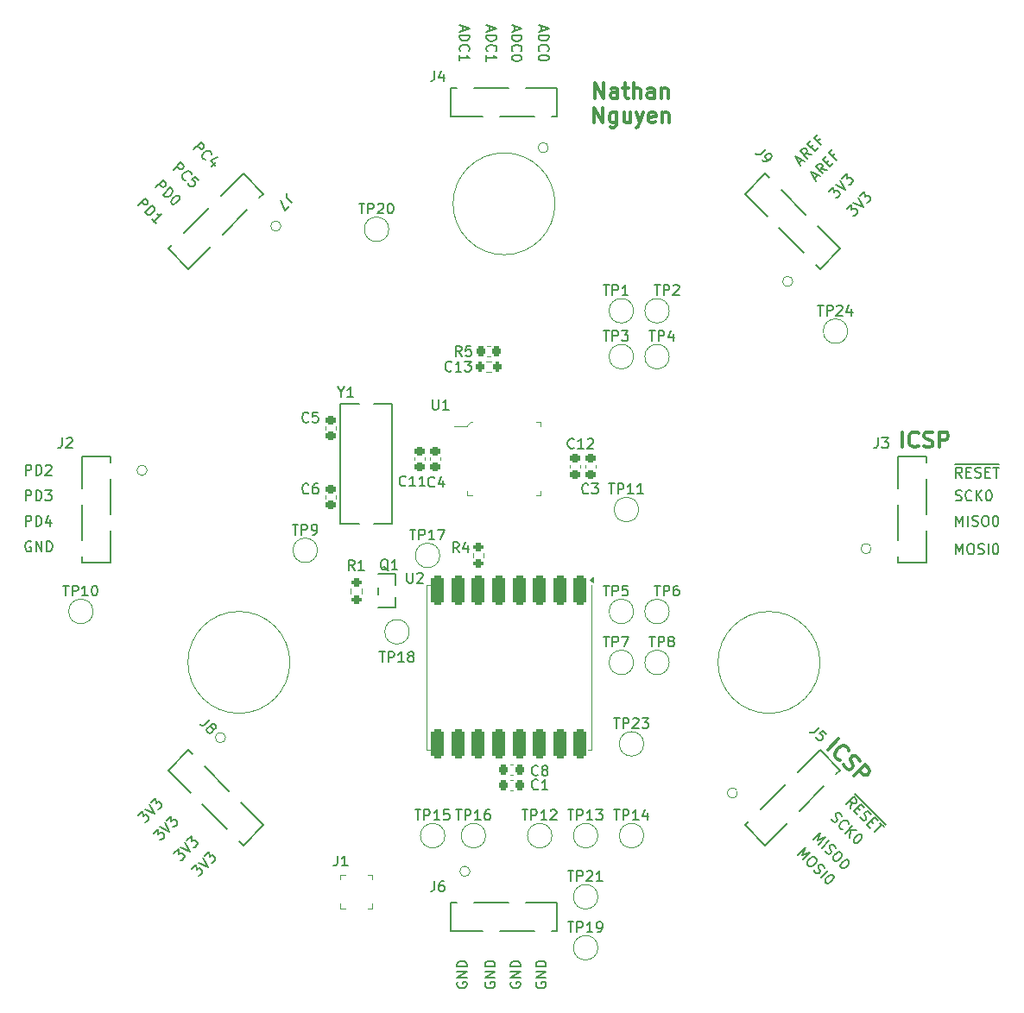
<source format=gto>
G04 #@! TF.GenerationSoftware,KiCad,Pcbnew,8.0.4*
G04 #@! TF.CreationDate,2024-09-30T00:02:48+08:00*
G04 #@! TF.ProjectId,Transformer_Monitor_V1,5472616e-7366-46f7-926d-65725f4d6f6e,rev?*
G04 #@! TF.SameCoordinates,Original*
G04 #@! TF.FileFunction,Legend,Top*
G04 #@! TF.FilePolarity,Positive*
%FSLAX46Y46*%
G04 Gerber Fmt 4.6, Leading zero omitted, Abs format (unit mm)*
G04 Created by KiCad (PCBNEW 8.0.4) date 2024-09-30 00:02:48*
%MOMM*%
%LPD*%
G01*
G04 APERTURE LIST*
G04 Aperture macros list*
%AMRoundRect*
0 Rectangle with rounded corners*
0 $1 Rounding radius*
0 $2 $3 $4 $5 $6 $7 $8 $9 X,Y pos of 4 corners*
0 Add a 4 corners polygon primitive as box body*
4,1,4,$2,$3,$4,$5,$6,$7,$8,$9,$2,$3,0*
0 Add four circle primitives for the rounded corners*
1,1,$1+$1,$2,$3*
1,1,$1+$1,$4,$5*
1,1,$1+$1,$6,$7*
1,1,$1+$1,$8,$9*
0 Add four rect primitives between the rounded corners*
20,1,$1+$1,$2,$3,$4,$5,0*
20,1,$1+$1,$4,$5,$6,$7,0*
20,1,$1+$1,$6,$7,$8,$9,0*
20,1,$1+$1,$8,$9,$2,$3,0*%
%AMRotRect*
0 Rectangle, with rotation*
0 The origin of the aperture is its center*
0 $1 length*
0 $2 width*
0 $3 Rotation angle, in degrees counterclockwise*
0 Add horizontal line*
21,1,$1,$2,0,0,$3*%
G04 Aperture macros list end*
%ADD10C,0.100000*%
%ADD11C,0.150000*%
%ADD12C,0.300000*%
%ADD13C,0.120000*%
%ADD14C,0.152400*%
%ADD15C,2.000000*%
%ADD16RotRect,0.990600X3.708400X45.000000*%
%ADD17RotRect,0.990600X3.708400X315.000000*%
%ADD18RoundRect,0.200000X-0.275000X0.200000X-0.275000X-0.200000X0.275000X-0.200000X0.275000X0.200000X0*%
%ADD19RoundRect,0.225000X0.250000X-0.225000X0.250000X0.225000X-0.250000X0.225000X-0.250000X-0.225000X0*%
%ADD20RoundRect,0.225000X-0.225000X-0.250000X0.225000X-0.250000X0.225000X0.250000X-0.225000X0.250000X0*%
%ADD21RoundRect,0.225000X-0.250000X0.225000X-0.250000X-0.225000X0.250000X-0.225000X0.250000X0.225000X0*%
%ADD22RoundRect,0.225000X0.225000X0.250000X-0.225000X0.250000X-0.225000X-0.250000X0.225000X-0.250000X0*%
%ADD23R,0.990600X3.708400*%
%ADD24RoundRect,0.200000X-0.200000X-0.275000X0.200000X-0.275000X0.200000X0.275000X-0.200000X0.275000X0*%
%ADD25RoundRect,0.317500X-0.317500X1.157500X-0.317500X-1.157500X0.317500X-1.157500X0.317500X1.157500X0*%
%ADD26R,3.708400X0.990600*%
%ADD27R,1.500000X0.550000*%
%ADD28R,0.550000X1.500000*%
%ADD29R,1.050000X2.200000*%
%ADD30R,1.000000X1.050000*%
%ADD31RotRect,0.990600X3.708400X135.000000*%
%ADD32R,0.762000X4.394200*%
%ADD33RotRect,0.990600X3.708400X225.000000*%
%ADD34RoundRect,0.200000X0.275000X-0.200000X0.275000X0.200000X-0.275000X0.200000X-0.275000X-0.200000X0*%
%ADD35R,1.270000X0.558800*%
G04 APERTURE END LIST*
D10*
X129000000Y-115000000D02*
G75*
G02*
X119000000Y-115000000I-5000000J0D01*
G01*
X119000000Y-115000000D02*
G75*
G02*
X129000000Y-115000000I5000000J0D01*
G01*
X155000000Y-70000000D02*
G75*
G02*
X145000000Y-70000000I-5000000J0D01*
G01*
X145000000Y-70000000D02*
G75*
G02*
X155000000Y-70000000I5000000J0D01*
G01*
X180980000Y-115000000D02*
G75*
G02*
X170980000Y-115000000I-5000000J0D01*
G01*
X170980000Y-115000000D02*
G75*
G02*
X180980000Y-115000000I5000000J0D01*
G01*
D11*
X151025862Y-52554794D02*
X151025862Y-53030984D01*
X150740147Y-52459556D02*
X151740147Y-52792889D01*
X151740147Y-52792889D02*
X150740147Y-53126222D01*
X150740147Y-53459556D02*
X151740147Y-53459556D01*
X151740147Y-53459556D02*
X151740147Y-53697651D01*
X151740147Y-53697651D02*
X151692528Y-53840508D01*
X151692528Y-53840508D02*
X151597290Y-53935746D01*
X151597290Y-53935746D02*
X151502052Y-53983365D01*
X151502052Y-53983365D02*
X151311576Y-54030984D01*
X151311576Y-54030984D02*
X151168719Y-54030984D01*
X151168719Y-54030984D02*
X150978243Y-53983365D01*
X150978243Y-53983365D02*
X150883005Y-53935746D01*
X150883005Y-53935746D02*
X150787767Y-53840508D01*
X150787767Y-53840508D02*
X150740147Y-53697651D01*
X150740147Y-53697651D02*
X150740147Y-53459556D01*
X150835386Y-55030984D02*
X150787767Y-54983365D01*
X150787767Y-54983365D02*
X150740147Y-54840508D01*
X150740147Y-54840508D02*
X150740147Y-54745270D01*
X150740147Y-54745270D02*
X150787767Y-54602413D01*
X150787767Y-54602413D02*
X150883005Y-54507175D01*
X150883005Y-54507175D02*
X150978243Y-54459556D01*
X150978243Y-54459556D02*
X151168719Y-54411937D01*
X151168719Y-54411937D02*
X151311576Y-54411937D01*
X151311576Y-54411937D02*
X151502052Y-54459556D01*
X151502052Y-54459556D02*
X151597290Y-54507175D01*
X151597290Y-54507175D02*
X151692528Y-54602413D01*
X151692528Y-54602413D02*
X151740147Y-54745270D01*
X151740147Y-54745270D02*
X151740147Y-54840508D01*
X151740147Y-54840508D02*
X151692528Y-54983365D01*
X151692528Y-54983365D02*
X151644909Y-55030984D01*
X151740147Y-55650032D02*
X151740147Y-55745270D01*
X151740147Y-55745270D02*
X151692528Y-55840508D01*
X151692528Y-55840508D02*
X151644909Y-55888127D01*
X151644909Y-55888127D02*
X151549671Y-55935746D01*
X151549671Y-55935746D02*
X151359195Y-55983365D01*
X151359195Y-55983365D02*
X151121100Y-55983365D01*
X151121100Y-55983365D02*
X150930624Y-55935746D01*
X150930624Y-55935746D02*
X150835386Y-55888127D01*
X150835386Y-55888127D02*
X150787767Y-55840508D01*
X150787767Y-55840508D02*
X150740147Y-55745270D01*
X150740147Y-55745270D02*
X150740147Y-55650032D01*
X150740147Y-55650032D02*
X150787767Y-55554794D01*
X150787767Y-55554794D02*
X150835386Y-55507175D01*
X150835386Y-55507175D02*
X150930624Y-55459556D01*
X150930624Y-55459556D02*
X151121100Y-55411937D01*
X151121100Y-55411937D02*
X151359195Y-55411937D01*
X151359195Y-55411937D02*
X151549671Y-55459556D01*
X151549671Y-55459556D02*
X151644909Y-55507175D01*
X151644909Y-55507175D02*
X151692528Y-55554794D01*
X151692528Y-55554794D02*
X151740147Y-55650032D01*
X145417438Y-146389411D02*
X145369819Y-146484649D01*
X145369819Y-146484649D02*
X145369819Y-146627506D01*
X145369819Y-146627506D02*
X145417438Y-146770363D01*
X145417438Y-146770363D02*
X145512676Y-146865601D01*
X145512676Y-146865601D02*
X145607914Y-146913220D01*
X145607914Y-146913220D02*
X145798390Y-146960839D01*
X145798390Y-146960839D02*
X145941247Y-146960839D01*
X145941247Y-146960839D02*
X146131723Y-146913220D01*
X146131723Y-146913220D02*
X146226961Y-146865601D01*
X146226961Y-146865601D02*
X146322200Y-146770363D01*
X146322200Y-146770363D02*
X146369819Y-146627506D01*
X146369819Y-146627506D02*
X146369819Y-146532268D01*
X146369819Y-146532268D02*
X146322200Y-146389411D01*
X146322200Y-146389411D02*
X146274580Y-146341792D01*
X146274580Y-146341792D02*
X145941247Y-146341792D01*
X145941247Y-146341792D02*
X145941247Y-146532268D01*
X146369819Y-145913220D02*
X145369819Y-145913220D01*
X145369819Y-145913220D02*
X146369819Y-145341792D01*
X146369819Y-145341792D02*
X145369819Y-145341792D01*
X146369819Y-144865601D02*
X145369819Y-144865601D01*
X145369819Y-144865601D02*
X145369819Y-144627506D01*
X145369819Y-144627506D02*
X145417438Y-144484649D01*
X145417438Y-144484649D02*
X145512676Y-144389411D01*
X145512676Y-144389411D02*
X145607914Y-144341792D01*
X145607914Y-144341792D02*
X145798390Y-144294173D01*
X145798390Y-144294173D02*
X145941247Y-144294173D01*
X145941247Y-144294173D02*
X146131723Y-144341792D01*
X146131723Y-144341792D02*
X146226961Y-144389411D01*
X146226961Y-144389411D02*
X146322200Y-144484649D01*
X146322200Y-144484649D02*
X146369819Y-144627506D01*
X146369819Y-144627506D02*
X146369819Y-144865601D01*
X119580190Y-64646087D02*
X120287297Y-63938980D01*
X120287297Y-63938980D02*
X120556671Y-64208354D01*
X120556671Y-64208354D02*
X120590343Y-64309369D01*
X120590343Y-64309369D02*
X120590343Y-64376713D01*
X120590343Y-64376713D02*
X120556671Y-64477728D01*
X120556671Y-64477728D02*
X120455656Y-64578743D01*
X120455656Y-64578743D02*
X120354641Y-64612415D01*
X120354641Y-64612415D02*
X120287297Y-64612415D01*
X120287297Y-64612415D02*
X120186282Y-64578743D01*
X120186282Y-64578743D02*
X119916908Y-64309369D01*
X120758702Y-65689911D02*
X120691358Y-65689911D01*
X120691358Y-65689911D02*
X120556671Y-65622567D01*
X120556671Y-65622567D02*
X120489328Y-65555224D01*
X120489328Y-65555224D02*
X120421984Y-65420537D01*
X120421984Y-65420537D02*
X120421984Y-65285850D01*
X120421984Y-65285850D02*
X120455656Y-65184835D01*
X120455656Y-65184835D02*
X120556671Y-65016476D01*
X120556671Y-65016476D02*
X120657686Y-64915461D01*
X120657686Y-64915461D02*
X120826045Y-64814445D01*
X120826045Y-64814445D02*
X120927060Y-64780774D01*
X120927060Y-64780774D02*
X121061747Y-64780774D01*
X121061747Y-64780774D02*
X121196434Y-64848117D01*
X121196434Y-64848117D02*
X121263778Y-64915461D01*
X121263778Y-64915461D02*
X121331121Y-65050148D01*
X121331121Y-65050148D02*
X121331121Y-65117491D01*
X121768854Y-65891941D02*
X121297450Y-66363346D01*
X121869869Y-65454209D02*
X121196434Y-65790926D01*
X121196434Y-65790926D02*
X121634167Y-66228659D01*
X178910384Y-66001450D02*
X179247102Y-65664733D01*
X179045071Y-66270824D02*
X178573667Y-65328015D01*
X178573667Y-65328015D02*
X179516476Y-65799420D01*
X180156239Y-65159656D02*
X179583819Y-65058641D01*
X179752178Y-65563717D02*
X179045071Y-64856610D01*
X179045071Y-64856610D02*
X179314445Y-64587236D01*
X179314445Y-64587236D02*
X179415461Y-64553565D01*
X179415461Y-64553565D02*
X179482804Y-64553565D01*
X179482804Y-64553565D02*
X179583819Y-64587236D01*
X179583819Y-64587236D02*
X179684835Y-64688252D01*
X179684835Y-64688252D02*
X179718506Y-64789267D01*
X179718506Y-64789267D02*
X179718506Y-64856610D01*
X179718506Y-64856610D02*
X179684835Y-64957626D01*
X179684835Y-64957626D02*
X179415461Y-65227000D01*
X180088896Y-64486221D02*
X180324598Y-64250519D01*
X180796002Y-64519893D02*
X180459285Y-64856610D01*
X180459285Y-64856610D02*
X179752178Y-64149504D01*
X179752178Y-64149504D02*
X180088896Y-63812786D01*
X180964361Y-63610756D02*
X180728659Y-63846458D01*
X181099048Y-64216847D02*
X180391942Y-63509740D01*
X180391942Y-63509740D02*
X180728659Y-63173023D01*
X103086779Y-96619819D02*
X103086779Y-95619819D01*
X103086779Y-95619819D02*
X103467731Y-95619819D01*
X103467731Y-95619819D02*
X103562969Y-95667438D01*
X103562969Y-95667438D02*
X103610588Y-95715057D01*
X103610588Y-95715057D02*
X103658207Y-95810295D01*
X103658207Y-95810295D02*
X103658207Y-95953152D01*
X103658207Y-95953152D02*
X103610588Y-96048390D01*
X103610588Y-96048390D02*
X103562969Y-96096009D01*
X103562969Y-96096009D02*
X103467731Y-96143628D01*
X103467731Y-96143628D02*
X103086779Y-96143628D01*
X104086779Y-96619819D02*
X104086779Y-95619819D01*
X104086779Y-95619819D02*
X104324874Y-95619819D01*
X104324874Y-95619819D02*
X104467731Y-95667438D01*
X104467731Y-95667438D02*
X104562969Y-95762676D01*
X104562969Y-95762676D02*
X104610588Y-95857914D01*
X104610588Y-95857914D02*
X104658207Y-96048390D01*
X104658207Y-96048390D02*
X104658207Y-96191247D01*
X104658207Y-96191247D02*
X104610588Y-96381723D01*
X104610588Y-96381723D02*
X104562969Y-96476961D01*
X104562969Y-96476961D02*
X104467731Y-96572200D01*
X104467731Y-96572200D02*
X104324874Y-96619819D01*
X104324874Y-96619819D02*
X104086779Y-96619819D01*
X105039160Y-95715057D02*
X105086779Y-95667438D01*
X105086779Y-95667438D02*
X105182017Y-95619819D01*
X105182017Y-95619819D02*
X105420112Y-95619819D01*
X105420112Y-95619819D02*
X105515350Y-95667438D01*
X105515350Y-95667438D02*
X105562969Y-95715057D01*
X105562969Y-95715057D02*
X105610588Y-95810295D01*
X105610588Y-95810295D02*
X105610588Y-95905533D01*
X105610588Y-95905533D02*
X105562969Y-96048390D01*
X105562969Y-96048390D02*
X104991541Y-96619819D01*
X104991541Y-96619819D02*
X105610588Y-96619819D01*
X150667438Y-146389411D02*
X150619819Y-146484649D01*
X150619819Y-146484649D02*
X150619819Y-146627506D01*
X150619819Y-146627506D02*
X150667438Y-146770363D01*
X150667438Y-146770363D02*
X150762676Y-146865601D01*
X150762676Y-146865601D02*
X150857914Y-146913220D01*
X150857914Y-146913220D02*
X151048390Y-146960839D01*
X151048390Y-146960839D02*
X151191247Y-146960839D01*
X151191247Y-146960839D02*
X151381723Y-146913220D01*
X151381723Y-146913220D02*
X151476961Y-146865601D01*
X151476961Y-146865601D02*
X151572200Y-146770363D01*
X151572200Y-146770363D02*
X151619819Y-146627506D01*
X151619819Y-146627506D02*
X151619819Y-146532268D01*
X151619819Y-146532268D02*
X151572200Y-146389411D01*
X151572200Y-146389411D02*
X151524580Y-146341792D01*
X151524580Y-146341792D02*
X151191247Y-146341792D01*
X151191247Y-146341792D02*
X151191247Y-146532268D01*
X151619819Y-145913220D02*
X150619819Y-145913220D01*
X150619819Y-145913220D02*
X151619819Y-145341792D01*
X151619819Y-145341792D02*
X150619819Y-145341792D01*
X151619819Y-144865601D02*
X150619819Y-144865601D01*
X150619819Y-144865601D02*
X150619819Y-144627506D01*
X150619819Y-144627506D02*
X150667438Y-144484649D01*
X150667438Y-144484649D02*
X150762676Y-144389411D01*
X150762676Y-144389411D02*
X150857914Y-144341792D01*
X150857914Y-144341792D02*
X151048390Y-144294173D01*
X151048390Y-144294173D02*
X151191247Y-144294173D01*
X151191247Y-144294173D02*
X151381723Y-144341792D01*
X151381723Y-144341792D02*
X151476961Y-144389411D01*
X151476961Y-144389411D02*
X151572200Y-144484649D01*
X151572200Y-144484649D02*
X151619819Y-144627506D01*
X151619819Y-144627506D02*
X151619819Y-144865601D01*
X117621636Y-133780046D02*
X118059369Y-133342313D01*
X118059369Y-133342313D02*
X118093041Y-133847389D01*
X118093041Y-133847389D02*
X118194056Y-133746374D01*
X118194056Y-133746374D02*
X118295071Y-133712702D01*
X118295071Y-133712702D02*
X118362415Y-133712702D01*
X118362415Y-133712702D02*
X118463430Y-133746374D01*
X118463430Y-133746374D02*
X118631789Y-133914733D01*
X118631789Y-133914733D02*
X118665461Y-134015748D01*
X118665461Y-134015748D02*
X118665461Y-134083091D01*
X118665461Y-134083091D02*
X118631789Y-134184107D01*
X118631789Y-134184107D02*
X118429758Y-134386137D01*
X118429758Y-134386137D02*
X118328743Y-134419809D01*
X118328743Y-134419809D02*
X118261400Y-134419809D01*
X118261400Y-133140282D02*
X119204209Y-133611687D01*
X119204209Y-133611687D02*
X118732804Y-132668878D01*
X118901163Y-132500519D02*
X119338896Y-132062786D01*
X119338896Y-132062786D02*
X119372567Y-132567862D01*
X119372567Y-132567862D02*
X119473583Y-132466847D01*
X119473583Y-132466847D02*
X119574598Y-132433175D01*
X119574598Y-132433175D02*
X119641941Y-132433175D01*
X119641941Y-132433175D02*
X119742957Y-132466847D01*
X119742957Y-132466847D02*
X119911316Y-132635206D01*
X119911316Y-132635206D02*
X119944987Y-132736221D01*
X119944987Y-132736221D02*
X119944987Y-132803565D01*
X119944987Y-132803565D02*
X119911316Y-132904580D01*
X119911316Y-132904580D02*
X119709285Y-133106610D01*
X119709285Y-133106610D02*
X119608270Y-133140282D01*
X119608270Y-133140282D02*
X119540926Y-133140282D01*
X180330190Y-132396087D02*
X181037297Y-131688980D01*
X181037297Y-131688980D02*
X180767923Y-132429758D01*
X180767923Y-132429758D02*
X181508702Y-132160384D01*
X181508702Y-132160384D02*
X180801595Y-132867491D01*
X181138312Y-133204208D02*
X181845419Y-132497102D01*
X181475029Y-133473582D02*
X181542373Y-133608269D01*
X181542373Y-133608269D02*
X181710732Y-133776628D01*
X181710732Y-133776628D02*
X181811747Y-133810300D01*
X181811747Y-133810300D02*
X181879090Y-133810300D01*
X181879090Y-133810300D02*
X181980106Y-133776628D01*
X181980106Y-133776628D02*
X182047449Y-133709284D01*
X182047449Y-133709284D02*
X182081121Y-133608269D01*
X182081121Y-133608269D02*
X182081121Y-133540926D01*
X182081121Y-133540926D02*
X182047449Y-133439910D01*
X182047449Y-133439910D02*
X181946434Y-133271552D01*
X181946434Y-133271552D02*
X181912762Y-133170536D01*
X181912762Y-133170536D02*
X181912762Y-133103193D01*
X181912762Y-133103193D02*
X181946434Y-133002178D01*
X181946434Y-133002178D02*
X182013777Y-132934834D01*
X182013777Y-132934834D02*
X182114793Y-132901162D01*
X182114793Y-132901162D02*
X182182136Y-132901162D01*
X182182136Y-132901162D02*
X182283151Y-132934834D01*
X182283151Y-132934834D02*
X182451510Y-133103193D01*
X182451510Y-133103193D02*
X182518854Y-133237880D01*
X182990258Y-133641941D02*
X183124945Y-133776628D01*
X183124945Y-133776628D02*
X183158617Y-133877643D01*
X183158617Y-133877643D02*
X183158617Y-134012330D01*
X183158617Y-134012330D02*
X183057602Y-134180689D01*
X183057602Y-134180689D02*
X182821899Y-134416391D01*
X182821899Y-134416391D02*
X182653541Y-134517406D01*
X182653541Y-134517406D02*
X182518854Y-134517406D01*
X182518854Y-134517406D02*
X182417838Y-134483735D01*
X182417838Y-134483735D02*
X182283151Y-134349048D01*
X182283151Y-134349048D02*
X182249480Y-134248032D01*
X182249480Y-134248032D02*
X182249480Y-134113345D01*
X182249480Y-134113345D02*
X182350495Y-133944987D01*
X182350495Y-133944987D02*
X182586197Y-133709284D01*
X182586197Y-133709284D02*
X182754556Y-133608269D01*
X182754556Y-133608269D02*
X182889243Y-133608269D01*
X182889243Y-133608269D02*
X182990258Y-133641941D01*
X183731037Y-134382719D02*
X183798380Y-134450063D01*
X183798380Y-134450063D02*
X183832052Y-134551078D01*
X183832052Y-134551078D02*
X183832052Y-134618422D01*
X183832052Y-134618422D02*
X183798380Y-134719437D01*
X183798380Y-134719437D02*
X183697365Y-134887796D01*
X183697365Y-134887796D02*
X183529006Y-135056154D01*
X183529006Y-135056154D02*
X183360647Y-135157170D01*
X183360647Y-135157170D02*
X183259632Y-135190841D01*
X183259632Y-135190841D02*
X183192289Y-135190841D01*
X183192289Y-135190841D02*
X183091273Y-135157170D01*
X183091273Y-135157170D02*
X183023930Y-135089826D01*
X183023930Y-135089826D02*
X182990258Y-134988811D01*
X182990258Y-134988811D02*
X182990258Y-134921467D01*
X182990258Y-134921467D02*
X183023930Y-134820452D01*
X183023930Y-134820452D02*
X183124945Y-134652093D01*
X183124945Y-134652093D02*
X183293304Y-134483735D01*
X183293304Y-134483735D02*
X183461663Y-134382719D01*
X183461663Y-134382719D02*
X183562678Y-134349048D01*
X183562678Y-134349048D02*
X183630021Y-134349048D01*
X183630021Y-134349048D02*
X183731037Y-134382719D01*
X103086779Y-99119819D02*
X103086779Y-98119819D01*
X103086779Y-98119819D02*
X103467731Y-98119819D01*
X103467731Y-98119819D02*
X103562969Y-98167438D01*
X103562969Y-98167438D02*
X103610588Y-98215057D01*
X103610588Y-98215057D02*
X103658207Y-98310295D01*
X103658207Y-98310295D02*
X103658207Y-98453152D01*
X103658207Y-98453152D02*
X103610588Y-98548390D01*
X103610588Y-98548390D02*
X103562969Y-98596009D01*
X103562969Y-98596009D02*
X103467731Y-98643628D01*
X103467731Y-98643628D02*
X103086779Y-98643628D01*
X104086779Y-99119819D02*
X104086779Y-98119819D01*
X104086779Y-98119819D02*
X104324874Y-98119819D01*
X104324874Y-98119819D02*
X104467731Y-98167438D01*
X104467731Y-98167438D02*
X104562969Y-98262676D01*
X104562969Y-98262676D02*
X104610588Y-98357914D01*
X104610588Y-98357914D02*
X104658207Y-98548390D01*
X104658207Y-98548390D02*
X104658207Y-98691247D01*
X104658207Y-98691247D02*
X104610588Y-98881723D01*
X104610588Y-98881723D02*
X104562969Y-98976961D01*
X104562969Y-98976961D02*
X104467731Y-99072200D01*
X104467731Y-99072200D02*
X104324874Y-99119819D01*
X104324874Y-99119819D02*
X104086779Y-99119819D01*
X104991541Y-98119819D02*
X105610588Y-98119819D01*
X105610588Y-98119819D02*
X105277255Y-98500771D01*
X105277255Y-98500771D02*
X105420112Y-98500771D01*
X105420112Y-98500771D02*
X105515350Y-98548390D01*
X105515350Y-98548390D02*
X105562969Y-98596009D01*
X105562969Y-98596009D02*
X105610588Y-98691247D01*
X105610588Y-98691247D02*
X105610588Y-98929342D01*
X105610588Y-98929342D02*
X105562969Y-99024580D01*
X105562969Y-99024580D02*
X105515350Y-99072200D01*
X105515350Y-99072200D02*
X105420112Y-99119819D01*
X105420112Y-99119819D02*
X105134398Y-99119819D01*
X105134398Y-99119819D02*
X105039160Y-99072200D01*
X105039160Y-99072200D02*
X104991541Y-99024580D01*
X194908207Y-96869819D02*
X194574874Y-96393628D01*
X194336779Y-96869819D02*
X194336779Y-95869819D01*
X194336779Y-95869819D02*
X194717731Y-95869819D01*
X194717731Y-95869819D02*
X194812969Y-95917438D01*
X194812969Y-95917438D02*
X194860588Y-95965057D01*
X194860588Y-95965057D02*
X194908207Y-96060295D01*
X194908207Y-96060295D02*
X194908207Y-96203152D01*
X194908207Y-96203152D02*
X194860588Y-96298390D01*
X194860588Y-96298390D02*
X194812969Y-96346009D01*
X194812969Y-96346009D02*
X194717731Y-96393628D01*
X194717731Y-96393628D02*
X194336779Y-96393628D01*
X195336779Y-96346009D02*
X195670112Y-96346009D01*
X195812969Y-96869819D02*
X195336779Y-96869819D01*
X195336779Y-96869819D02*
X195336779Y-95869819D01*
X195336779Y-95869819D02*
X195812969Y-95869819D01*
X196193922Y-96822200D02*
X196336779Y-96869819D01*
X196336779Y-96869819D02*
X196574874Y-96869819D01*
X196574874Y-96869819D02*
X196670112Y-96822200D01*
X196670112Y-96822200D02*
X196717731Y-96774580D01*
X196717731Y-96774580D02*
X196765350Y-96679342D01*
X196765350Y-96679342D02*
X196765350Y-96584104D01*
X196765350Y-96584104D02*
X196717731Y-96488866D01*
X196717731Y-96488866D02*
X196670112Y-96441247D01*
X196670112Y-96441247D02*
X196574874Y-96393628D01*
X196574874Y-96393628D02*
X196384398Y-96346009D01*
X196384398Y-96346009D02*
X196289160Y-96298390D01*
X196289160Y-96298390D02*
X196241541Y-96250771D01*
X196241541Y-96250771D02*
X196193922Y-96155533D01*
X196193922Y-96155533D02*
X196193922Y-96060295D01*
X196193922Y-96060295D02*
X196241541Y-95965057D01*
X196241541Y-95965057D02*
X196289160Y-95917438D01*
X196289160Y-95917438D02*
X196384398Y-95869819D01*
X196384398Y-95869819D02*
X196622493Y-95869819D01*
X196622493Y-95869819D02*
X196765350Y-95917438D01*
X197193922Y-96346009D02*
X197527255Y-96346009D01*
X197670112Y-96869819D02*
X197193922Y-96869819D01*
X197193922Y-96869819D02*
X197193922Y-95869819D01*
X197193922Y-95869819D02*
X197670112Y-95869819D01*
X197955827Y-95869819D02*
X198527255Y-95869819D01*
X198241541Y-96869819D02*
X198241541Y-95869819D01*
X194198684Y-95592200D02*
X198522494Y-95592200D01*
X115621636Y-131780046D02*
X116059369Y-131342313D01*
X116059369Y-131342313D02*
X116093041Y-131847389D01*
X116093041Y-131847389D02*
X116194056Y-131746374D01*
X116194056Y-131746374D02*
X116295071Y-131712702D01*
X116295071Y-131712702D02*
X116362415Y-131712702D01*
X116362415Y-131712702D02*
X116463430Y-131746374D01*
X116463430Y-131746374D02*
X116631789Y-131914733D01*
X116631789Y-131914733D02*
X116665461Y-132015748D01*
X116665461Y-132015748D02*
X116665461Y-132083091D01*
X116665461Y-132083091D02*
X116631789Y-132184107D01*
X116631789Y-132184107D02*
X116429758Y-132386137D01*
X116429758Y-132386137D02*
X116328743Y-132419809D01*
X116328743Y-132419809D02*
X116261400Y-132419809D01*
X116261400Y-131140282D02*
X117204209Y-131611687D01*
X117204209Y-131611687D02*
X116732804Y-130668878D01*
X116901163Y-130500519D02*
X117338896Y-130062786D01*
X117338896Y-130062786D02*
X117372567Y-130567862D01*
X117372567Y-130567862D02*
X117473583Y-130466847D01*
X117473583Y-130466847D02*
X117574598Y-130433175D01*
X117574598Y-130433175D02*
X117641941Y-130433175D01*
X117641941Y-130433175D02*
X117742957Y-130466847D01*
X117742957Y-130466847D02*
X117911316Y-130635206D01*
X117911316Y-130635206D02*
X117944987Y-130736221D01*
X117944987Y-130736221D02*
X117944987Y-130803565D01*
X117944987Y-130803565D02*
X117911316Y-130904580D01*
X117911316Y-130904580D02*
X117709285Y-131106610D01*
X117709285Y-131106610D02*
X117608270Y-131140282D01*
X117608270Y-131140282D02*
X117540926Y-131140282D01*
X180410384Y-67501450D02*
X180747102Y-67164733D01*
X180545071Y-67770824D02*
X180073667Y-66828015D01*
X180073667Y-66828015D02*
X181016476Y-67299420D01*
X181656239Y-66659656D02*
X181083819Y-66558641D01*
X181252178Y-67063717D02*
X180545071Y-66356610D01*
X180545071Y-66356610D02*
X180814445Y-66087236D01*
X180814445Y-66087236D02*
X180915461Y-66053565D01*
X180915461Y-66053565D02*
X180982804Y-66053565D01*
X180982804Y-66053565D02*
X181083819Y-66087236D01*
X181083819Y-66087236D02*
X181184835Y-66188252D01*
X181184835Y-66188252D02*
X181218506Y-66289267D01*
X181218506Y-66289267D02*
X181218506Y-66356610D01*
X181218506Y-66356610D02*
X181184835Y-66457626D01*
X181184835Y-66457626D02*
X180915461Y-66727000D01*
X181588896Y-65986221D02*
X181824598Y-65750519D01*
X182296002Y-66019893D02*
X181959285Y-66356610D01*
X181959285Y-66356610D02*
X181252178Y-65649504D01*
X181252178Y-65649504D02*
X181588896Y-65312786D01*
X182464361Y-65110756D02*
X182228659Y-65346458D01*
X182599048Y-65716847D02*
X181891942Y-65009740D01*
X181891942Y-65009740D02*
X182228659Y-64673023D01*
X148558621Y-52554794D02*
X148558621Y-53030984D01*
X148272906Y-52459556D02*
X149272906Y-52792889D01*
X149272906Y-52792889D02*
X148272906Y-53126222D01*
X148272906Y-53459556D02*
X149272906Y-53459556D01*
X149272906Y-53459556D02*
X149272906Y-53697651D01*
X149272906Y-53697651D02*
X149225287Y-53840508D01*
X149225287Y-53840508D02*
X149130049Y-53935746D01*
X149130049Y-53935746D02*
X149034811Y-53983365D01*
X149034811Y-53983365D02*
X148844335Y-54030984D01*
X148844335Y-54030984D02*
X148701478Y-54030984D01*
X148701478Y-54030984D02*
X148511002Y-53983365D01*
X148511002Y-53983365D02*
X148415764Y-53935746D01*
X148415764Y-53935746D02*
X148320526Y-53840508D01*
X148320526Y-53840508D02*
X148272906Y-53697651D01*
X148272906Y-53697651D02*
X148272906Y-53459556D01*
X148368145Y-55030984D02*
X148320526Y-54983365D01*
X148320526Y-54983365D02*
X148272906Y-54840508D01*
X148272906Y-54840508D02*
X148272906Y-54745270D01*
X148272906Y-54745270D02*
X148320526Y-54602413D01*
X148320526Y-54602413D02*
X148415764Y-54507175D01*
X148415764Y-54507175D02*
X148511002Y-54459556D01*
X148511002Y-54459556D02*
X148701478Y-54411937D01*
X148701478Y-54411937D02*
X148844335Y-54411937D01*
X148844335Y-54411937D02*
X149034811Y-54459556D01*
X149034811Y-54459556D02*
X149130049Y-54507175D01*
X149130049Y-54507175D02*
X149225287Y-54602413D01*
X149225287Y-54602413D02*
X149272906Y-54745270D01*
X149272906Y-54745270D02*
X149272906Y-54840508D01*
X149272906Y-54840508D02*
X149225287Y-54983365D01*
X149225287Y-54983365D02*
X149177668Y-55030984D01*
X148272906Y-55983365D02*
X148272906Y-55411937D01*
X148272906Y-55697651D02*
X149272906Y-55697651D01*
X149272906Y-55697651D02*
X149130049Y-55602413D01*
X149130049Y-55602413D02*
X149034811Y-55507175D01*
X149034811Y-55507175D02*
X148987192Y-55411937D01*
X148167438Y-146389411D02*
X148119819Y-146484649D01*
X148119819Y-146484649D02*
X148119819Y-146627506D01*
X148119819Y-146627506D02*
X148167438Y-146770363D01*
X148167438Y-146770363D02*
X148262676Y-146865601D01*
X148262676Y-146865601D02*
X148357914Y-146913220D01*
X148357914Y-146913220D02*
X148548390Y-146960839D01*
X148548390Y-146960839D02*
X148691247Y-146960839D01*
X148691247Y-146960839D02*
X148881723Y-146913220D01*
X148881723Y-146913220D02*
X148976961Y-146865601D01*
X148976961Y-146865601D02*
X149072200Y-146770363D01*
X149072200Y-146770363D02*
X149119819Y-146627506D01*
X149119819Y-146627506D02*
X149119819Y-146532268D01*
X149119819Y-146532268D02*
X149072200Y-146389411D01*
X149072200Y-146389411D02*
X149024580Y-146341792D01*
X149024580Y-146341792D02*
X148691247Y-146341792D01*
X148691247Y-146341792D02*
X148691247Y-146532268D01*
X149119819Y-145913220D02*
X148119819Y-145913220D01*
X148119819Y-145913220D02*
X149119819Y-145341792D01*
X149119819Y-145341792D02*
X148119819Y-145341792D01*
X149119819Y-144865601D02*
X148119819Y-144865601D01*
X148119819Y-144865601D02*
X148119819Y-144627506D01*
X148119819Y-144627506D02*
X148167438Y-144484649D01*
X148167438Y-144484649D02*
X148262676Y-144389411D01*
X148262676Y-144389411D02*
X148357914Y-144341792D01*
X148357914Y-144341792D02*
X148548390Y-144294173D01*
X148548390Y-144294173D02*
X148691247Y-144294173D01*
X148691247Y-144294173D02*
X148881723Y-144341792D01*
X148881723Y-144341792D02*
X148976961Y-144389411D01*
X148976961Y-144389411D02*
X149072200Y-144484649D01*
X149072200Y-144484649D02*
X149119819Y-144627506D01*
X149119819Y-144627506D02*
X149119819Y-144865601D01*
X119371636Y-135280046D02*
X119809369Y-134842313D01*
X119809369Y-134842313D02*
X119843041Y-135347389D01*
X119843041Y-135347389D02*
X119944056Y-135246374D01*
X119944056Y-135246374D02*
X120045071Y-135212702D01*
X120045071Y-135212702D02*
X120112415Y-135212702D01*
X120112415Y-135212702D02*
X120213430Y-135246374D01*
X120213430Y-135246374D02*
X120381789Y-135414733D01*
X120381789Y-135414733D02*
X120415461Y-135515748D01*
X120415461Y-135515748D02*
X120415461Y-135583091D01*
X120415461Y-135583091D02*
X120381789Y-135684107D01*
X120381789Y-135684107D02*
X120179758Y-135886137D01*
X120179758Y-135886137D02*
X120078743Y-135919809D01*
X120078743Y-135919809D02*
X120011400Y-135919809D01*
X120011400Y-134640282D02*
X120954209Y-135111687D01*
X120954209Y-135111687D02*
X120482804Y-134168878D01*
X120651163Y-134000519D02*
X121088896Y-133562786D01*
X121088896Y-133562786D02*
X121122567Y-134067862D01*
X121122567Y-134067862D02*
X121223583Y-133966847D01*
X121223583Y-133966847D02*
X121324598Y-133933175D01*
X121324598Y-133933175D02*
X121391941Y-133933175D01*
X121391941Y-133933175D02*
X121492957Y-133966847D01*
X121492957Y-133966847D02*
X121661316Y-134135206D01*
X121661316Y-134135206D02*
X121694987Y-134236221D01*
X121694987Y-134236221D02*
X121694987Y-134303565D01*
X121694987Y-134303565D02*
X121661316Y-134404580D01*
X121661316Y-134404580D02*
X121459285Y-134606610D01*
X121459285Y-134606610D02*
X121358270Y-134640282D01*
X121358270Y-134640282D02*
X121290926Y-134640282D01*
D12*
X189054510Y-93885912D02*
X189054510Y-92385912D01*
X190625939Y-93743055D02*
X190554511Y-93814484D01*
X190554511Y-93814484D02*
X190340225Y-93885912D01*
X190340225Y-93885912D02*
X190197368Y-93885912D01*
X190197368Y-93885912D02*
X189983082Y-93814484D01*
X189983082Y-93814484D02*
X189840225Y-93671626D01*
X189840225Y-93671626D02*
X189768796Y-93528769D01*
X189768796Y-93528769D02*
X189697368Y-93243055D01*
X189697368Y-93243055D02*
X189697368Y-93028769D01*
X189697368Y-93028769D02*
X189768796Y-92743055D01*
X189768796Y-92743055D02*
X189840225Y-92600198D01*
X189840225Y-92600198D02*
X189983082Y-92457341D01*
X189983082Y-92457341D02*
X190197368Y-92385912D01*
X190197368Y-92385912D02*
X190340225Y-92385912D01*
X190340225Y-92385912D02*
X190554511Y-92457341D01*
X190554511Y-92457341D02*
X190625939Y-92528769D01*
X191197368Y-93814484D02*
X191411654Y-93885912D01*
X191411654Y-93885912D02*
X191768796Y-93885912D01*
X191768796Y-93885912D02*
X191911654Y-93814484D01*
X191911654Y-93814484D02*
X191983082Y-93743055D01*
X191983082Y-93743055D02*
X192054511Y-93600198D01*
X192054511Y-93600198D02*
X192054511Y-93457341D01*
X192054511Y-93457341D02*
X191983082Y-93314484D01*
X191983082Y-93314484D02*
X191911654Y-93243055D01*
X191911654Y-93243055D02*
X191768796Y-93171626D01*
X191768796Y-93171626D02*
X191483082Y-93100198D01*
X191483082Y-93100198D02*
X191340225Y-93028769D01*
X191340225Y-93028769D02*
X191268796Y-92957341D01*
X191268796Y-92957341D02*
X191197368Y-92814484D01*
X191197368Y-92814484D02*
X191197368Y-92671626D01*
X191197368Y-92671626D02*
X191268796Y-92528769D01*
X191268796Y-92528769D02*
X191340225Y-92457341D01*
X191340225Y-92457341D02*
X191483082Y-92385912D01*
X191483082Y-92385912D02*
X191840225Y-92385912D01*
X191840225Y-92385912D02*
X192054511Y-92457341D01*
X192697367Y-93885912D02*
X192697367Y-92385912D01*
X192697367Y-92385912D02*
X193268796Y-92385912D01*
X193268796Y-92385912D02*
X193411653Y-92457341D01*
X193411653Y-92457341D02*
X193483082Y-92528769D01*
X193483082Y-92528769D02*
X193554510Y-92671626D01*
X193554510Y-92671626D02*
X193554510Y-92885912D01*
X193554510Y-92885912D02*
X193483082Y-93028769D01*
X193483082Y-93028769D02*
X193411653Y-93100198D01*
X193411653Y-93100198D02*
X193268796Y-93171626D01*
X193268796Y-93171626D02*
X192697367Y-93171626D01*
X158928570Y-59635912D02*
X158928570Y-58135912D01*
X158928570Y-58135912D02*
X159785713Y-59635912D01*
X159785713Y-59635912D02*
X159785713Y-58135912D01*
X161142857Y-59635912D02*
X161142857Y-58850198D01*
X161142857Y-58850198D02*
X161071428Y-58707341D01*
X161071428Y-58707341D02*
X160928571Y-58635912D01*
X160928571Y-58635912D02*
X160642857Y-58635912D01*
X160642857Y-58635912D02*
X160499999Y-58707341D01*
X161142857Y-59564484D02*
X160999999Y-59635912D01*
X160999999Y-59635912D02*
X160642857Y-59635912D01*
X160642857Y-59635912D02*
X160499999Y-59564484D01*
X160499999Y-59564484D02*
X160428571Y-59421626D01*
X160428571Y-59421626D02*
X160428571Y-59278769D01*
X160428571Y-59278769D02*
X160499999Y-59135912D01*
X160499999Y-59135912D02*
X160642857Y-59064484D01*
X160642857Y-59064484D02*
X160999999Y-59064484D01*
X160999999Y-59064484D02*
X161142857Y-58993055D01*
X161642857Y-58635912D02*
X162214285Y-58635912D01*
X161857142Y-58135912D02*
X161857142Y-59421626D01*
X161857142Y-59421626D02*
X161928571Y-59564484D01*
X161928571Y-59564484D02*
X162071428Y-59635912D01*
X162071428Y-59635912D02*
X162214285Y-59635912D01*
X162714285Y-59635912D02*
X162714285Y-58135912D01*
X163357143Y-59635912D02*
X163357143Y-58850198D01*
X163357143Y-58850198D02*
X163285714Y-58707341D01*
X163285714Y-58707341D02*
X163142857Y-58635912D01*
X163142857Y-58635912D02*
X162928571Y-58635912D01*
X162928571Y-58635912D02*
X162785714Y-58707341D01*
X162785714Y-58707341D02*
X162714285Y-58778769D01*
X164714286Y-59635912D02*
X164714286Y-58850198D01*
X164714286Y-58850198D02*
X164642857Y-58707341D01*
X164642857Y-58707341D02*
X164500000Y-58635912D01*
X164500000Y-58635912D02*
X164214286Y-58635912D01*
X164214286Y-58635912D02*
X164071428Y-58707341D01*
X164714286Y-59564484D02*
X164571428Y-59635912D01*
X164571428Y-59635912D02*
X164214286Y-59635912D01*
X164214286Y-59635912D02*
X164071428Y-59564484D01*
X164071428Y-59564484D02*
X164000000Y-59421626D01*
X164000000Y-59421626D02*
X164000000Y-59278769D01*
X164000000Y-59278769D02*
X164071428Y-59135912D01*
X164071428Y-59135912D02*
X164214286Y-59064484D01*
X164214286Y-59064484D02*
X164571428Y-59064484D01*
X164571428Y-59064484D02*
X164714286Y-58993055D01*
X165428571Y-58635912D02*
X165428571Y-59635912D01*
X165428571Y-58778769D02*
X165500000Y-58707341D01*
X165500000Y-58707341D02*
X165642857Y-58635912D01*
X165642857Y-58635912D02*
X165857143Y-58635912D01*
X165857143Y-58635912D02*
X166000000Y-58707341D01*
X166000000Y-58707341D02*
X166071429Y-58850198D01*
X166071429Y-58850198D02*
X166071429Y-59635912D01*
X158821428Y-62050828D02*
X158821428Y-60550828D01*
X158821428Y-60550828D02*
X159678571Y-62050828D01*
X159678571Y-62050828D02*
X159678571Y-60550828D01*
X161035715Y-61050828D02*
X161035715Y-62265114D01*
X161035715Y-62265114D02*
X160964286Y-62407971D01*
X160964286Y-62407971D02*
X160892857Y-62479400D01*
X160892857Y-62479400D02*
X160750000Y-62550828D01*
X160750000Y-62550828D02*
X160535715Y-62550828D01*
X160535715Y-62550828D02*
X160392857Y-62479400D01*
X161035715Y-61979400D02*
X160892857Y-62050828D01*
X160892857Y-62050828D02*
X160607143Y-62050828D01*
X160607143Y-62050828D02*
X160464286Y-61979400D01*
X160464286Y-61979400D02*
X160392857Y-61907971D01*
X160392857Y-61907971D02*
X160321429Y-61765114D01*
X160321429Y-61765114D02*
X160321429Y-61336542D01*
X160321429Y-61336542D02*
X160392857Y-61193685D01*
X160392857Y-61193685D02*
X160464286Y-61122257D01*
X160464286Y-61122257D02*
X160607143Y-61050828D01*
X160607143Y-61050828D02*
X160892857Y-61050828D01*
X160892857Y-61050828D02*
X161035715Y-61122257D01*
X162392858Y-61050828D02*
X162392858Y-62050828D01*
X161750000Y-61050828D02*
X161750000Y-61836542D01*
X161750000Y-61836542D02*
X161821429Y-61979400D01*
X161821429Y-61979400D02*
X161964286Y-62050828D01*
X161964286Y-62050828D02*
X162178572Y-62050828D01*
X162178572Y-62050828D02*
X162321429Y-61979400D01*
X162321429Y-61979400D02*
X162392858Y-61907971D01*
X162964286Y-61050828D02*
X163321429Y-62050828D01*
X163678572Y-61050828D02*
X163321429Y-62050828D01*
X163321429Y-62050828D02*
X163178572Y-62407971D01*
X163178572Y-62407971D02*
X163107143Y-62479400D01*
X163107143Y-62479400D02*
X162964286Y-62550828D01*
X164821429Y-61979400D02*
X164678572Y-62050828D01*
X164678572Y-62050828D02*
X164392858Y-62050828D01*
X164392858Y-62050828D02*
X164250000Y-61979400D01*
X164250000Y-61979400D02*
X164178572Y-61836542D01*
X164178572Y-61836542D02*
X164178572Y-61265114D01*
X164178572Y-61265114D02*
X164250000Y-61122257D01*
X164250000Y-61122257D02*
X164392858Y-61050828D01*
X164392858Y-61050828D02*
X164678572Y-61050828D01*
X164678572Y-61050828D02*
X164821429Y-61122257D01*
X164821429Y-61122257D02*
X164892858Y-61265114D01*
X164892858Y-61265114D02*
X164892858Y-61407971D01*
X164892858Y-61407971D02*
X164178572Y-61550828D01*
X165535714Y-61050828D02*
X165535714Y-62050828D01*
X165535714Y-61193685D02*
X165607143Y-61122257D01*
X165607143Y-61122257D02*
X165750000Y-61050828D01*
X165750000Y-61050828D02*
X165964286Y-61050828D01*
X165964286Y-61050828D02*
X166107143Y-61122257D01*
X166107143Y-61122257D02*
X166178572Y-61265114D01*
X166178572Y-61265114D02*
X166178572Y-62050828D01*
D11*
X103610588Y-103167438D02*
X103515350Y-103119819D01*
X103515350Y-103119819D02*
X103372493Y-103119819D01*
X103372493Y-103119819D02*
X103229636Y-103167438D01*
X103229636Y-103167438D02*
X103134398Y-103262676D01*
X103134398Y-103262676D02*
X103086779Y-103357914D01*
X103086779Y-103357914D02*
X103039160Y-103548390D01*
X103039160Y-103548390D02*
X103039160Y-103691247D01*
X103039160Y-103691247D02*
X103086779Y-103881723D01*
X103086779Y-103881723D02*
X103134398Y-103976961D01*
X103134398Y-103976961D02*
X103229636Y-104072200D01*
X103229636Y-104072200D02*
X103372493Y-104119819D01*
X103372493Y-104119819D02*
X103467731Y-104119819D01*
X103467731Y-104119819D02*
X103610588Y-104072200D01*
X103610588Y-104072200D02*
X103658207Y-104024580D01*
X103658207Y-104024580D02*
X103658207Y-103691247D01*
X103658207Y-103691247D02*
X103467731Y-103691247D01*
X104086779Y-104119819D02*
X104086779Y-103119819D01*
X104086779Y-103119819D02*
X104658207Y-104119819D01*
X104658207Y-104119819D02*
X104658207Y-103119819D01*
X105134398Y-104119819D02*
X105134398Y-103119819D01*
X105134398Y-103119819D02*
X105372493Y-103119819D01*
X105372493Y-103119819D02*
X105515350Y-103167438D01*
X105515350Y-103167438D02*
X105610588Y-103262676D01*
X105610588Y-103262676D02*
X105658207Y-103357914D01*
X105658207Y-103357914D02*
X105705826Y-103548390D01*
X105705826Y-103548390D02*
X105705826Y-103691247D01*
X105705826Y-103691247D02*
X105658207Y-103881723D01*
X105658207Y-103881723D02*
X105610588Y-103976961D01*
X105610588Y-103976961D02*
X105515350Y-104072200D01*
X105515350Y-104072200D02*
X105372493Y-104119819D01*
X105372493Y-104119819D02*
X105134398Y-104119819D01*
X114080190Y-70146087D02*
X114787297Y-69438980D01*
X114787297Y-69438980D02*
X115056671Y-69708354D01*
X115056671Y-69708354D02*
X115090343Y-69809369D01*
X115090343Y-69809369D02*
X115090343Y-69876713D01*
X115090343Y-69876713D02*
X115056671Y-69977728D01*
X115056671Y-69977728D02*
X114955656Y-70078743D01*
X114955656Y-70078743D02*
X114854641Y-70112415D01*
X114854641Y-70112415D02*
X114787297Y-70112415D01*
X114787297Y-70112415D02*
X114686282Y-70078743D01*
X114686282Y-70078743D02*
X114416908Y-69809369D01*
X114787297Y-70853193D02*
X115494404Y-70146087D01*
X115494404Y-70146087D02*
X115662763Y-70314445D01*
X115662763Y-70314445D02*
X115730106Y-70449132D01*
X115730106Y-70449132D02*
X115730106Y-70583819D01*
X115730106Y-70583819D02*
X115696434Y-70684835D01*
X115696434Y-70684835D02*
X115595419Y-70853193D01*
X115595419Y-70853193D02*
X115494404Y-70954209D01*
X115494404Y-70954209D02*
X115326045Y-71055224D01*
X115326045Y-71055224D02*
X115225030Y-71088896D01*
X115225030Y-71088896D02*
X115090343Y-71088896D01*
X115090343Y-71088896D02*
X114955656Y-71021552D01*
X114955656Y-71021552D02*
X114787297Y-70853193D01*
X115864793Y-71930689D02*
X115460732Y-71526628D01*
X115662763Y-71728659D02*
X116369869Y-71021552D01*
X116369869Y-71021552D02*
X116201511Y-71055224D01*
X116201511Y-71055224D02*
X116066824Y-71055224D01*
X116066824Y-71055224D02*
X115965808Y-71021552D01*
X153665895Y-52539160D02*
X153665895Y-53015350D01*
X153380180Y-52443922D02*
X154380180Y-52777255D01*
X154380180Y-52777255D02*
X153380180Y-53110588D01*
X153380180Y-53443922D02*
X154380180Y-53443922D01*
X154380180Y-53443922D02*
X154380180Y-53682017D01*
X154380180Y-53682017D02*
X154332561Y-53824874D01*
X154332561Y-53824874D02*
X154237323Y-53920112D01*
X154237323Y-53920112D02*
X154142085Y-53967731D01*
X154142085Y-53967731D02*
X153951609Y-54015350D01*
X153951609Y-54015350D02*
X153808752Y-54015350D01*
X153808752Y-54015350D02*
X153618276Y-53967731D01*
X153618276Y-53967731D02*
X153523038Y-53920112D01*
X153523038Y-53920112D02*
X153427800Y-53824874D01*
X153427800Y-53824874D02*
X153380180Y-53682017D01*
X153380180Y-53682017D02*
X153380180Y-53443922D01*
X153475419Y-55015350D02*
X153427800Y-54967731D01*
X153427800Y-54967731D02*
X153380180Y-54824874D01*
X153380180Y-54824874D02*
X153380180Y-54729636D01*
X153380180Y-54729636D02*
X153427800Y-54586779D01*
X153427800Y-54586779D02*
X153523038Y-54491541D01*
X153523038Y-54491541D02*
X153618276Y-54443922D01*
X153618276Y-54443922D02*
X153808752Y-54396303D01*
X153808752Y-54396303D02*
X153951609Y-54396303D01*
X153951609Y-54396303D02*
X154142085Y-54443922D01*
X154142085Y-54443922D02*
X154237323Y-54491541D01*
X154237323Y-54491541D02*
X154332561Y-54586779D01*
X154332561Y-54586779D02*
X154380180Y-54729636D01*
X154380180Y-54729636D02*
X154380180Y-54824874D01*
X154380180Y-54824874D02*
X154332561Y-54967731D01*
X154332561Y-54967731D02*
X154284942Y-55015350D01*
X154380180Y-55634398D02*
X154380180Y-55729636D01*
X154380180Y-55729636D02*
X154332561Y-55824874D01*
X154332561Y-55824874D02*
X154284942Y-55872493D01*
X154284942Y-55872493D02*
X154189704Y-55920112D01*
X154189704Y-55920112D02*
X153999228Y-55967731D01*
X153999228Y-55967731D02*
X153761133Y-55967731D01*
X153761133Y-55967731D02*
X153570657Y-55920112D01*
X153570657Y-55920112D02*
X153475419Y-55872493D01*
X153475419Y-55872493D02*
X153427800Y-55824874D01*
X153427800Y-55824874D02*
X153380180Y-55729636D01*
X153380180Y-55729636D02*
X153380180Y-55634398D01*
X153380180Y-55634398D02*
X153427800Y-55539160D01*
X153427800Y-55539160D02*
X153475419Y-55491541D01*
X153475419Y-55491541D02*
X153570657Y-55443922D01*
X153570657Y-55443922D02*
X153761133Y-55396303D01*
X153761133Y-55396303D02*
X153999228Y-55396303D01*
X153999228Y-55396303D02*
X154189704Y-55443922D01*
X154189704Y-55443922D02*
X154284942Y-55491541D01*
X154284942Y-55491541D02*
X154332561Y-55539160D01*
X154332561Y-55539160D02*
X154380180Y-55634398D01*
X153167438Y-146389411D02*
X153119819Y-146484649D01*
X153119819Y-146484649D02*
X153119819Y-146627506D01*
X153119819Y-146627506D02*
X153167438Y-146770363D01*
X153167438Y-146770363D02*
X153262676Y-146865601D01*
X153262676Y-146865601D02*
X153357914Y-146913220D01*
X153357914Y-146913220D02*
X153548390Y-146960839D01*
X153548390Y-146960839D02*
X153691247Y-146960839D01*
X153691247Y-146960839D02*
X153881723Y-146913220D01*
X153881723Y-146913220D02*
X153976961Y-146865601D01*
X153976961Y-146865601D02*
X154072200Y-146770363D01*
X154072200Y-146770363D02*
X154119819Y-146627506D01*
X154119819Y-146627506D02*
X154119819Y-146532268D01*
X154119819Y-146532268D02*
X154072200Y-146389411D01*
X154072200Y-146389411D02*
X154024580Y-146341792D01*
X154024580Y-146341792D02*
X153691247Y-146341792D01*
X153691247Y-146341792D02*
X153691247Y-146532268D01*
X154119819Y-145913220D02*
X153119819Y-145913220D01*
X153119819Y-145913220D02*
X154119819Y-145341792D01*
X154119819Y-145341792D02*
X153119819Y-145341792D01*
X154119819Y-144865601D02*
X153119819Y-144865601D01*
X153119819Y-144865601D02*
X153119819Y-144627506D01*
X153119819Y-144627506D02*
X153167438Y-144484649D01*
X153167438Y-144484649D02*
X153262676Y-144389411D01*
X153262676Y-144389411D02*
X153357914Y-144341792D01*
X153357914Y-144341792D02*
X153548390Y-144294173D01*
X153548390Y-144294173D02*
X153691247Y-144294173D01*
X153691247Y-144294173D02*
X153881723Y-144341792D01*
X153881723Y-144341792D02*
X153976961Y-144389411D01*
X153976961Y-144389411D02*
X154072200Y-144484649D01*
X154072200Y-144484649D02*
X154119819Y-144627506D01*
X154119819Y-144627506D02*
X154119819Y-144865601D01*
X194336779Y-101619819D02*
X194336779Y-100619819D01*
X194336779Y-100619819D02*
X194670112Y-101334104D01*
X194670112Y-101334104D02*
X195003445Y-100619819D01*
X195003445Y-100619819D02*
X195003445Y-101619819D01*
X195479636Y-101619819D02*
X195479636Y-100619819D01*
X195908207Y-101572200D02*
X196051064Y-101619819D01*
X196051064Y-101619819D02*
X196289159Y-101619819D01*
X196289159Y-101619819D02*
X196384397Y-101572200D01*
X196384397Y-101572200D02*
X196432016Y-101524580D01*
X196432016Y-101524580D02*
X196479635Y-101429342D01*
X196479635Y-101429342D02*
X196479635Y-101334104D01*
X196479635Y-101334104D02*
X196432016Y-101238866D01*
X196432016Y-101238866D02*
X196384397Y-101191247D01*
X196384397Y-101191247D02*
X196289159Y-101143628D01*
X196289159Y-101143628D02*
X196098683Y-101096009D01*
X196098683Y-101096009D02*
X196003445Y-101048390D01*
X196003445Y-101048390D02*
X195955826Y-101000771D01*
X195955826Y-101000771D02*
X195908207Y-100905533D01*
X195908207Y-100905533D02*
X195908207Y-100810295D01*
X195908207Y-100810295D02*
X195955826Y-100715057D01*
X195955826Y-100715057D02*
X196003445Y-100667438D01*
X196003445Y-100667438D02*
X196098683Y-100619819D01*
X196098683Y-100619819D02*
X196336778Y-100619819D01*
X196336778Y-100619819D02*
X196479635Y-100667438D01*
X197098683Y-100619819D02*
X197289159Y-100619819D01*
X197289159Y-100619819D02*
X197384397Y-100667438D01*
X197384397Y-100667438D02*
X197479635Y-100762676D01*
X197479635Y-100762676D02*
X197527254Y-100953152D01*
X197527254Y-100953152D02*
X197527254Y-101286485D01*
X197527254Y-101286485D02*
X197479635Y-101476961D01*
X197479635Y-101476961D02*
X197384397Y-101572200D01*
X197384397Y-101572200D02*
X197289159Y-101619819D01*
X197289159Y-101619819D02*
X197098683Y-101619819D01*
X197098683Y-101619819D02*
X197003445Y-101572200D01*
X197003445Y-101572200D02*
X196908207Y-101476961D01*
X196908207Y-101476961D02*
X196860588Y-101286485D01*
X196860588Y-101286485D02*
X196860588Y-100953152D01*
X196860588Y-100953152D02*
X196908207Y-100762676D01*
X196908207Y-100762676D02*
X197003445Y-100667438D01*
X197003445Y-100667438D02*
X197098683Y-100619819D01*
X198146302Y-100619819D02*
X198241540Y-100619819D01*
X198241540Y-100619819D02*
X198336778Y-100667438D01*
X198336778Y-100667438D02*
X198384397Y-100715057D01*
X198384397Y-100715057D02*
X198432016Y-100810295D01*
X198432016Y-100810295D02*
X198479635Y-101000771D01*
X198479635Y-101000771D02*
X198479635Y-101238866D01*
X198479635Y-101238866D02*
X198432016Y-101429342D01*
X198432016Y-101429342D02*
X198384397Y-101524580D01*
X198384397Y-101524580D02*
X198336778Y-101572200D01*
X198336778Y-101572200D02*
X198241540Y-101619819D01*
X198241540Y-101619819D02*
X198146302Y-101619819D01*
X198146302Y-101619819D02*
X198051064Y-101572200D01*
X198051064Y-101572200D02*
X198003445Y-101524580D01*
X198003445Y-101524580D02*
X197955826Y-101429342D01*
X197955826Y-101429342D02*
X197908207Y-101238866D01*
X197908207Y-101238866D02*
X197908207Y-101000771D01*
X197908207Y-101000771D02*
X197955826Y-100810295D01*
X197955826Y-100810295D02*
X198003445Y-100715057D01*
X198003445Y-100715057D02*
X198051064Y-100667438D01*
X198051064Y-100667438D02*
X198146302Y-100619819D01*
X194289160Y-99072200D02*
X194432017Y-99119819D01*
X194432017Y-99119819D02*
X194670112Y-99119819D01*
X194670112Y-99119819D02*
X194765350Y-99072200D01*
X194765350Y-99072200D02*
X194812969Y-99024580D01*
X194812969Y-99024580D02*
X194860588Y-98929342D01*
X194860588Y-98929342D02*
X194860588Y-98834104D01*
X194860588Y-98834104D02*
X194812969Y-98738866D01*
X194812969Y-98738866D02*
X194765350Y-98691247D01*
X194765350Y-98691247D02*
X194670112Y-98643628D01*
X194670112Y-98643628D02*
X194479636Y-98596009D01*
X194479636Y-98596009D02*
X194384398Y-98548390D01*
X194384398Y-98548390D02*
X194336779Y-98500771D01*
X194336779Y-98500771D02*
X194289160Y-98405533D01*
X194289160Y-98405533D02*
X194289160Y-98310295D01*
X194289160Y-98310295D02*
X194336779Y-98215057D01*
X194336779Y-98215057D02*
X194384398Y-98167438D01*
X194384398Y-98167438D02*
X194479636Y-98119819D01*
X194479636Y-98119819D02*
X194717731Y-98119819D01*
X194717731Y-98119819D02*
X194860588Y-98167438D01*
X195860588Y-99024580D02*
X195812969Y-99072200D01*
X195812969Y-99072200D02*
X195670112Y-99119819D01*
X195670112Y-99119819D02*
X195574874Y-99119819D01*
X195574874Y-99119819D02*
X195432017Y-99072200D01*
X195432017Y-99072200D02*
X195336779Y-98976961D01*
X195336779Y-98976961D02*
X195289160Y-98881723D01*
X195289160Y-98881723D02*
X195241541Y-98691247D01*
X195241541Y-98691247D02*
X195241541Y-98548390D01*
X195241541Y-98548390D02*
X195289160Y-98357914D01*
X195289160Y-98357914D02*
X195336779Y-98262676D01*
X195336779Y-98262676D02*
X195432017Y-98167438D01*
X195432017Y-98167438D02*
X195574874Y-98119819D01*
X195574874Y-98119819D02*
X195670112Y-98119819D01*
X195670112Y-98119819D02*
X195812969Y-98167438D01*
X195812969Y-98167438D02*
X195860588Y-98215057D01*
X196289160Y-99119819D02*
X196289160Y-98119819D01*
X196860588Y-99119819D02*
X196432017Y-98548390D01*
X196860588Y-98119819D02*
X196289160Y-98691247D01*
X197479636Y-98119819D02*
X197574874Y-98119819D01*
X197574874Y-98119819D02*
X197670112Y-98167438D01*
X197670112Y-98167438D02*
X197717731Y-98215057D01*
X197717731Y-98215057D02*
X197765350Y-98310295D01*
X197765350Y-98310295D02*
X197812969Y-98500771D01*
X197812969Y-98500771D02*
X197812969Y-98738866D01*
X197812969Y-98738866D02*
X197765350Y-98929342D01*
X197765350Y-98929342D02*
X197717731Y-99024580D01*
X197717731Y-99024580D02*
X197670112Y-99072200D01*
X197670112Y-99072200D02*
X197574874Y-99119819D01*
X197574874Y-99119819D02*
X197479636Y-99119819D01*
X197479636Y-99119819D02*
X197384398Y-99072200D01*
X197384398Y-99072200D02*
X197336779Y-99024580D01*
X197336779Y-99024580D02*
X197289160Y-98929342D01*
X197289160Y-98929342D02*
X197241541Y-98738866D01*
X197241541Y-98738866D02*
X197241541Y-98500771D01*
X197241541Y-98500771D02*
X197289160Y-98310295D01*
X197289160Y-98310295D02*
X197336779Y-98215057D01*
X197336779Y-98215057D02*
X197384398Y-98167438D01*
X197384398Y-98167438D02*
X197479636Y-98119819D01*
X194336779Y-104369819D02*
X194336779Y-103369819D01*
X194336779Y-103369819D02*
X194670112Y-104084104D01*
X194670112Y-104084104D02*
X195003445Y-103369819D01*
X195003445Y-103369819D02*
X195003445Y-104369819D01*
X195670112Y-103369819D02*
X195860588Y-103369819D01*
X195860588Y-103369819D02*
X195955826Y-103417438D01*
X195955826Y-103417438D02*
X196051064Y-103512676D01*
X196051064Y-103512676D02*
X196098683Y-103703152D01*
X196098683Y-103703152D02*
X196098683Y-104036485D01*
X196098683Y-104036485D02*
X196051064Y-104226961D01*
X196051064Y-104226961D02*
X195955826Y-104322200D01*
X195955826Y-104322200D02*
X195860588Y-104369819D01*
X195860588Y-104369819D02*
X195670112Y-104369819D01*
X195670112Y-104369819D02*
X195574874Y-104322200D01*
X195574874Y-104322200D02*
X195479636Y-104226961D01*
X195479636Y-104226961D02*
X195432017Y-104036485D01*
X195432017Y-104036485D02*
X195432017Y-103703152D01*
X195432017Y-103703152D02*
X195479636Y-103512676D01*
X195479636Y-103512676D02*
X195574874Y-103417438D01*
X195574874Y-103417438D02*
X195670112Y-103369819D01*
X196479636Y-104322200D02*
X196622493Y-104369819D01*
X196622493Y-104369819D02*
X196860588Y-104369819D01*
X196860588Y-104369819D02*
X196955826Y-104322200D01*
X196955826Y-104322200D02*
X197003445Y-104274580D01*
X197003445Y-104274580D02*
X197051064Y-104179342D01*
X197051064Y-104179342D02*
X197051064Y-104084104D01*
X197051064Y-104084104D02*
X197003445Y-103988866D01*
X197003445Y-103988866D02*
X196955826Y-103941247D01*
X196955826Y-103941247D02*
X196860588Y-103893628D01*
X196860588Y-103893628D02*
X196670112Y-103846009D01*
X196670112Y-103846009D02*
X196574874Y-103798390D01*
X196574874Y-103798390D02*
X196527255Y-103750771D01*
X196527255Y-103750771D02*
X196479636Y-103655533D01*
X196479636Y-103655533D02*
X196479636Y-103560295D01*
X196479636Y-103560295D02*
X196527255Y-103465057D01*
X196527255Y-103465057D02*
X196574874Y-103417438D01*
X196574874Y-103417438D02*
X196670112Y-103369819D01*
X196670112Y-103369819D02*
X196908207Y-103369819D01*
X196908207Y-103369819D02*
X197051064Y-103417438D01*
X197479636Y-104369819D02*
X197479636Y-103369819D01*
X198146302Y-103369819D02*
X198241540Y-103369819D01*
X198241540Y-103369819D02*
X198336778Y-103417438D01*
X198336778Y-103417438D02*
X198384397Y-103465057D01*
X198384397Y-103465057D02*
X198432016Y-103560295D01*
X198432016Y-103560295D02*
X198479635Y-103750771D01*
X198479635Y-103750771D02*
X198479635Y-103988866D01*
X198479635Y-103988866D02*
X198432016Y-104179342D01*
X198432016Y-104179342D02*
X198384397Y-104274580D01*
X198384397Y-104274580D02*
X198336778Y-104322200D01*
X198336778Y-104322200D02*
X198241540Y-104369819D01*
X198241540Y-104369819D02*
X198146302Y-104369819D01*
X198146302Y-104369819D02*
X198051064Y-104322200D01*
X198051064Y-104322200D02*
X198003445Y-104274580D01*
X198003445Y-104274580D02*
X197955826Y-104179342D01*
X197955826Y-104179342D02*
X197908207Y-103988866D01*
X197908207Y-103988866D02*
X197908207Y-103750771D01*
X197908207Y-103750771D02*
X197955826Y-103560295D01*
X197955826Y-103560295D02*
X198003445Y-103465057D01*
X198003445Y-103465057D02*
X198051064Y-103417438D01*
X198051064Y-103417438D02*
X198146302Y-103369819D01*
X114121636Y-130030046D02*
X114559369Y-129592313D01*
X114559369Y-129592313D02*
X114593041Y-130097389D01*
X114593041Y-130097389D02*
X114694056Y-129996374D01*
X114694056Y-129996374D02*
X114795071Y-129962702D01*
X114795071Y-129962702D02*
X114862415Y-129962702D01*
X114862415Y-129962702D02*
X114963430Y-129996374D01*
X114963430Y-129996374D02*
X115131789Y-130164733D01*
X115131789Y-130164733D02*
X115165461Y-130265748D01*
X115165461Y-130265748D02*
X115165461Y-130333091D01*
X115165461Y-130333091D02*
X115131789Y-130434107D01*
X115131789Y-130434107D02*
X114929758Y-130636137D01*
X114929758Y-130636137D02*
X114828743Y-130669809D01*
X114828743Y-130669809D02*
X114761400Y-130669809D01*
X114761400Y-129390282D02*
X115704209Y-129861687D01*
X115704209Y-129861687D02*
X115232804Y-128918878D01*
X115401163Y-128750519D02*
X115838896Y-128312786D01*
X115838896Y-128312786D02*
X115872567Y-128817862D01*
X115872567Y-128817862D02*
X115973583Y-128716847D01*
X115973583Y-128716847D02*
X116074598Y-128683175D01*
X116074598Y-128683175D02*
X116141941Y-128683175D01*
X116141941Y-128683175D02*
X116242957Y-128716847D01*
X116242957Y-128716847D02*
X116411316Y-128885206D01*
X116411316Y-128885206D02*
X116444987Y-128986221D01*
X116444987Y-128986221D02*
X116444987Y-129053565D01*
X116444987Y-129053565D02*
X116411316Y-129154580D01*
X116411316Y-129154580D02*
X116209285Y-129356610D01*
X116209285Y-129356610D02*
X116108270Y-129390282D01*
X116108270Y-129390282D02*
X116040926Y-129390282D01*
D12*
X181740536Y-123543659D02*
X182801197Y-122482999D01*
X182952720Y-124553812D02*
X182851704Y-124553812D01*
X182851704Y-124553812D02*
X182649674Y-124452797D01*
X182649674Y-124452797D02*
X182548659Y-124351782D01*
X182548659Y-124351782D02*
X182447643Y-124149751D01*
X182447643Y-124149751D02*
X182447643Y-123947721D01*
X182447643Y-123947721D02*
X182498151Y-123796198D01*
X182498151Y-123796198D02*
X182649674Y-123543660D01*
X182649674Y-123543660D02*
X182801197Y-123392137D01*
X182801197Y-123392137D02*
X183053735Y-123240614D01*
X183053735Y-123240614D02*
X183205258Y-123190106D01*
X183205258Y-123190106D02*
X183407288Y-123190106D01*
X183407288Y-123190106D02*
X183609319Y-123291121D01*
X183609319Y-123291121D02*
X183710334Y-123392137D01*
X183710334Y-123392137D02*
X183811349Y-123594167D01*
X183811349Y-123594167D02*
X183811349Y-123695183D01*
X183306273Y-125008381D02*
X183407288Y-125210411D01*
X183407288Y-125210411D02*
X183659826Y-125462949D01*
X183659826Y-125462949D02*
X183811349Y-125513457D01*
X183811349Y-125513457D02*
X183912365Y-125513457D01*
X183912365Y-125513457D02*
X184063887Y-125462949D01*
X184063887Y-125462949D02*
X184164903Y-125361934D01*
X184164903Y-125361934D02*
X184215410Y-125210411D01*
X184215410Y-125210411D02*
X184215410Y-125109396D01*
X184215410Y-125109396D02*
X184164903Y-124957873D01*
X184164903Y-124957873D02*
X184013380Y-124705335D01*
X184013380Y-124705335D02*
X183962872Y-124553812D01*
X183962872Y-124553812D02*
X183962872Y-124452797D01*
X183962872Y-124452797D02*
X184013380Y-124301274D01*
X184013380Y-124301274D02*
X184114395Y-124200259D01*
X184114395Y-124200259D02*
X184265918Y-124149751D01*
X184265918Y-124149751D02*
X184366933Y-124149751D01*
X184366933Y-124149751D02*
X184518456Y-124200259D01*
X184518456Y-124200259D02*
X184770994Y-124452797D01*
X184770994Y-124452797D02*
X184872009Y-124654827D01*
X184316425Y-126119548D02*
X185377085Y-125058888D01*
X185377085Y-125058888D02*
X185781146Y-125462949D01*
X185781146Y-125462949D02*
X185831654Y-125614472D01*
X185831654Y-125614472D02*
X185831654Y-125715487D01*
X185831654Y-125715487D02*
X185781146Y-125867010D01*
X185781146Y-125867010D02*
X185629624Y-126018533D01*
X185629624Y-126018533D02*
X185478101Y-126069041D01*
X185478101Y-126069041D02*
X185377085Y-126069041D01*
X185377085Y-126069041D02*
X185225563Y-126018533D01*
X185225563Y-126018533D02*
X184821502Y-125614472D01*
D11*
X115830190Y-68396087D02*
X116537297Y-67688980D01*
X116537297Y-67688980D02*
X116806671Y-67958354D01*
X116806671Y-67958354D02*
X116840343Y-68059369D01*
X116840343Y-68059369D02*
X116840343Y-68126713D01*
X116840343Y-68126713D02*
X116806671Y-68227728D01*
X116806671Y-68227728D02*
X116705656Y-68328743D01*
X116705656Y-68328743D02*
X116604641Y-68362415D01*
X116604641Y-68362415D02*
X116537297Y-68362415D01*
X116537297Y-68362415D02*
X116436282Y-68328743D01*
X116436282Y-68328743D02*
X116166908Y-68059369D01*
X116537297Y-69103193D02*
X117244404Y-68396087D01*
X117244404Y-68396087D02*
X117412763Y-68564445D01*
X117412763Y-68564445D02*
X117480106Y-68699132D01*
X117480106Y-68699132D02*
X117480106Y-68833819D01*
X117480106Y-68833819D02*
X117446434Y-68934835D01*
X117446434Y-68934835D02*
X117345419Y-69103193D01*
X117345419Y-69103193D02*
X117244404Y-69204209D01*
X117244404Y-69204209D02*
X117076045Y-69305224D01*
X117076045Y-69305224D02*
X116975030Y-69338896D01*
X116975030Y-69338896D02*
X116840343Y-69338896D01*
X116840343Y-69338896D02*
X116705656Y-69271552D01*
X116705656Y-69271552D02*
X116537297Y-69103193D01*
X118086198Y-69237880D02*
X118153541Y-69305224D01*
X118153541Y-69305224D02*
X118187213Y-69406239D01*
X118187213Y-69406239D02*
X118187213Y-69473583D01*
X118187213Y-69473583D02*
X118153541Y-69574598D01*
X118153541Y-69574598D02*
X118052526Y-69742957D01*
X118052526Y-69742957D02*
X117884167Y-69911315D01*
X117884167Y-69911315D02*
X117715808Y-70012331D01*
X117715808Y-70012331D02*
X117614793Y-70046002D01*
X117614793Y-70046002D02*
X117547450Y-70046002D01*
X117547450Y-70046002D02*
X117446434Y-70012331D01*
X117446434Y-70012331D02*
X117379091Y-69944987D01*
X117379091Y-69944987D02*
X117345419Y-69843972D01*
X117345419Y-69843972D02*
X117345419Y-69776628D01*
X117345419Y-69776628D02*
X117379091Y-69675613D01*
X117379091Y-69675613D02*
X117480106Y-69507254D01*
X117480106Y-69507254D02*
X117648465Y-69338896D01*
X117648465Y-69338896D02*
X117816824Y-69237880D01*
X117816824Y-69237880D02*
X117917839Y-69204209D01*
X117917839Y-69204209D02*
X117985182Y-69204209D01*
X117985182Y-69204209D02*
X118086198Y-69237880D01*
X182080190Y-130328743D02*
X182147534Y-130463430D01*
X182147534Y-130463430D02*
X182315892Y-130631789D01*
X182315892Y-130631789D02*
X182416908Y-130665461D01*
X182416908Y-130665461D02*
X182484251Y-130665461D01*
X182484251Y-130665461D02*
X182585266Y-130631789D01*
X182585266Y-130631789D02*
X182652610Y-130564445D01*
X182652610Y-130564445D02*
X182686282Y-130463430D01*
X182686282Y-130463430D02*
X182686282Y-130396087D01*
X182686282Y-130396087D02*
X182652610Y-130295071D01*
X182652610Y-130295071D02*
X182551595Y-130126713D01*
X182551595Y-130126713D02*
X182517923Y-130025697D01*
X182517923Y-130025697D02*
X182517923Y-129958354D01*
X182517923Y-129958354D02*
X182551595Y-129857339D01*
X182551595Y-129857339D02*
X182618938Y-129789995D01*
X182618938Y-129789995D02*
X182719953Y-129756323D01*
X182719953Y-129756323D02*
X182787297Y-129756323D01*
X182787297Y-129756323D02*
X182888312Y-129789995D01*
X182888312Y-129789995D02*
X183056671Y-129958354D01*
X183056671Y-129958354D02*
X183124015Y-130093041D01*
X183225030Y-131406239D02*
X183157686Y-131406239D01*
X183157686Y-131406239D02*
X183022999Y-131338896D01*
X183022999Y-131338896D02*
X182955656Y-131271552D01*
X182955656Y-131271552D02*
X182888312Y-131136865D01*
X182888312Y-131136865D02*
X182888312Y-131002178D01*
X182888312Y-131002178D02*
X182921984Y-130901163D01*
X182921984Y-130901163D02*
X183022999Y-130732804D01*
X183022999Y-130732804D02*
X183124015Y-130631789D01*
X183124015Y-130631789D02*
X183292373Y-130530774D01*
X183292373Y-130530774D02*
X183393389Y-130497102D01*
X183393389Y-130497102D02*
X183528076Y-130497102D01*
X183528076Y-130497102D02*
X183662763Y-130564445D01*
X183662763Y-130564445D02*
X183730106Y-130631789D01*
X183730106Y-130631789D02*
X183797450Y-130766476D01*
X183797450Y-130766476D02*
X183797450Y-130833819D01*
X183460732Y-131776628D02*
X184167839Y-131069522D01*
X183864793Y-132180689D02*
X183965808Y-131473583D01*
X184571900Y-131473583D02*
X183763778Y-131473583D01*
X185009633Y-131911315D02*
X185076976Y-131978659D01*
X185076976Y-131978659D02*
X185110648Y-132079674D01*
X185110648Y-132079674D02*
X185110648Y-132147018D01*
X185110648Y-132147018D02*
X185076976Y-132248033D01*
X185076976Y-132248033D02*
X184975961Y-132416392D01*
X184975961Y-132416392D02*
X184807602Y-132584750D01*
X184807602Y-132584750D02*
X184639243Y-132685766D01*
X184639243Y-132685766D02*
X184538228Y-132719437D01*
X184538228Y-132719437D02*
X184470885Y-132719437D01*
X184470885Y-132719437D02*
X184369869Y-132685766D01*
X184369869Y-132685766D02*
X184302526Y-132618422D01*
X184302526Y-132618422D02*
X184268854Y-132517407D01*
X184268854Y-132517407D02*
X184268854Y-132450063D01*
X184268854Y-132450063D02*
X184302526Y-132349048D01*
X184302526Y-132349048D02*
X184403541Y-132180689D01*
X184403541Y-132180689D02*
X184571900Y-132012331D01*
X184571900Y-132012331D02*
X184740259Y-131911315D01*
X184740259Y-131911315D02*
X184841274Y-131877644D01*
X184841274Y-131877644D02*
X184908617Y-131877644D01*
X184908617Y-131877644D02*
X185009633Y-131911315D01*
X181871636Y-68780046D02*
X182309369Y-68342313D01*
X182309369Y-68342313D02*
X182343041Y-68847389D01*
X182343041Y-68847389D02*
X182444056Y-68746374D01*
X182444056Y-68746374D02*
X182545071Y-68712702D01*
X182545071Y-68712702D02*
X182612415Y-68712702D01*
X182612415Y-68712702D02*
X182713430Y-68746374D01*
X182713430Y-68746374D02*
X182881789Y-68914733D01*
X182881789Y-68914733D02*
X182915461Y-69015748D01*
X182915461Y-69015748D02*
X182915461Y-69083091D01*
X182915461Y-69083091D02*
X182881789Y-69184107D01*
X182881789Y-69184107D02*
X182679758Y-69386137D01*
X182679758Y-69386137D02*
X182578743Y-69419809D01*
X182578743Y-69419809D02*
X182511400Y-69419809D01*
X182511400Y-68140282D02*
X183454209Y-68611687D01*
X183454209Y-68611687D02*
X182982804Y-67668878D01*
X183151163Y-67500519D02*
X183588896Y-67062786D01*
X183588896Y-67062786D02*
X183622567Y-67567862D01*
X183622567Y-67567862D02*
X183723583Y-67466847D01*
X183723583Y-67466847D02*
X183824598Y-67433175D01*
X183824598Y-67433175D02*
X183891941Y-67433175D01*
X183891941Y-67433175D02*
X183992957Y-67466847D01*
X183992957Y-67466847D02*
X184161316Y-67635206D01*
X184161316Y-67635206D02*
X184194987Y-67736221D01*
X184194987Y-67736221D02*
X184194987Y-67803565D01*
X184194987Y-67803565D02*
X184161316Y-67904580D01*
X184161316Y-67904580D02*
X183959285Y-68106610D01*
X183959285Y-68106610D02*
X183858270Y-68140282D01*
X183858270Y-68140282D02*
X183790926Y-68140282D01*
X117580190Y-66646087D02*
X118287297Y-65938980D01*
X118287297Y-65938980D02*
X118556671Y-66208354D01*
X118556671Y-66208354D02*
X118590343Y-66309369D01*
X118590343Y-66309369D02*
X118590343Y-66376713D01*
X118590343Y-66376713D02*
X118556671Y-66477728D01*
X118556671Y-66477728D02*
X118455656Y-66578743D01*
X118455656Y-66578743D02*
X118354641Y-66612415D01*
X118354641Y-66612415D02*
X118287297Y-66612415D01*
X118287297Y-66612415D02*
X118186282Y-66578743D01*
X118186282Y-66578743D02*
X117916908Y-66309369D01*
X118758702Y-67689911D02*
X118691358Y-67689911D01*
X118691358Y-67689911D02*
X118556671Y-67622567D01*
X118556671Y-67622567D02*
X118489328Y-67555224D01*
X118489328Y-67555224D02*
X118421984Y-67420537D01*
X118421984Y-67420537D02*
X118421984Y-67285850D01*
X118421984Y-67285850D02*
X118455656Y-67184835D01*
X118455656Y-67184835D02*
X118556671Y-67016476D01*
X118556671Y-67016476D02*
X118657686Y-66915461D01*
X118657686Y-66915461D02*
X118826045Y-66814445D01*
X118826045Y-66814445D02*
X118927060Y-66780774D01*
X118927060Y-66780774D02*
X119061747Y-66780774D01*
X119061747Y-66780774D02*
X119196434Y-66848117D01*
X119196434Y-66848117D02*
X119263778Y-66915461D01*
X119263778Y-66915461D02*
X119331121Y-67050148D01*
X119331121Y-67050148D02*
X119331121Y-67117491D01*
X120038228Y-67689911D02*
X119701511Y-67353193D01*
X119701511Y-67353193D02*
X119331121Y-67656239D01*
X119331121Y-67656239D02*
X119398465Y-67656239D01*
X119398465Y-67656239D02*
X119499480Y-67689911D01*
X119499480Y-67689911D02*
X119667839Y-67858270D01*
X119667839Y-67858270D02*
X119701511Y-67959285D01*
X119701511Y-67959285D02*
X119701511Y-68026628D01*
X119701511Y-68026628D02*
X119667839Y-68127644D01*
X119667839Y-68127644D02*
X119499480Y-68296002D01*
X119499480Y-68296002D02*
X119398465Y-68329674D01*
X119398465Y-68329674D02*
X119331121Y-68329674D01*
X119331121Y-68329674D02*
X119230106Y-68296002D01*
X119230106Y-68296002D02*
X119061747Y-68127644D01*
X119061747Y-68127644D02*
X119028076Y-68026628D01*
X119028076Y-68026628D02*
X119028076Y-67959285D01*
X103086779Y-101619819D02*
X103086779Y-100619819D01*
X103086779Y-100619819D02*
X103467731Y-100619819D01*
X103467731Y-100619819D02*
X103562969Y-100667438D01*
X103562969Y-100667438D02*
X103610588Y-100715057D01*
X103610588Y-100715057D02*
X103658207Y-100810295D01*
X103658207Y-100810295D02*
X103658207Y-100953152D01*
X103658207Y-100953152D02*
X103610588Y-101048390D01*
X103610588Y-101048390D02*
X103562969Y-101096009D01*
X103562969Y-101096009D02*
X103467731Y-101143628D01*
X103467731Y-101143628D02*
X103086779Y-101143628D01*
X104086779Y-101619819D02*
X104086779Y-100619819D01*
X104086779Y-100619819D02*
X104324874Y-100619819D01*
X104324874Y-100619819D02*
X104467731Y-100667438D01*
X104467731Y-100667438D02*
X104562969Y-100762676D01*
X104562969Y-100762676D02*
X104610588Y-100857914D01*
X104610588Y-100857914D02*
X104658207Y-101048390D01*
X104658207Y-101048390D02*
X104658207Y-101191247D01*
X104658207Y-101191247D02*
X104610588Y-101381723D01*
X104610588Y-101381723D02*
X104562969Y-101476961D01*
X104562969Y-101476961D02*
X104467731Y-101572200D01*
X104467731Y-101572200D02*
X104324874Y-101619819D01*
X104324874Y-101619819D02*
X104086779Y-101619819D01*
X105515350Y-100953152D02*
X105515350Y-101619819D01*
X105277255Y-100572200D02*
X105039160Y-101286485D01*
X105039160Y-101286485D02*
X105658207Y-101286485D01*
X178830190Y-133896087D02*
X179537297Y-133188980D01*
X179537297Y-133188980D02*
X179267923Y-133929758D01*
X179267923Y-133929758D02*
X180008702Y-133660384D01*
X180008702Y-133660384D02*
X179301595Y-134367491D01*
X180480106Y-134131789D02*
X180614793Y-134266476D01*
X180614793Y-134266476D02*
X180648465Y-134367491D01*
X180648465Y-134367491D02*
X180648465Y-134502178D01*
X180648465Y-134502178D02*
X180547449Y-134670537D01*
X180547449Y-134670537D02*
X180311747Y-134906239D01*
X180311747Y-134906239D02*
X180143388Y-135007254D01*
X180143388Y-135007254D02*
X180008701Y-135007254D01*
X180008701Y-135007254D02*
X179907686Y-134973582D01*
X179907686Y-134973582D02*
X179772999Y-134838895D01*
X179772999Y-134838895D02*
X179739327Y-134737880D01*
X179739327Y-134737880D02*
X179739327Y-134603193D01*
X179739327Y-134603193D02*
X179840343Y-134434834D01*
X179840343Y-134434834D02*
X180076045Y-134199132D01*
X180076045Y-134199132D02*
X180244404Y-134098117D01*
X180244404Y-134098117D02*
X180379091Y-134098117D01*
X180379091Y-134098117D02*
X180480106Y-134131789D01*
X180379091Y-135377643D02*
X180446434Y-135512330D01*
X180446434Y-135512330D02*
X180614793Y-135680689D01*
X180614793Y-135680689D02*
X180715808Y-135714361D01*
X180715808Y-135714361D02*
X180783152Y-135714361D01*
X180783152Y-135714361D02*
X180884167Y-135680689D01*
X180884167Y-135680689D02*
X180951510Y-135613346D01*
X180951510Y-135613346D02*
X180985182Y-135512330D01*
X180985182Y-135512330D02*
X180985182Y-135444987D01*
X180985182Y-135444987D02*
X180951510Y-135343972D01*
X180951510Y-135343972D02*
X180850495Y-135175613D01*
X180850495Y-135175613D02*
X180816823Y-135074598D01*
X180816823Y-135074598D02*
X180816823Y-135007254D01*
X180816823Y-135007254D02*
X180850495Y-134906239D01*
X180850495Y-134906239D02*
X180917839Y-134838895D01*
X180917839Y-134838895D02*
X181018854Y-134805224D01*
X181018854Y-134805224D02*
X181086197Y-134805224D01*
X181086197Y-134805224D02*
X181187213Y-134838895D01*
X181187213Y-134838895D02*
X181355571Y-135007254D01*
X181355571Y-135007254D02*
X181422915Y-135141941D01*
X181052526Y-136118422D02*
X181759632Y-135411315D01*
X182231037Y-135882719D02*
X182298380Y-135950063D01*
X182298380Y-135950063D02*
X182332052Y-136051078D01*
X182332052Y-136051078D02*
X182332052Y-136118422D01*
X182332052Y-136118422D02*
X182298380Y-136219437D01*
X182298380Y-136219437D02*
X182197365Y-136387796D01*
X182197365Y-136387796D02*
X182029006Y-136556154D01*
X182029006Y-136556154D02*
X181860647Y-136657170D01*
X181860647Y-136657170D02*
X181759632Y-136690841D01*
X181759632Y-136690841D02*
X181692289Y-136690841D01*
X181692289Y-136690841D02*
X181591273Y-136657170D01*
X181591273Y-136657170D02*
X181523930Y-136589826D01*
X181523930Y-136589826D02*
X181490258Y-136488811D01*
X181490258Y-136488811D02*
X181490258Y-136421467D01*
X181490258Y-136421467D02*
X181523930Y-136320452D01*
X181523930Y-136320452D02*
X181624945Y-136152093D01*
X181624945Y-136152093D02*
X181793304Y-135983735D01*
X181793304Y-135983735D02*
X181961663Y-135882719D01*
X181961663Y-135882719D02*
X182062678Y-135849048D01*
X182062678Y-135849048D02*
X182130021Y-135849048D01*
X182130021Y-135849048D02*
X182231037Y-135882719D01*
X183984251Y-129300148D02*
X184085266Y-128727728D01*
X183580190Y-128896087D02*
X184287297Y-128188980D01*
X184287297Y-128188980D02*
X184556671Y-128458354D01*
X184556671Y-128458354D02*
X184590343Y-128559369D01*
X184590343Y-128559369D02*
X184590343Y-128626713D01*
X184590343Y-128626713D02*
X184556671Y-128727728D01*
X184556671Y-128727728D02*
X184455656Y-128828743D01*
X184455656Y-128828743D02*
X184354641Y-128862415D01*
X184354641Y-128862415D02*
X184287297Y-128862415D01*
X184287297Y-128862415D02*
X184186282Y-128828743D01*
X184186282Y-128828743D02*
X183916908Y-128559369D01*
X184657686Y-129232804D02*
X184893389Y-129468506D01*
X184624015Y-129939911D02*
X184287297Y-129603193D01*
X184287297Y-129603193D02*
X184994404Y-128896087D01*
X184994404Y-128896087D02*
X185331121Y-129232804D01*
X184927060Y-130175613D02*
X184994404Y-130310300D01*
X184994404Y-130310300D02*
X185162763Y-130478659D01*
X185162763Y-130478659D02*
X185263778Y-130512331D01*
X185263778Y-130512331D02*
X185331121Y-130512331D01*
X185331121Y-130512331D02*
X185432137Y-130478659D01*
X185432137Y-130478659D02*
X185499480Y-130411315D01*
X185499480Y-130411315D02*
X185533152Y-130310300D01*
X185533152Y-130310300D02*
X185533152Y-130242957D01*
X185533152Y-130242957D02*
X185499480Y-130141941D01*
X185499480Y-130141941D02*
X185398465Y-129973583D01*
X185398465Y-129973583D02*
X185364793Y-129872567D01*
X185364793Y-129872567D02*
X185364793Y-129805224D01*
X185364793Y-129805224D02*
X185398465Y-129704209D01*
X185398465Y-129704209D02*
X185465808Y-129636865D01*
X185465808Y-129636865D02*
X185566824Y-129603193D01*
X185566824Y-129603193D02*
X185634167Y-129603193D01*
X185634167Y-129603193D02*
X185735182Y-129636865D01*
X185735182Y-129636865D02*
X185903541Y-129805224D01*
X185903541Y-129805224D02*
X185970885Y-129939911D01*
X185970885Y-130546002D02*
X186206587Y-130781705D01*
X185937213Y-131253109D02*
X185600495Y-130916392D01*
X185600495Y-130916392D02*
X186307602Y-130209285D01*
X186307602Y-130209285D02*
X186644320Y-130546002D01*
X186846350Y-130748033D02*
X187250411Y-131152094D01*
X186341274Y-131657170D02*
X187048381Y-130950064D01*
X184385955Y-127895025D02*
X187443351Y-130952421D01*
X183621636Y-70530046D02*
X184059369Y-70092313D01*
X184059369Y-70092313D02*
X184093041Y-70597389D01*
X184093041Y-70597389D02*
X184194056Y-70496374D01*
X184194056Y-70496374D02*
X184295071Y-70462702D01*
X184295071Y-70462702D02*
X184362415Y-70462702D01*
X184362415Y-70462702D02*
X184463430Y-70496374D01*
X184463430Y-70496374D02*
X184631789Y-70664733D01*
X184631789Y-70664733D02*
X184665461Y-70765748D01*
X184665461Y-70765748D02*
X184665461Y-70833091D01*
X184665461Y-70833091D02*
X184631789Y-70934107D01*
X184631789Y-70934107D02*
X184429758Y-71136137D01*
X184429758Y-71136137D02*
X184328743Y-71169809D01*
X184328743Y-71169809D02*
X184261400Y-71169809D01*
X184261400Y-69890282D02*
X185204209Y-70361687D01*
X185204209Y-70361687D02*
X184732804Y-69418878D01*
X184901163Y-69250519D02*
X185338896Y-68812786D01*
X185338896Y-68812786D02*
X185372567Y-69317862D01*
X185372567Y-69317862D02*
X185473583Y-69216847D01*
X185473583Y-69216847D02*
X185574598Y-69183175D01*
X185574598Y-69183175D02*
X185641941Y-69183175D01*
X185641941Y-69183175D02*
X185742957Y-69216847D01*
X185742957Y-69216847D02*
X185911316Y-69385206D01*
X185911316Y-69385206D02*
X185944987Y-69486221D01*
X185944987Y-69486221D02*
X185944987Y-69553565D01*
X185944987Y-69553565D02*
X185911316Y-69654580D01*
X185911316Y-69654580D02*
X185709285Y-69856610D01*
X185709285Y-69856610D02*
X185608270Y-69890282D01*
X185608270Y-69890282D02*
X185540926Y-69890282D01*
X145915895Y-52539160D02*
X145915895Y-53015350D01*
X145630180Y-52443922D02*
X146630180Y-52777255D01*
X146630180Y-52777255D02*
X145630180Y-53110588D01*
X145630180Y-53443922D02*
X146630180Y-53443922D01*
X146630180Y-53443922D02*
X146630180Y-53682017D01*
X146630180Y-53682017D02*
X146582561Y-53824874D01*
X146582561Y-53824874D02*
X146487323Y-53920112D01*
X146487323Y-53920112D02*
X146392085Y-53967731D01*
X146392085Y-53967731D02*
X146201609Y-54015350D01*
X146201609Y-54015350D02*
X146058752Y-54015350D01*
X146058752Y-54015350D02*
X145868276Y-53967731D01*
X145868276Y-53967731D02*
X145773038Y-53920112D01*
X145773038Y-53920112D02*
X145677800Y-53824874D01*
X145677800Y-53824874D02*
X145630180Y-53682017D01*
X145630180Y-53682017D02*
X145630180Y-53443922D01*
X145725419Y-55015350D02*
X145677800Y-54967731D01*
X145677800Y-54967731D02*
X145630180Y-54824874D01*
X145630180Y-54824874D02*
X145630180Y-54729636D01*
X145630180Y-54729636D02*
X145677800Y-54586779D01*
X145677800Y-54586779D02*
X145773038Y-54491541D01*
X145773038Y-54491541D02*
X145868276Y-54443922D01*
X145868276Y-54443922D02*
X146058752Y-54396303D01*
X146058752Y-54396303D02*
X146201609Y-54396303D01*
X146201609Y-54396303D02*
X146392085Y-54443922D01*
X146392085Y-54443922D02*
X146487323Y-54491541D01*
X146487323Y-54491541D02*
X146582561Y-54586779D01*
X146582561Y-54586779D02*
X146630180Y-54729636D01*
X146630180Y-54729636D02*
X146630180Y-54824874D01*
X146630180Y-54824874D02*
X146582561Y-54967731D01*
X146582561Y-54967731D02*
X146534942Y-55015350D01*
X145630180Y-55967731D02*
X145630180Y-55396303D01*
X145630180Y-55682017D02*
X146630180Y-55682017D01*
X146630180Y-55682017D02*
X146487323Y-55586779D01*
X146487323Y-55586779D02*
X146392085Y-55491541D01*
X146392085Y-55491541D02*
X146344466Y-55396303D01*
X180761905Y-79956819D02*
X181333333Y-79956819D01*
X181047619Y-80956819D02*
X181047619Y-79956819D01*
X181666667Y-80956819D02*
X181666667Y-79956819D01*
X181666667Y-79956819D02*
X182047619Y-79956819D01*
X182047619Y-79956819D02*
X182142857Y-80004438D01*
X182142857Y-80004438D02*
X182190476Y-80052057D01*
X182190476Y-80052057D02*
X182238095Y-80147295D01*
X182238095Y-80147295D02*
X182238095Y-80290152D01*
X182238095Y-80290152D02*
X182190476Y-80385390D01*
X182190476Y-80385390D02*
X182142857Y-80433009D01*
X182142857Y-80433009D02*
X182047619Y-80480628D01*
X182047619Y-80480628D02*
X181666667Y-80480628D01*
X182619048Y-80052057D02*
X182666667Y-80004438D01*
X182666667Y-80004438D02*
X182761905Y-79956819D01*
X182761905Y-79956819D02*
X183000000Y-79956819D01*
X183000000Y-79956819D02*
X183095238Y-80004438D01*
X183095238Y-80004438D02*
X183142857Y-80052057D01*
X183142857Y-80052057D02*
X183190476Y-80147295D01*
X183190476Y-80147295D02*
X183190476Y-80242533D01*
X183190476Y-80242533D02*
X183142857Y-80385390D01*
X183142857Y-80385390D02*
X182571429Y-80956819D01*
X182571429Y-80956819D02*
X183190476Y-80956819D01*
X184047619Y-80290152D02*
X184047619Y-80956819D01*
X183809524Y-79909200D02*
X183571429Y-80623485D01*
X183571429Y-80623485D02*
X184190476Y-80623485D01*
X160761905Y-120456819D02*
X161333333Y-120456819D01*
X161047619Y-121456819D02*
X161047619Y-120456819D01*
X161666667Y-121456819D02*
X161666667Y-120456819D01*
X161666667Y-120456819D02*
X162047619Y-120456819D01*
X162047619Y-120456819D02*
X162142857Y-120504438D01*
X162142857Y-120504438D02*
X162190476Y-120552057D01*
X162190476Y-120552057D02*
X162238095Y-120647295D01*
X162238095Y-120647295D02*
X162238095Y-120790152D01*
X162238095Y-120790152D02*
X162190476Y-120885390D01*
X162190476Y-120885390D02*
X162142857Y-120933009D01*
X162142857Y-120933009D02*
X162047619Y-120980628D01*
X162047619Y-120980628D02*
X161666667Y-120980628D01*
X162619048Y-120552057D02*
X162666667Y-120504438D01*
X162666667Y-120504438D02*
X162761905Y-120456819D01*
X162761905Y-120456819D02*
X163000000Y-120456819D01*
X163000000Y-120456819D02*
X163095238Y-120504438D01*
X163095238Y-120504438D02*
X163142857Y-120552057D01*
X163142857Y-120552057D02*
X163190476Y-120647295D01*
X163190476Y-120647295D02*
X163190476Y-120742533D01*
X163190476Y-120742533D02*
X163142857Y-120885390D01*
X163142857Y-120885390D02*
X162571429Y-121456819D01*
X162571429Y-121456819D02*
X163190476Y-121456819D01*
X163523810Y-120456819D02*
X164142857Y-120456819D01*
X164142857Y-120456819D02*
X163809524Y-120837771D01*
X163809524Y-120837771D02*
X163952381Y-120837771D01*
X163952381Y-120837771D02*
X164047619Y-120885390D01*
X164047619Y-120885390D02*
X164095238Y-120933009D01*
X164095238Y-120933009D02*
X164142857Y-121028247D01*
X164142857Y-121028247D02*
X164142857Y-121266342D01*
X164142857Y-121266342D02*
X164095238Y-121361580D01*
X164095238Y-121361580D02*
X164047619Y-121409200D01*
X164047619Y-121409200D02*
X163952381Y-121456819D01*
X163952381Y-121456819D02*
X163666667Y-121456819D01*
X163666667Y-121456819D02*
X163571429Y-121409200D01*
X163571429Y-121409200D02*
X163523810Y-121361580D01*
X156261905Y-135456819D02*
X156833333Y-135456819D01*
X156547619Y-136456819D02*
X156547619Y-135456819D01*
X157166667Y-136456819D02*
X157166667Y-135456819D01*
X157166667Y-135456819D02*
X157547619Y-135456819D01*
X157547619Y-135456819D02*
X157642857Y-135504438D01*
X157642857Y-135504438D02*
X157690476Y-135552057D01*
X157690476Y-135552057D02*
X157738095Y-135647295D01*
X157738095Y-135647295D02*
X157738095Y-135790152D01*
X157738095Y-135790152D02*
X157690476Y-135885390D01*
X157690476Y-135885390D02*
X157642857Y-135933009D01*
X157642857Y-135933009D02*
X157547619Y-135980628D01*
X157547619Y-135980628D02*
X157166667Y-135980628D01*
X158119048Y-135552057D02*
X158166667Y-135504438D01*
X158166667Y-135504438D02*
X158261905Y-135456819D01*
X158261905Y-135456819D02*
X158500000Y-135456819D01*
X158500000Y-135456819D02*
X158595238Y-135504438D01*
X158595238Y-135504438D02*
X158642857Y-135552057D01*
X158642857Y-135552057D02*
X158690476Y-135647295D01*
X158690476Y-135647295D02*
X158690476Y-135742533D01*
X158690476Y-135742533D02*
X158642857Y-135885390D01*
X158642857Y-135885390D02*
X158071429Y-136456819D01*
X158071429Y-136456819D02*
X158690476Y-136456819D01*
X159642857Y-136456819D02*
X159071429Y-136456819D01*
X159357143Y-136456819D02*
X159357143Y-135456819D01*
X159357143Y-135456819D02*
X159261905Y-135599676D01*
X159261905Y-135599676D02*
X159166667Y-135694914D01*
X159166667Y-135694914D02*
X159071429Y-135742533D01*
X135761905Y-69956819D02*
X136333333Y-69956819D01*
X136047619Y-70956819D02*
X136047619Y-69956819D01*
X136666667Y-70956819D02*
X136666667Y-69956819D01*
X136666667Y-69956819D02*
X137047619Y-69956819D01*
X137047619Y-69956819D02*
X137142857Y-70004438D01*
X137142857Y-70004438D02*
X137190476Y-70052057D01*
X137190476Y-70052057D02*
X137238095Y-70147295D01*
X137238095Y-70147295D02*
X137238095Y-70290152D01*
X137238095Y-70290152D02*
X137190476Y-70385390D01*
X137190476Y-70385390D02*
X137142857Y-70433009D01*
X137142857Y-70433009D02*
X137047619Y-70480628D01*
X137047619Y-70480628D02*
X136666667Y-70480628D01*
X137619048Y-70052057D02*
X137666667Y-70004438D01*
X137666667Y-70004438D02*
X137761905Y-69956819D01*
X137761905Y-69956819D02*
X138000000Y-69956819D01*
X138000000Y-69956819D02*
X138095238Y-70004438D01*
X138095238Y-70004438D02*
X138142857Y-70052057D01*
X138142857Y-70052057D02*
X138190476Y-70147295D01*
X138190476Y-70147295D02*
X138190476Y-70242533D01*
X138190476Y-70242533D02*
X138142857Y-70385390D01*
X138142857Y-70385390D02*
X137571429Y-70956819D01*
X137571429Y-70956819D02*
X138190476Y-70956819D01*
X138809524Y-69956819D02*
X138904762Y-69956819D01*
X138904762Y-69956819D02*
X139000000Y-70004438D01*
X139000000Y-70004438D02*
X139047619Y-70052057D01*
X139047619Y-70052057D02*
X139095238Y-70147295D01*
X139095238Y-70147295D02*
X139142857Y-70337771D01*
X139142857Y-70337771D02*
X139142857Y-70575866D01*
X139142857Y-70575866D02*
X139095238Y-70766342D01*
X139095238Y-70766342D02*
X139047619Y-70861580D01*
X139047619Y-70861580D02*
X139000000Y-70909200D01*
X139000000Y-70909200D02*
X138904762Y-70956819D01*
X138904762Y-70956819D02*
X138809524Y-70956819D01*
X138809524Y-70956819D02*
X138714286Y-70909200D01*
X138714286Y-70909200D02*
X138666667Y-70861580D01*
X138666667Y-70861580D02*
X138619048Y-70766342D01*
X138619048Y-70766342D02*
X138571429Y-70575866D01*
X138571429Y-70575866D02*
X138571429Y-70337771D01*
X138571429Y-70337771D02*
X138619048Y-70147295D01*
X138619048Y-70147295D02*
X138666667Y-70052057D01*
X138666667Y-70052057D02*
X138714286Y-70004438D01*
X138714286Y-70004438D02*
X138809524Y-69956819D01*
X156261905Y-140456819D02*
X156833333Y-140456819D01*
X156547619Y-141456819D02*
X156547619Y-140456819D01*
X157166667Y-141456819D02*
X157166667Y-140456819D01*
X157166667Y-140456819D02*
X157547619Y-140456819D01*
X157547619Y-140456819D02*
X157642857Y-140504438D01*
X157642857Y-140504438D02*
X157690476Y-140552057D01*
X157690476Y-140552057D02*
X157738095Y-140647295D01*
X157738095Y-140647295D02*
X157738095Y-140790152D01*
X157738095Y-140790152D02*
X157690476Y-140885390D01*
X157690476Y-140885390D02*
X157642857Y-140933009D01*
X157642857Y-140933009D02*
X157547619Y-140980628D01*
X157547619Y-140980628D02*
X157166667Y-140980628D01*
X158690476Y-141456819D02*
X158119048Y-141456819D01*
X158404762Y-141456819D02*
X158404762Y-140456819D01*
X158404762Y-140456819D02*
X158309524Y-140599676D01*
X158309524Y-140599676D02*
X158214286Y-140694914D01*
X158214286Y-140694914D02*
X158119048Y-140742533D01*
X159166667Y-141456819D02*
X159357143Y-141456819D01*
X159357143Y-141456819D02*
X159452381Y-141409200D01*
X159452381Y-141409200D02*
X159500000Y-141361580D01*
X159500000Y-141361580D02*
X159595238Y-141218723D01*
X159595238Y-141218723D02*
X159642857Y-141028247D01*
X159642857Y-141028247D02*
X159642857Y-140647295D01*
X159642857Y-140647295D02*
X159595238Y-140552057D01*
X159595238Y-140552057D02*
X159547619Y-140504438D01*
X159547619Y-140504438D02*
X159452381Y-140456819D01*
X159452381Y-140456819D02*
X159261905Y-140456819D01*
X159261905Y-140456819D02*
X159166667Y-140504438D01*
X159166667Y-140504438D02*
X159119048Y-140552057D01*
X159119048Y-140552057D02*
X159071429Y-140647295D01*
X159071429Y-140647295D02*
X159071429Y-140885390D01*
X159071429Y-140885390D02*
X159119048Y-140980628D01*
X159119048Y-140980628D02*
X159166667Y-141028247D01*
X159166667Y-141028247D02*
X159261905Y-141075866D01*
X159261905Y-141075866D02*
X159452381Y-141075866D01*
X159452381Y-141075866D02*
X159547619Y-141028247D01*
X159547619Y-141028247D02*
X159595238Y-140980628D01*
X159595238Y-140980628D02*
X159642857Y-140885390D01*
X137761905Y-113954819D02*
X138333333Y-113954819D01*
X138047619Y-114954819D02*
X138047619Y-113954819D01*
X138666667Y-114954819D02*
X138666667Y-113954819D01*
X138666667Y-113954819D02*
X139047619Y-113954819D01*
X139047619Y-113954819D02*
X139142857Y-114002438D01*
X139142857Y-114002438D02*
X139190476Y-114050057D01*
X139190476Y-114050057D02*
X139238095Y-114145295D01*
X139238095Y-114145295D02*
X139238095Y-114288152D01*
X139238095Y-114288152D02*
X139190476Y-114383390D01*
X139190476Y-114383390D02*
X139142857Y-114431009D01*
X139142857Y-114431009D02*
X139047619Y-114478628D01*
X139047619Y-114478628D02*
X138666667Y-114478628D01*
X140190476Y-114954819D02*
X139619048Y-114954819D01*
X139904762Y-114954819D02*
X139904762Y-113954819D01*
X139904762Y-113954819D02*
X139809524Y-114097676D01*
X139809524Y-114097676D02*
X139714286Y-114192914D01*
X139714286Y-114192914D02*
X139619048Y-114240533D01*
X140761905Y-114383390D02*
X140666667Y-114335771D01*
X140666667Y-114335771D02*
X140619048Y-114288152D01*
X140619048Y-114288152D02*
X140571429Y-114192914D01*
X140571429Y-114192914D02*
X140571429Y-114145295D01*
X140571429Y-114145295D02*
X140619048Y-114050057D01*
X140619048Y-114050057D02*
X140666667Y-114002438D01*
X140666667Y-114002438D02*
X140761905Y-113954819D01*
X140761905Y-113954819D02*
X140952381Y-113954819D01*
X140952381Y-113954819D02*
X141047619Y-114002438D01*
X141047619Y-114002438D02*
X141095238Y-114050057D01*
X141095238Y-114050057D02*
X141142857Y-114145295D01*
X141142857Y-114145295D02*
X141142857Y-114192914D01*
X141142857Y-114192914D02*
X141095238Y-114288152D01*
X141095238Y-114288152D02*
X141047619Y-114335771D01*
X141047619Y-114335771D02*
X140952381Y-114383390D01*
X140952381Y-114383390D02*
X140761905Y-114383390D01*
X140761905Y-114383390D02*
X140666667Y-114431009D01*
X140666667Y-114431009D02*
X140619048Y-114478628D01*
X140619048Y-114478628D02*
X140571429Y-114573866D01*
X140571429Y-114573866D02*
X140571429Y-114764342D01*
X140571429Y-114764342D02*
X140619048Y-114859580D01*
X140619048Y-114859580D02*
X140666667Y-114907200D01*
X140666667Y-114907200D02*
X140761905Y-114954819D01*
X140761905Y-114954819D02*
X140952381Y-114954819D01*
X140952381Y-114954819D02*
X141047619Y-114907200D01*
X141047619Y-114907200D02*
X141095238Y-114859580D01*
X141095238Y-114859580D02*
X141142857Y-114764342D01*
X141142857Y-114764342D02*
X141142857Y-114573866D01*
X141142857Y-114573866D02*
X141095238Y-114478628D01*
X141095238Y-114478628D02*
X141047619Y-114431009D01*
X141047619Y-114431009D02*
X140952381Y-114383390D01*
X180931197Y-121348796D02*
X180426121Y-121853872D01*
X180426121Y-121853872D02*
X180291434Y-121921216D01*
X180291434Y-121921216D02*
X180156747Y-121921216D01*
X180156747Y-121921216D02*
X180022060Y-121853872D01*
X180022060Y-121853872D02*
X179954716Y-121786529D01*
X181604632Y-122022231D02*
X181267915Y-121685514D01*
X181267915Y-121685514D02*
X180897526Y-121988559D01*
X180897526Y-121988559D02*
X180964869Y-121988559D01*
X180964869Y-121988559D02*
X181065884Y-122022231D01*
X181065884Y-122022231D02*
X181234243Y-122190590D01*
X181234243Y-122190590D02*
X181267915Y-122291605D01*
X181267915Y-122291605D02*
X181267915Y-122358949D01*
X181267915Y-122358949D02*
X181234243Y-122459964D01*
X181234243Y-122459964D02*
X181065884Y-122628323D01*
X181065884Y-122628323D02*
X180964869Y-122661994D01*
X180964869Y-122661994D02*
X180897526Y-122661994D01*
X180897526Y-122661994D02*
X180796510Y-122628323D01*
X180796510Y-122628323D02*
X180628152Y-122459964D01*
X180628152Y-122459964D02*
X180594480Y-122358949D01*
X180594480Y-122358949D02*
X180594480Y-122291605D01*
X121149798Y-120628796D02*
X120644722Y-121133872D01*
X120644722Y-121133872D02*
X120510035Y-121201216D01*
X120510035Y-121201216D02*
X120375348Y-121201216D01*
X120375348Y-121201216D02*
X120240661Y-121133872D01*
X120240661Y-121133872D02*
X120173317Y-121066529D01*
X121284485Y-121369575D02*
X121250814Y-121268559D01*
X121250814Y-121268559D02*
X121250814Y-121201216D01*
X121250814Y-121201216D02*
X121284485Y-121100201D01*
X121284485Y-121100201D02*
X121318157Y-121066529D01*
X121318157Y-121066529D02*
X121419172Y-121032857D01*
X121419172Y-121032857D02*
X121486516Y-121032857D01*
X121486516Y-121032857D02*
X121587531Y-121066529D01*
X121587531Y-121066529D02*
X121722218Y-121201216D01*
X121722218Y-121201216D02*
X121755890Y-121302231D01*
X121755890Y-121302231D02*
X121755890Y-121369575D01*
X121755890Y-121369575D02*
X121722218Y-121470590D01*
X121722218Y-121470590D02*
X121688546Y-121504262D01*
X121688546Y-121504262D02*
X121587531Y-121537933D01*
X121587531Y-121537933D02*
X121520188Y-121537933D01*
X121520188Y-121537933D02*
X121419172Y-121504262D01*
X121419172Y-121504262D02*
X121284485Y-121369575D01*
X121284485Y-121369575D02*
X121183470Y-121335903D01*
X121183470Y-121335903D02*
X121116127Y-121335903D01*
X121116127Y-121335903D02*
X121015111Y-121369575D01*
X121015111Y-121369575D02*
X120880424Y-121504262D01*
X120880424Y-121504262D02*
X120846753Y-121605277D01*
X120846753Y-121605277D02*
X120846753Y-121672620D01*
X120846753Y-121672620D02*
X120880424Y-121773636D01*
X120880424Y-121773636D02*
X121015111Y-121908323D01*
X121015111Y-121908323D02*
X121116127Y-121941994D01*
X121116127Y-121941994D02*
X121183470Y-121941994D01*
X121183470Y-121941994D02*
X121284485Y-121908323D01*
X121284485Y-121908323D02*
X121419172Y-121773636D01*
X121419172Y-121773636D02*
X121452844Y-121672620D01*
X121452844Y-121672620D02*
X121452844Y-121605277D01*
X121452844Y-121605277D02*
X121419172Y-121504262D01*
X135333333Y-105954819D02*
X135000000Y-105478628D01*
X134761905Y-105954819D02*
X134761905Y-104954819D01*
X134761905Y-104954819D02*
X135142857Y-104954819D01*
X135142857Y-104954819D02*
X135238095Y-105002438D01*
X135238095Y-105002438D02*
X135285714Y-105050057D01*
X135285714Y-105050057D02*
X135333333Y-105145295D01*
X135333333Y-105145295D02*
X135333333Y-105288152D01*
X135333333Y-105288152D02*
X135285714Y-105383390D01*
X135285714Y-105383390D02*
X135238095Y-105431009D01*
X135238095Y-105431009D02*
X135142857Y-105478628D01*
X135142857Y-105478628D02*
X134761905Y-105478628D01*
X136285714Y-105954819D02*
X135714286Y-105954819D01*
X136000000Y-105954819D02*
X136000000Y-104954819D01*
X136000000Y-104954819D02*
X135904762Y-105097676D01*
X135904762Y-105097676D02*
X135809524Y-105192914D01*
X135809524Y-105192914D02*
X135714286Y-105240533D01*
X151761905Y-129456819D02*
X152333333Y-129456819D01*
X152047619Y-130456819D02*
X152047619Y-129456819D01*
X152666667Y-130456819D02*
X152666667Y-129456819D01*
X152666667Y-129456819D02*
X153047619Y-129456819D01*
X153047619Y-129456819D02*
X153142857Y-129504438D01*
X153142857Y-129504438D02*
X153190476Y-129552057D01*
X153190476Y-129552057D02*
X153238095Y-129647295D01*
X153238095Y-129647295D02*
X153238095Y-129790152D01*
X153238095Y-129790152D02*
X153190476Y-129885390D01*
X153190476Y-129885390D02*
X153142857Y-129933009D01*
X153142857Y-129933009D02*
X153047619Y-129980628D01*
X153047619Y-129980628D02*
X152666667Y-129980628D01*
X154190476Y-130456819D02*
X153619048Y-130456819D01*
X153904762Y-130456819D02*
X153904762Y-129456819D01*
X153904762Y-129456819D02*
X153809524Y-129599676D01*
X153809524Y-129599676D02*
X153714286Y-129694914D01*
X153714286Y-129694914D02*
X153619048Y-129742533D01*
X154571429Y-129552057D02*
X154619048Y-129504438D01*
X154619048Y-129504438D02*
X154714286Y-129456819D01*
X154714286Y-129456819D02*
X154952381Y-129456819D01*
X154952381Y-129456819D02*
X155047619Y-129504438D01*
X155047619Y-129504438D02*
X155095238Y-129552057D01*
X155095238Y-129552057D02*
X155142857Y-129647295D01*
X155142857Y-129647295D02*
X155142857Y-129742533D01*
X155142857Y-129742533D02*
X155095238Y-129885390D01*
X155095238Y-129885390D02*
X154523810Y-130456819D01*
X154523810Y-130456819D02*
X155142857Y-130456819D01*
X159738095Y-107456819D02*
X160309523Y-107456819D01*
X160023809Y-108456819D02*
X160023809Y-107456819D01*
X160642857Y-108456819D02*
X160642857Y-107456819D01*
X160642857Y-107456819D02*
X161023809Y-107456819D01*
X161023809Y-107456819D02*
X161119047Y-107504438D01*
X161119047Y-107504438D02*
X161166666Y-107552057D01*
X161166666Y-107552057D02*
X161214285Y-107647295D01*
X161214285Y-107647295D02*
X161214285Y-107790152D01*
X161214285Y-107790152D02*
X161166666Y-107885390D01*
X161166666Y-107885390D02*
X161119047Y-107933009D01*
X161119047Y-107933009D02*
X161023809Y-107980628D01*
X161023809Y-107980628D02*
X160642857Y-107980628D01*
X162119047Y-107456819D02*
X161642857Y-107456819D01*
X161642857Y-107456819D02*
X161595238Y-107933009D01*
X161595238Y-107933009D02*
X161642857Y-107885390D01*
X161642857Y-107885390D02*
X161738095Y-107837771D01*
X161738095Y-107837771D02*
X161976190Y-107837771D01*
X161976190Y-107837771D02*
X162071428Y-107885390D01*
X162071428Y-107885390D02*
X162119047Y-107933009D01*
X162119047Y-107933009D02*
X162166666Y-108028247D01*
X162166666Y-108028247D02*
X162166666Y-108266342D01*
X162166666Y-108266342D02*
X162119047Y-108361580D01*
X162119047Y-108361580D02*
X162071428Y-108409200D01*
X162071428Y-108409200D02*
X161976190Y-108456819D01*
X161976190Y-108456819D02*
X161738095Y-108456819D01*
X161738095Y-108456819D02*
X161642857Y-108409200D01*
X161642857Y-108409200D02*
X161595238Y-108361580D01*
X158256929Y-98359134D02*
X158209310Y-98406754D01*
X158209310Y-98406754D02*
X158066453Y-98454373D01*
X158066453Y-98454373D02*
X157971215Y-98454373D01*
X157971215Y-98454373D02*
X157828358Y-98406754D01*
X157828358Y-98406754D02*
X157733120Y-98311515D01*
X157733120Y-98311515D02*
X157685501Y-98216277D01*
X157685501Y-98216277D02*
X157637882Y-98025801D01*
X157637882Y-98025801D02*
X157637882Y-97882944D01*
X157637882Y-97882944D02*
X157685501Y-97692468D01*
X157685501Y-97692468D02*
X157733120Y-97597230D01*
X157733120Y-97597230D02*
X157828358Y-97501992D01*
X157828358Y-97501992D02*
X157971215Y-97454373D01*
X157971215Y-97454373D02*
X158066453Y-97454373D01*
X158066453Y-97454373D02*
X158209310Y-97501992D01*
X158209310Y-97501992D02*
X158256929Y-97549611D01*
X158590263Y-97454373D02*
X159209310Y-97454373D01*
X159209310Y-97454373D02*
X158875977Y-97835325D01*
X158875977Y-97835325D02*
X159018834Y-97835325D01*
X159018834Y-97835325D02*
X159114072Y-97882944D01*
X159114072Y-97882944D02*
X159161691Y-97930563D01*
X159161691Y-97930563D02*
X159209310Y-98025801D01*
X159209310Y-98025801D02*
X159209310Y-98263896D01*
X159209310Y-98263896D02*
X159161691Y-98359134D01*
X159161691Y-98359134D02*
X159114072Y-98406754D01*
X159114072Y-98406754D02*
X159018834Y-98454373D01*
X159018834Y-98454373D02*
X158733120Y-98454373D01*
X158733120Y-98454373D02*
X158637882Y-98406754D01*
X158637882Y-98406754D02*
X158590263Y-98359134D01*
X153333333Y-127384580D02*
X153285714Y-127432200D01*
X153285714Y-127432200D02*
X153142857Y-127479819D01*
X153142857Y-127479819D02*
X153047619Y-127479819D01*
X153047619Y-127479819D02*
X152904762Y-127432200D01*
X152904762Y-127432200D02*
X152809524Y-127336961D01*
X152809524Y-127336961D02*
X152761905Y-127241723D01*
X152761905Y-127241723D02*
X152714286Y-127051247D01*
X152714286Y-127051247D02*
X152714286Y-126908390D01*
X152714286Y-126908390D02*
X152761905Y-126717914D01*
X152761905Y-126717914D02*
X152809524Y-126622676D01*
X152809524Y-126622676D02*
X152904762Y-126527438D01*
X152904762Y-126527438D02*
X153047619Y-126479819D01*
X153047619Y-126479819D02*
X153142857Y-126479819D01*
X153142857Y-126479819D02*
X153285714Y-126527438D01*
X153285714Y-126527438D02*
X153333333Y-126575057D01*
X154285714Y-127479819D02*
X153714286Y-127479819D01*
X154000000Y-127479819D02*
X154000000Y-126479819D01*
X154000000Y-126479819D02*
X153904762Y-126622676D01*
X153904762Y-126622676D02*
X153809524Y-126717914D01*
X153809524Y-126717914D02*
X153714286Y-126765533D01*
X130833333Y-98359580D02*
X130785714Y-98407200D01*
X130785714Y-98407200D02*
X130642857Y-98454819D01*
X130642857Y-98454819D02*
X130547619Y-98454819D01*
X130547619Y-98454819D02*
X130404762Y-98407200D01*
X130404762Y-98407200D02*
X130309524Y-98311961D01*
X130309524Y-98311961D02*
X130261905Y-98216723D01*
X130261905Y-98216723D02*
X130214286Y-98026247D01*
X130214286Y-98026247D02*
X130214286Y-97883390D01*
X130214286Y-97883390D02*
X130261905Y-97692914D01*
X130261905Y-97692914D02*
X130309524Y-97597676D01*
X130309524Y-97597676D02*
X130404762Y-97502438D01*
X130404762Y-97502438D02*
X130547619Y-97454819D01*
X130547619Y-97454819D02*
X130642857Y-97454819D01*
X130642857Y-97454819D02*
X130785714Y-97502438D01*
X130785714Y-97502438D02*
X130833333Y-97550057D01*
X131690476Y-97454819D02*
X131500000Y-97454819D01*
X131500000Y-97454819D02*
X131404762Y-97502438D01*
X131404762Y-97502438D02*
X131357143Y-97550057D01*
X131357143Y-97550057D02*
X131261905Y-97692914D01*
X131261905Y-97692914D02*
X131214286Y-97883390D01*
X131214286Y-97883390D02*
X131214286Y-98264342D01*
X131214286Y-98264342D02*
X131261905Y-98359580D01*
X131261905Y-98359580D02*
X131309524Y-98407200D01*
X131309524Y-98407200D02*
X131404762Y-98454819D01*
X131404762Y-98454819D02*
X131595238Y-98454819D01*
X131595238Y-98454819D02*
X131690476Y-98407200D01*
X131690476Y-98407200D02*
X131738095Y-98359580D01*
X131738095Y-98359580D02*
X131785714Y-98264342D01*
X131785714Y-98264342D02*
X131785714Y-98026247D01*
X131785714Y-98026247D02*
X131738095Y-97931009D01*
X131738095Y-97931009D02*
X131690476Y-97883390D01*
X131690476Y-97883390D02*
X131595238Y-97835771D01*
X131595238Y-97835771D02*
X131404762Y-97835771D01*
X131404762Y-97835771D02*
X131309524Y-97883390D01*
X131309524Y-97883390D02*
X131261905Y-97931009D01*
X131261905Y-97931009D02*
X131214286Y-98026247D01*
X144857142Y-86359580D02*
X144809523Y-86407200D01*
X144809523Y-86407200D02*
X144666666Y-86454819D01*
X144666666Y-86454819D02*
X144571428Y-86454819D01*
X144571428Y-86454819D02*
X144428571Y-86407200D01*
X144428571Y-86407200D02*
X144333333Y-86311961D01*
X144333333Y-86311961D02*
X144285714Y-86216723D01*
X144285714Y-86216723D02*
X144238095Y-86026247D01*
X144238095Y-86026247D02*
X144238095Y-85883390D01*
X144238095Y-85883390D02*
X144285714Y-85692914D01*
X144285714Y-85692914D02*
X144333333Y-85597676D01*
X144333333Y-85597676D02*
X144428571Y-85502438D01*
X144428571Y-85502438D02*
X144571428Y-85454819D01*
X144571428Y-85454819D02*
X144666666Y-85454819D01*
X144666666Y-85454819D02*
X144809523Y-85502438D01*
X144809523Y-85502438D02*
X144857142Y-85550057D01*
X145809523Y-86454819D02*
X145238095Y-86454819D01*
X145523809Y-86454819D02*
X145523809Y-85454819D01*
X145523809Y-85454819D02*
X145428571Y-85597676D01*
X145428571Y-85597676D02*
X145333333Y-85692914D01*
X145333333Y-85692914D02*
X145238095Y-85740533D01*
X146142857Y-85454819D02*
X146761904Y-85454819D01*
X146761904Y-85454819D02*
X146428571Y-85835771D01*
X146428571Y-85835771D02*
X146571428Y-85835771D01*
X146571428Y-85835771D02*
X146666666Y-85883390D01*
X146666666Y-85883390D02*
X146714285Y-85931009D01*
X146714285Y-85931009D02*
X146761904Y-86026247D01*
X146761904Y-86026247D02*
X146761904Y-86264342D01*
X146761904Y-86264342D02*
X146714285Y-86359580D01*
X146714285Y-86359580D02*
X146666666Y-86407200D01*
X146666666Y-86407200D02*
X146571428Y-86454819D01*
X146571428Y-86454819D02*
X146285714Y-86454819D01*
X146285714Y-86454819D02*
X146190476Y-86407200D01*
X146190476Y-86407200D02*
X146142857Y-86359580D01*
X145261905Y-129456819D02*
X145833333Y-129456819D01*
X145547619Y-130456819D02*
X145547619Y-129456819D01*
X146166667Y-130456819D02*
X146166667Y-129456819D01*
X146166667Y-129456819D02*
X146547619Y-129456819D01*
X146547619Y-129456819D02*
X146642857Y-129504438D01*
X146642857Y-129504438D02*
X146690476Y-129552057D01*
X146690476Y-129552057D02*
X146738095Y-129647295D01*
X146738095Y-129647295D02*
X146738095Y-129790152D01*
X146738095Y-129790152D02*
X146690476Y-129885390D01*
X146690476Y-129885390D02*
X146642857Y-129933009D01*
X146642857Y-129933009D02*
X146547619Y-129980628D01*
X146547619Y-129980628D02*
X146166667Y-129980628D01*
X147690476Y-130456819D02*
X147119048Y-130456819D01*
X147404762Y-130456819D02*
X147404762Y-129456819D01*
X147404762Y-129456819D02*
X147309524Y-129599676D01*
X147309524Y-129599676D02*
X147214286Y-129694914D01*
X147214286Y-129694914D02*
X147119048Y-129742533D01*
X148547619Y-129456819D02*
X148357143Y-129456819D01*
X148357143Y-129456819D02*
X148261905Y-129504438D01*
X148261905Y-129504438D02*
X148214286Y-129552057D01*
X148214286Y-129552057D02*
X148119048Y-129694914D01*
X148119048Y-129694914D02*
X148071429Y-129885390D01*
X148071429Y-129885390D02*
X148071429Y-130266342D01*
X148071429Y-130266342D02*
X148119048Y-130361580D01*
X148119048Y-130361580D02*
X148166667Y-130409200D01*
X148166667Y-130409200D02*
X148261905Y-130456819D01*
X148261905Y-130456819D02*
X148452381Y-130456819D01*
X148452381Y-130456819D02*
X148547619Y-130409200D01*
X148547619Y-130409200D02*
X148595238Y-130361580D01*
X148595238Y-130361580D02*
X148642857Y-130266342D01*
X148642857Y-130266342D02*
X148642857Y-130028247D01*
X148642857Y-130028247D02*
X148595238Y-129933009D01*
X148595238Y-129933009D02*
X148547619Y-129885390D01*
X148547619Y-129885390D02*
X148452381Y-129837771D01*
X148452381Y-129837771D02*
X148261905Y-129837771D01*
X148261905Y-129837771D02*
X148166667Y-129885390D01*
X148166667Y-129885390D02*
X148119048Y-129933009D01*
X148119048Y-129933009D02*
X148071429Y-130028247D01*
X143166666Y-136453420D02*
X143166666Y-137167705D01*
X143166666Y-137167705D02*
X143119047Y-137310562D01*
X143119047Y-137310562D02*
X143023809Y-137405801D01*
X143023809Y-137405801D02*
X142880952Y-137453420D01*
X142880952Y-137453420D02*
X142785714Y-137453420D01*
X144071428Y-136453420D02*
X143880952Y-136453420D01*
X143880952Y-136453420D02*
X143785714Y-136501039D01*
X143785714Y-136501039D02*
X143738095Y-136548658D01*
X143738095Y-136548658D02*
X143642857Y-136691515D01*
X143642857Y-136691515D02*
X143595238Y-136881991D01*
X143595238Y-136881991D02*
X143595238Y-137262943D01*
X143595238Y-137262943D02*
X143642857Y-137358181D01*
X143642857Y-137358181D02*
X143690476Y-137405801D01*
X143690476Y-137405801D02*
X143785714Y-137453420D01*
X143785714Y-137453420D02*
X143976190Y-137453420D01*
X143976190Y-137453420D02*
X144071428Y-137405801D01*
X144071428Y-137405801D02*
X144119047Y-137358181D01*
X144119047Y-137358181D02*
X144166666Y-137262943D01*
X144166666Y-137262943D02*
X144166666Y-137024848D01*
X144166666Y-137024848D02*
X144119047Y-136929610D01*
X144119047Y-136929610D02*
X144071428Y-136881991D01*
X144071428Y-136881991D02*
X143976190Y-136834372D01*
X143976190Y-136834372D02*
X143785714Y-136834372D01*
X143785714Y-136834372D02*
X143690476Y-136881991D01*
X143690476Y-136881991D02*
X143642857Y-136929610D01*
X143642857Y-136929610D02*
X143595238Y-137024848D01*
X143177666Y-97702726D02*
X143130047Y-97750346D01*
X143130047Y-97750346D02*
X142987190Y-97797965D01*
X142987190Y-97797965D02*
X142891952Y-97797965D01*
X142891952Y-97797965D02*
X142749095Y-97750346D01*
X142749095Y-97750346D02*
X142653857Y-97655107D01*
X142653857Y-97655107D02*
X142606238Y-97559869D01*
X142606238Y-97559869D02*
X142558619Y-97369393D01*
X142558619Y-97369393D02*
X142558619Y-97226536D01*
X142558619Y-97226536D02*
X142606238Y-97036060D01*
X142606238Y-97036060D02*
X142653857Y-96940822D01*
X142653857Y-96940822D02*
X142749095Y-96845584D01*
X142749095Y-96845584D02*
X142891952Y-96797965D01*
X142891952Y-96797965D02*
X142987190Y-96797965D01*
X142987190Y-96797965D02*
X143130047Y-96845584D01*
X143130047Y-96845584D02*
X143177666Y-96893203D01*
X144034809Y-97131298D02*
X144034809Y-97797965D01*
X143796714Y-96750346D02*
X143558619Y-97464631D01*
X143558619Y-97464631D02*
X144177666Y-97464631D01*
X145833333Y-84954819D02*
X145500000Y-84478628D01*
X145261905Y-84954819D02*
X145261905Y-83954819D01*
X145261905Y-83954819D02*
X145642857Y-83954819D01*
X145642857Y-83954819D02*
X145738095Y-84002438D01*
X145738095Y-84002438D02*
X145785714Y-84050057D01*
X145785714Y-84050057D02*
X145833333Y-84145295D01*
X145833333Y-84145295D02*
X145833333Y-84288152D01*
X145833333Y-84288152D02*
X145785714Y-84383390D01*
X145785714Y-84383390D02*
X145738095Y-84431009D01*
X145738095Y-84431009D02*
X145642857Y-84478628D01*
X145642857Y-84478628D02*
X145261905Y-84478628D01*
X146738095Y-83954819D02*
X146261905Y-83954819D01*
X146261905Y-83954819D02*
X146214286Y-84431009D01*
X146214286Y-84431009D02*
X146261905Y-84383390D01*
X146261905Y-84383390D02*
X146357143Y-84335771D01*
X146357143Y-84335771D02*
X146595238Y-84335771D01*
X146595238Y-84335771D02*
X146690476Y-84383390D01*
X146690476Y-84383390D02*
X146738095Y-84431009D01*
X146738095Y-84431009D02*
X146785714Y-84526247D01*
X146785714Y-84526247D02*
X146785714Y-84764342D01*
X146785714Y-84764342D02*
X146738095Y-84859580D01*
X146738095Y-84859580D02*
X146690476Y-84907200D01*
X146690476Y-84907200D02*
X146595238Y-84954819D01*
X146595238Y-84954819D02*
X146357143Y-84954819D01*
X146357143Y-84954819D02*
X146261905Y-84907200D01*
X146261905Y-84907200D02*
X146214286Y-84859580D01*
X159738095Y-82454819D02*
X160309523Y-82454819D01*
X160023809Y-83454819D02*
X160023809Y-82454819D01*
X160642857Y-83454819D02*
X160642857Y-82454819D01*
X160642857Y-82454819D02*
X161023809Y-82454819D01*
X161023809Y-82454819D02*
X161119047Y-82502438D01*
X161119047Y-82502438D02*
X161166666Y-82550057D01*
X161166666Y-82550057D02*
X161214285Y-82645295D01*
X161214285Y-82645295D02*
X161214285Y-82788152D01*
X161214285Y-82788152D02*
X161166666Y-82883390D01*
X161166666Y-82883390D02*
X161119047Y-82931009D01*
X161119047Y-82931009D02*
X161023809Y-82978628D01*
X161023809Y-82978628D02*
X160642857Y-82978628D01*
X161547619Y-82454819D02*
X162166666Y-82454819D01*
X162166666Y-82454819D02*
X161833333Y-82835771D01*
X161833333Y-82835771D02*
X161976190Y-82835771D01*
X161976190Y-82835771D02*
X162071428Y-82883390D01*
X162071428Y-82883390D02*
X162119047Y-82931009D01*
X162119047Y-82931009D02*
X162166666Y-83026247D01*
X162166666Y-83026247D02*
X162166666Y-83264342D01*
X162166666Y-83264342D02*
X162119047Y-83359580D01*
X162119047Y-83359580D02*
X162071428Y-83407200D01*
X162071428Y-83407200D02*
X161976190Y-83454819D01*
X161976190Y-83454819D02*
X161690476Y-83454819D01*
X161690476Y-83454819D02*
X161595238Y-83407200D01*
X161595238Y-83407200D02*
X161547619Y-83359580D01*
X140761905Y-101956819D02*
X141333333Y-101956819D01*
X141047619Y-102956819D02*
X141047619Y-101956819D01*
X141666667Y-102956819D02*
X141666667Y-101956819D01*
X141666667Y-101956819D02*
X142047619Y-101956819D01*
X142047619Y-101956819D02*
X142142857Y-102004438D01*
X142142857Y-102004438D02*
X142190476Y-102052057D01*
X142190476Y-102052057D02*
X142238095Y-102147295D01*
X142238095Y-102147295D02*
X142238095Y-102290152D01*
X142238095Y-102290152D02*
X142190476Y-102385390D01*
X142190476Y-102385390D02*
X142142857Y-102433009D01*
X142142857Y-102433009D02*
X142047619Y-102480628D01*
X142047619Y-102480628D02*
X141666667Y-102480628D01*
X143190476Y-102956819D02*
X142619048Y-102956819D01*
X142904762Y-102956819D02*
X142904762Y-101956819D01*
X142904762Y-101956819D02*
X142809524Y-102099676D01*
X142809524Y-102099676D02*
X142714286Y-102194914D01*
X142714286Y-102194914D02*
X142619048Y-102242533D01*
X143523810Y-101956819D02*
X144190476Y-101956819D01*
X144190476Y-101956819D02*
X143761905Y-102956819D01*
X140488095Y-106204819D02*
X140488095Y-107014342D01*
X140488095Y-107014342D02*
X140535714Y-107109580D01*
X140535714Y-107109580D02*
X140583333Y-107157200D01*
X140583333Y-107157200D02*
X140678571Y-107204819D01*
X140678571Y-107204819D02*
X140869047Y-107204819D01*
X140869047Y-107204819D02*
X140964285Y-107157200D01*
X140964285Y-107157200D02*
X141011904Y-107109580D01*
X141011904Y-107109580D02*
X141059523Y-107014342D01*
X141059523Y-107014342D02*
X141059523Y-106204819D01*
X141488095Y-106300057D02*
X141535714Y-106252438D01*
X141535714Y-106252438D02*
X141630952Y-106204819D01*
X141630952Y-106204819D02*
X141869047Y-106204819D01*
X141869047Y-106204819D02*
X141964285Y-106252438D01*
X141964285Y-106252438D02*
X142011904Y-106300057D01*
X142011904Y-106300057D02*
X142059523Y-106395295D01*
X142059523Y-106395295D02*
X142059523Y-106490533D01*
X142059523Y-106490533D02*
X142011904Y-106633390D01*
X142011904Y-106633390D02*
X141440476Y-107204819D01*
X141440476Y-107204819D02*
X142059523Y-107204819D01*
X130833333Y-91359580D02*
X130785714Y-91407200D01*
X130785714Y-91407200D02*
X130642857Y-91454819D01*
X130642857Y-91454819D02*
X130547619Y-91454819D01*
X130547619Y-91454819D02*
X130404762Y-91407200D01*
X130404762Y-91407200D02*
X130309524Y-91311961D01*
X130309524Y-91311961D02*
X130261905Y-91216723D01*
X130261905Y-91216723D02*
X130214286Y-91026247D01*
X130214286Y-91026247D02*
X130214286Y-90883390D01*
X130214286Y-90883390D02*
X130261905Y-90692914D01*
X130261905Y-90692914D02*
X130309524Y-90597676D01*
X130309524Y-90597676D02*
X130404762Y-90502438D01*
X130404762Y-90502438D02*
X130547619Y-90454819D01*
X130547619Y-90454819D02*
X130642857Y-90454819D01*
X130642857Y-90454819D02*
X130785714Y-90502438D01*
X130785714Y-90502438D02*
X130833333Y-90550057D01*
X131738095Y-90454819D02*
X131261905Y-90454819D01*
X131261905Y-90454819D02*
X131214286Y-90931009D01*
X131214286Y-90931009D02*
X131261905Y-90883390D01*
X131261905Y-90883390D02*
X131357143Y-90835771D01*
X131357143Y-90835771D02*
X131595238Y-90835771D01*
X131595238Y-90835771D02*
X131690476Y-90883390D01*
X131690476Y-90883390D02*
X131738095Y-90931009D01*
X131738095Y-90931009D02*
X131785714Y-91026247D01*
X131785714Y-91026247D02*
X131785714Y-91264342D01*
X131785714Y-91264342D02*
X131738095Y-91359580D01*
X131738095Y-91359580D02*
X131690476Y-91407200D01*
X131690476Y-91407200D02*
X131595238Y-91454819D01*
X131595238Y-91454819D02*
X131357143Y-91454819D01*
X131357143Y-91454819D02*
X131261905Y-91407200D01*
X131261905Y-91407200D02*
X131214286Y-91359580D01*
X164738095Y-107454819D02*
X165309523Y-107454819D01*
X165023809Y-108454819D02*
X165023809Y-107454819D01*
X165642857Y-108454819D02*
X165642857Y-107454819D01*
X165642857Y-107454819D02*
X166023809Y-107454819D01*
X166023809Y-107454819D02*
X166119047Y-107502438D01*
X166119047Y-107502438D02*
X166166666Y-107550057D01*
X166166666Y-107550057D02*
X166214285Y-107645295D01*
X166214285Y-107645295D02*
X166214285Y-107788152D01*
X166214285Y-107788152D02*
X166166666Y-107883390D01*
X166166666Y-107883390D02*
X166119047Y-107931009D01*
X166119047Y-107931009D02*
X166023809Y-107978628D01*
X166023809Y-107978628D02*
X165642857Y-107978628D01*
X167071428Y-107454819D02*
X166880952Y-107454819D01*
X166880952Y-107454819D02*
X166785714Y-107502438D01*
X166785714Y-107502438D02*
X166738095Y-107550057D01*
X166738095Y-107550057D02*
X166642857Y-107692914D01*
X166642857Y-107692914D02*
X166595238Y-107883390D01*
X166595238Y-107883390D02*
X166595238Y-108264342D01*
X166595238Y-108264342D02*
X166642857Y-108359580D01*
X166642857Y-108359580D02*
X166690476Y-108407200D01*
X166690476Y-108407200D02*
X166785714Y-108454819D01*
X166785714Y-108454819D02*
X166976190Y-108454819D01*
X166976190Y-108454819D02*
X167071428Y-108407200D01*
X167071428Y-108407200D02*
X167119047Y-108359580D01*
X167119047Y-108359580D02*
X167166666Y-108264342D01*
X167166666Y-108264342D02*
X167166666Y-108026247D01*
X167166666Y-108026247D02*
X167119047Y-107931009D01*
X167119047Y-107931009D02*
X167071428Y-107883390D01*
X167071428Y-107883390D02*
X166976190Y-107835771D01*
X166976190Y-107835771D02*
X166785714Y-107835771D01*
X166785714Y-107835771D02*
X166690476Y-107883390D01*
X166690476Y-107883390D02*
X166642857Y-107931009D01*
X166642857Y-107931009D02*
X166595238Y-108026247D01*
X140357142Y-97609580D02*
X140309523Y-97657200D01*
X140309523Y-97657200D02*
X140166666Y-97704819D01*
X140166666Y-97704819D02*
X140071428Y-97704819D01*
X140071428Y-97704819D02*
X139928571Y-97657200D01*
X139928571Y-97657200D02*
X139833333Y-97561961D01*
X139833333Y-97561961D02*
X139785714Y-97466723D01*
X139785714Y-97466723D02*
X139738095Y-97276247D01*
X139738095Y-97276247D02*
X139738095Y-97133390D01*
X139738095Y-97133390D02*
X139785714Y-96942914D01*
X139785714Y-96942914D02*
X139833333Y-96847676D01*
X139833333Y-96847676D02*
X139928571Y-96752438D01*
X139928571Y-96752438D02*
X140071428Y-96704819D01*
X140071428Y-96704819D02*
X140166666Y-96704819D01*
X140166666Y-96704819D02*
X140309523Y-96752438D01*
X140309523Y-96752438D02*
X140357142Y-96800057D01*
X141309523Y-97704819D02*
X140738095Y-97704819D01*
X141023809Y-97704819D02*
X141023809Y-96704819D01*
X141023809Y-96704819D02*
X140928571Y-96847676D01*
X140928571Y-96847676D02*
X140833333Y-96942914D01*
X140833333Y-96942914D02*
X140738095Y-96990533D01*
X142261904Y-97704819D02*
X141690476Y-97704819D01*
X141976190Y-97704819D02*
X141976190Y-96704819D01*
X141976190Y-96704819D02*
X141880952Y-96847676D01*
X141880952Y-96847676D02*
X141785714Y-96942914D01*
X141785714Y-96942914D02*
X141690476Y-96990533D01*
X153333333Y-126020110D02*
X153285714Y-126067730D01*
X153285714Y-126067730D02*
X153142857Y-126115349D01*
X153142857Y-126115349D02*
X153047619Y-126115349D01*
X153047619Y-126115349D02*
X152904762Y-126067730D01*
X152904762Y-126067730D02*
X152809524Y-125972491D01*
X152809524Y-125972491D02*
X152761905Y-125877253D01*
X152761905Y-125877253D02*
X152714286Y-125686777D01*
X152714286Y-125686777D02*
X152714286Y-125543920D01*
X152714286Y-125543920D02*
X152761905Y-125353444D01*
X152761905Y-125353444D02*
X152809524Y-125258206D01*
X152809524Y-125258206D02*
X152904762Y-125162968D01*
X152904762Y-125162968D02*
X153047619Y-125115349D01*
X153047619Y-125115349D02*
X153142857Y-125115349D01*
X153142857Y-125115349D02*
X153285714Y-125162968D01*
X153285714Y-125162968D02*
X153333333Y-125210587D01*
X153904762Y-125543920D02*
X153809524Y-125496301D01*
X153809524Y-125496301D02*
X153761905Y-125448682D01*
X153761905Y-125448682D02*
X153714286Y-125353444D01*
X153714286Y-125353444D02*
X153714286Y-125305825D01*
X153714286Y-125305825D02*
X153761905Y-125210587D01*
X153761905Y-125210587D02*
X153809524Y-125162968D01*
X153809524Y-125162968D02*
X153904762Y-125115349D01*
X153904762Y-125115349D02*
X154095238Y-125115349D01*
X154095238Y-125115349D02*
X154190476Y-125162968D01*
X154190476Y-125162968D02*
X154238095Y-125210587D01*
X154238095Y-125210587D02*
X154285714Y-125305825D01*
X154285714Y-125305825D02*
X154285714Y-125353444D01*
X154285714Y-125353444D02*
X154238095Y-125448682D01*
X154238095Y-125448682D02*
X154190476Y-125496301D01*
X154190476Y-125496301D02*
X154095238Y-125543920D01*
X154095238Y-125543920D02*
X153904762Y-125543920D01*
X153904762Y-125543920D02*
X153809524Y-125591539D01*
X153809524Y-125591539D02*
X153761905Y-125639158D01*
X153761905Y-125639158D02*
X153714286Y-125734396D01*
X153714286Y-125734396D02*
X153714286Y-125924872D01*
X153714286Y-125924872D02*
X153761905Y-126020110D01*
X153761905Y-126020110D02*
X153809524Y-126067730D01*
X153809524Y-126067730D02*
X153904762Y-126115349D01*
X153904762Y-126115349D02*
X154095238Y-126115349D01*
X154095238Y-126115349D02*
X154190476Y-126067730D01*
X154190476Y-126067730D02*
X154238095Y-126020110D01*
X154238095Y-126020110D02*
X154285714Y-125924872D01*
X154285714Y-125924872D02*
X154285714Y-125734396D01*
X154285714Y-125734396D02*
X154238095Y-125639158D01*
X154238095Y-125639158D02*
X154190476Y-125591539D01*
X154190476Y-125591539D02*
X154095238Y-125543920D01*
X160261905Y-97456819D02*
X160833333Y-97456819D01*
X160547619Y-98456819D02*
X160547619Y-97456819D01*
X161166667Y-98456819D02*
X161166667Y-97456819D01*
X161166667Y-97456819D02*
X161547619Y-97456819D01*
X161547619Y-97456819D02*
X161642857Y-97504438D01*
X161642857Y-97504438D02*
X161690476Y-97552057D01*
X161690476Y-97552057D02*
X161738095Y-97647295D01*
X161738095Y-97647295D02*
X161738095Y-97790152D01*
X161738095Y-97790152D02*
X161690476Y-97885390D01*
X161690476Y-97885390D02*
X161642857Y-97933009D01*
X161642857Y-97933009D02*
X161547619Y-97980628D01*
X161547619Y-97980628D02*
X161166667Y-97980628D01*
X162690476Y-98456819D02*
X162119048Y-98456819D01*
X162404762Y-98456819D02*
X162404762Y-97456819D01*
X162404762Y-97456819D02*
X162309524Y-97599676D01*
X162309524Y-97599676D02*
X162214286Y-97694914D01*
X162214286Y-97694914D02*
X162119048Y-97742533D01*
X163642857Y-98456819D02*
X163071429Y-98456819D01*
X163357143Y-98456819D02*
X163357143Y-97456819D01*
X163357143Y-97456819D02*
X163261905Y-97599676D01*
X163261905Y-97599676D02*
X163166667Y-97694914D01*
X163166667Y-97694914D02*
X163071429Y-97742533D01*
X106666666Y-92954819D02*
X106666666Y-93669104D01*
X106666666Y-93669104D02*
X106619047Y-93811961D01*
X106619047Y-93811961D02*
X106523809Y-93907200D01*
X106523809Y-93907200D02*
X106380952Y-93954819D01*
X106380952Y-93954819D02*
X106285714Y-93954819D01*
X107095238Y-93050057D02*
X107142857Y-93002438D01*
X107142857Y-93002438D02*
X107238095Y-92954819D01*
X107238095Y-92954819D02*
X107476190Y-92954819D01*
X107476190Y-92954819D02*
X107571428Y-93002438D01*
X107571428Y-93002438D02*
X107619047Y-93050057D01*
X107619047Y-93050057D02*
X107666666Y-93145295D01*
X107666666Y-93145295D02*
X107666666Y-93240533D01*
X107666666Y-93240533D02*
X107619047Y-93383390D01*
X107619047Y-93383390D02*
X107047619Y-93954819D01*
X107047619Y-93954819D02*
X107666666Y-93954819D01*
X141261905Y-129456819D02*
X141833333Y-129456819D01*
X141547619Y-130456819D02*
X141547619Y-129456819D01*
X142166667Y-130456819D02*
X142166667Y-129456819D01*
X142166667Y-129456819D02*
X142547619Y-129456819D01*
X142547619Y-129456819D02*
X142642857Y-129504438D01*
X142642857Y-129504438D02*
X142690476Y-129552057D01*
X142690476Y-129552057D02*
X142738095Y-129647295D01*
X142738095Y-129647295D02*
X142738095Y-129790152D01*
X142738095Y-129790152D02*
X142690476Y-129885390D01*
X142690476Y-129885390D02*
X142642857Y-129933009D01*
X142642857Y-129933009D02*
X142547619Y-129980628D01*
X142547619Y-129980628D02*
X142166667Y-129980628D01*
X143690476Y-130456819D02*
X143119048Y-130456819D01*
X143404762Y-130456819D02*
X143404762Y-129456819D01*
X143404762Y-129456819D02*
X143309524Y-129599676D01*
X143309524Y-129599676D02*
X143214286Y-129694914D01*
X143214286Y-129694914D02*
X143119048Y-129742533D01*
X144595238Y-129456819D02*
X144119048Y-129456819D01*
X144119048Y-129456819D02*
X144071429Y-129933009D01*
X144071429Y-129933009D02*
X144119048Y-129885390D01*
X144119048Y-129885390D02*
X144214286Y-129837771D01*
X144214286Y-129837771D02*
X144452381Y-129837771D01*
X144452381Y-129837771D02*
X144547619Y-129885390D01*
X144547619Y-129885390D02*
X144595238Y-129933009D01*
X144595238Y-129933009D02*
X144642857Y-130028247D01*
X144642857Y-130028247D02*
X144642857Y-130266342D01*
X144642857Y-130266342D02*
X144595238Y-130361580D01*
X144595238Y-130361580D02*
X144547619Y-130409200D01*
X144547619Y-130409200D02*
X144452381Y-130456819D01*
X144452381Y-130456819D02*
X144214286Y-130456819D01*
X144214286Y-130456819D02*
X144119048Y-130409200D01*
X144119048Y-130409200D02*
X144071429Y-130361580D01*
X156261905Y-129456819D02*
X156833333Y-129456819D01*
X156547619Y-130456819D02*
X156547619Y-129456819D01*
X157166667Y-130456819D02*
X157166667Y-129456819D01*
X157166667Y-129456819D02*
X157547619Y-129456819D01*
X157547619Y-129456819D02*
X157642857Y-129504438D01*
X157642857Y-129504438D02*
X157690476Y-129552057D01*
X157690476Y-129552057D02*
X157738095Y-129647295D01*
X157738095Y-129647295D02*
X157738095Y-129790152D01*
X157738095Y-129790152D02*
X157690476Y-129885390D01*
X157690476Y-129885390D02*
X157642857Y-129933009D01*
X157642857Y-129933009D02*
X157547619Y-129980628D01*
X157547619Y-129980628D02*
X157166667Y-129980628D01*
X158690476Y-130456819D02*
X158119048Y-130456819D01*
X158404762Y-130456819D02*
X158404762Y-129456819D01*
X158404762Y-129456819D02*
X158309524Y-129599676D01*
X158309524Y-129599676D02*
X158214286Y-129694914D01*
X158214286Y-129694914D02*
X158119048Y-129742533D01*
X159023810Y-129456819D02*
X159642857Y-129456819D01*
X159642857Y-129456819D02*
X159309524Y-129837771D01*
X159309524Y-129837771D02*
X159452381Y-129837771D01*
X159452381Y-129837771D02*
X159547619Y-129885390D01*
X159547619Y-129885390D02*
X159595238Y-129933009D01*
X159595238Y-129933009D02*
X159642857Y-130028247D01*
X159642857Y-130028247D02*
X159642857Y-130266342D01*
X159642857Y-130266342D02*
X159595238Y-130361580D01*
X159595238Y-130361580D02*
X159547619Y-130409200D01*
X159547619Y-130409200D02*
X159452381Y-130456819D01*
X159452381Y-130456819D02*
X159166667Y-130456819D01*
X159166667Y-130456819D02*
X159071429Y-130409200D01*
X159071429Y-130409200D02*
X159023810Y-130361580D01*
X142988095Y-89204819D02*
X142988095Y-90014342D01*
X142988095Y-90014342D02*
X143035714Y-90109580D01*
X143035714Y-90109580D02*
X143083333Y-90157200D01*
X143083333Y-90157200D02*
X143178571Y-90204819D01*
X143178571Y-90204819D02*
X143369047Y-90204819D01*
X143369047Y-90204819D02*
X143464285Y-90157200D01*
X143464285Y-90157200D02*
X143511904Y-90109580D01*
X143511904Y-90109580D02*
X143559523Y-90014342D01*
X143559523Y-90014342D02*
X143559523Y-89204819D01*
X144559523Y-90204819D02*
X143988095Y-90204819D01*
X144273809Y-90204819D02*
X144273809Y-89204819D01*
X144273809Y-89204819D02*
X144178571Y-89347676D01*
X144178571Y-89347676D02*
X144083333Y-89442914D01*
X144083333Y-89442914D02*
X143988095Y-89490533D01*
X164238095Y-82454819D02*
X164809523Y-82454819D01*
X164523809Y-83454819D02*
X164523809Y-82454819D01*
X165142857Y-83454819D02*
X165142857Y-82454819D01*
X165142857Y-82454819D02*
X165523809Y-82454819D01*
X165523809Y-82454819D02*
X165619047Y-82502438D01*
X165619047Y-82502438D02*
X165666666Y-82550057D01*
X165666666Y-82550057D02*
X165714285Y-82645295D01*
X165714285Y-82645295D02*
X165714285Y-82788152D01*
X165714285Y-82788152D02*
X165666666Y-82883390D01*
X165666666Y-82883390D02*
X165619047Y-82931009D01*
X165619047Y-82931009D02*
X165523809Y-82978628D01*
X165523809Y-82978628D02*
X165142857Y-82978628D01*
X166571428Y-82788152D02*
X166571428Y-83454819D01*
X166333333Y-82407200D02*
X166095238Y-83121485D01*
X166095238Y-83121485D02*
X166714285Y-83121485D01*
X164738095Y-77954819D02*
X165309523Y-77954819D01*
X165023809Y-78954819D02*
X165023809Y-77954819D01*
X165642857Y-78954819D02*
X165642857Y-77954819D01*
X165642857Y-77954819D02*
X166023809Y-77954819D01*
X166023809Y-77954819D02*
X166119047Y-78002438D01*
X166119047Y-78002438D02*
X166166666Y-78050057D01*
X166166666Y-78050057D02*
X166214285Y-78145295D01*
X166214285Y-78145295D02*
X166214285Y-78288152D01*
X166214285Y-78288152D02*
X166166666Y-78383390D01*
X166166666Y-78383390D02*
X166119047Y-78431009D01*
X166119047Y-78431009D02*
X166023809Y-78478628D01*
X166023809Y-78478628D02*
X165642857Y-78478628D01*
X166595238Y-78050057D02*
X166642857Y-78002438D01*
X166642857Y-78002438D02*
X166738095Y-77954819D01*
X166738095Y-77954819D02*
X166976190Y-77954819D01*
X166976190Y-77954819D02*
X167071428Y-78002438D01*
X167071428Y-78002438D02*
X167119047Y-78050057D01*
X167119047Y-78050057D02*
X167166666Y-78145295D01*
X167166666Y-78145295D02*
X167166666Y-78240533D01*
X167166666Y-78240533D02*
X167119047Y-78383390D01*
X167119047Y-78383390D02*
X166547619Y-78954819D01*
X166547619Y-78954819D02*
X167166666Y-78954819D01*
X133666666Y-133954819D02*
X133666666Y-134669104D01*
X133666666Y-134669104D02*
X133619047Y-134811961D01*
X133619047Y-134811961D02*
X133523809Y-134907200D01*
X133523809Y-134907200D02*
X133380952Y-134954819D01*
X133380952Y-134954819D02*
X133285714Y-134954819D01*
X134666666Y-134954819D02*
X134095238Y-134954819D01*
X134380952Y-134954819D02*
X134380952Y-133954819D01*
X134380952Y-133954819D02*
X134285714Y-134097676D01*
X134285714Y-134097676D02*
X134190476Y-134192914D01*
X134190476Y-134192914D02*
X134095238Y-134240533D01*
X175649798Y-64628796D02*
X175144722Y-65133872D01*
X175144722Y-65133872D02*
X175010035Y-65201216D01*
X175010035Y-65201216D02*
X174875348Y-65201216D01*
X174875348Y-65201216D02*
X174740661Y-65133872D01*
X174740661Y-65133872D02*
X174673317Y-65066529D01*
X175313081Y-65706292D02*
X175447768Y-65840979D01*
X175447768Y-65840979D02*
X175548783Y-65874651D01*
X175548783Y-65874651D02*
X175616127Y-65874651D01*
X175616127Y-65874651D02*
X175784485Y-65840979D01*
X175784485Y-65840979D02*
X175952844Y-65739964D01*
X175952844Y-65739964D02*
X176222218Y-65470590D01*
X176222218Y-65470590D02*
X176255890Y-65369575D01*
X176255890Y-65369575D02*
X176255890Y-65302231D01*
X176255890Y-65302231D02*
X176222218Y-65201216D01*
X176222218Y-65201216D02*
X176087531Y-65066529D01*
X176087531Y-65066529D02*
X175986516Y-65032857D01*
X175986516Y-65032857D02*
X175919172Y-65032857D01*
X175919172Y-65032857D02*
X175818157Y-65066529D01*
X175818157Y-65066529D02*
X175649798Y-65234888D01*
X175649798Y-65234888D02*
X175616127Y-65335903D01*
X175616127Y-65335903D02*
X175616127Y-65403246D01*
X175616127Y-65403246D02*
X175649798Y-65504262D01*
X175649798Y-65504262D02*
X175784485Y-65638949D01*
X175784485Y-65638949D02*
X175885501Y-65672620D01*
X175885501Y-65672620D02*
X175952844Y-65672620D01*
X175952844Y-65672620D02*
X176053859Y-65638949D01*
X134023809Y-88478628D02*
X134023809Y-88954819D01*
X133690476Y-87954819D02*
X134023809Y-88478628D01*
X134023809Y-88478628D02*
X134357142Y-87954819D01*
X135214285Y-88954819D02*
X134642857Y-88954819D01*
X134928571Y-88954819D02*
X134928571Y-87954819D01*
X134928571Y-87954819D02*
X134833333Y-88097676D01*
X134833333Y-88097676D02*
X134738095Y-88192914D01*
X134738095Y-88192914D02*
X134642857Y-88240533D01*
X159738095Y-112454819D02*
X160309523Y-112454819D01*
X160023809Y-113454819D02*
X160023809Y-112454819D01*
X160642857Y-113454819D02*
X160642857Y-112454819D01*
X160642857Y-112454819D02*
X161023809Y-112454819D01*
X161023809Y-112454819D02*
X161119047Y-112502438D01*
X161119047Y-112502438D02*
X161166666Y-112550057D01*
X161166666Y-112550057D02*
X161214285Y-112645295D01*
X161214285Y-112645295D02*
X161214285Y-112788152D01*
X161214285Y-112788152D02*
X161166666Y-112883390D01*
X161166666Y-112883390D02*
X161119047Y-112931009D01*
X161119047Y-112931009D02*
X161023809Y-112978628D01*
X161023809Y-112978628D02*
X160642857Y-112978628D01*
X161547619Y-112454819D02*
X162214285Y-112454819D01*
X162214285Y-112454819D02*
X161785714Y-113454819D01*
X129222341Y-69940386D02*
X128717265Y-69435310D01*
X128717265Y-69435310D02*
X128649921Y-69300623D01*
X128649921Y-69300623D02*
X128649921Y-69165936D01*
X128649921Y-69165936D02*
X128717265Y-69031249D01*
X128717265Y-69031249D02*
X128784608Y-68963905D01*
X128952967Y-70209760D02*
X128481562Y-70681165D01*
X128481562Y-70681165D02*
X128077501Y-69671012D01*
X129238095Y-101456819D02*
X129809523Y-101456819D01*
X129523809Y-102456819D02*
X129523809Y-101456819D01*
X130142857Y-102456819D02*
X130142857Y-101456819D01*
X130142857Y-101456819D02*
X130523809Y-101456819D01*
X130523809Y-101456819D02*
X130619047Y-101504438D01*
X130619047Y-101504438D02*
X130666666Y-101552057D01*
X130666666Y-101552057D02*
X130714285Y-101647295D01*
X130714285Y-101647295D02*
X130714285Y-101790152D01*
X130714285Y-101790152D02*
X130666666Y-101885390D01*
X130666666Y-101885390D02*
X130619047Y-101933009D01*
X130619047Y-101933009D02*
X130523809Y-101980628D01*
X130523809Y-101980628D02*
X130142857Y-101980628D01*
X131190476Y-102456819D02*
X131380952Y-102456819D01*
X131380952Y-102456819D02*
X131476190Y-102409200D01*
X131476190Y-102409200D02*
X131523809Y-102361580D01*
X131523809Y-102361580D02*
X131619047Y-102218723D01*
X131619047Y-102218723D02*
X131666666Y-102028247D01*
X131666666Y-102028247D02*
X131666666Y-101647295D01*
X131666666Y-101647295D02*
X131619047Y-101552057D01*
X131619047Y-101552057D02*
X131571428Y-101504438D01*
X131571428Y-101504438D02*
X131476190Y-101456819D01*
X131476190Y-101456819D02*
X131285714Y-101456819D01*
X131285714Y-101456819D02*
X131190476Y-101504438D01*
X131190476Y-101504438D02*
X131142857Y-101552057D01*
X131142857Y-101552057D02*
X131095238Y-101647295D01*
X131095238Y-101647295D02*
X131095238Y-101885390D01*
X131095238Y-101885390D02*
X131142857Y-101980628D01*
X131142857Y-101980628D02*
X131190476Y-102028247D01*
X131190476Y-102028247D02*
X131285714Y-102075866D01*
X131285714Y-102075866D02*
X131476190Y-102075866D01*
X131476190Y-102075866D02*
X131571428Y-102028247D01*
X131571428Y-102028247D02*
X131619047Y-101980628D01*
X131619047Y-101980628D02*
X131666666Y-101885390D01*
X159738095Y-77956819D02*
X160309523Y-77956819D01*
X160023809Y-78956819D02*
X160023809Y-77956819D01*
X160642857Y-78956819D02*
X160642857Y-77956819D01*
X160642857Y-77956819D02*
X161023809Y-77956819D01*
X161023809Y-77956819D02*
X161119047Y-78004438D01*
X161119047Y-78004438D02*
X161166666Y-78052057D01*
X161166666Y-78052057D02*
X161214285Y-78147295D01*
X161214285Y-78147295D02*
X161214285Y-78290152D01*
X161214285Y-78290152D02*
X161166666Y-78385390D01*
X161166666Y-78385390D02*
X161119047Y-78433009D01*
X161119047Y-78433009D02*
X161023809Y-78480628D01*
X161023809Y-78480628D02*
X160642857Y-78480628D01*
X162166666Y-78956819D02*
X161595238Y-78956819D01*
X161880952Y-78956819D02*
X161880952Y-77956819D01*
X161880952Y-77956819D02*
X161785714Y-78099676D01*
X161785714Y-78099676D02*
X161690476Y-78194914D01*
X161690476Y-78194914D02*
X161595238Y-78242533D01*
X145583333Y-104204819D02*
X145250000Y-103728628D01*
X145011905Y-104204819D02*
X145011905Y-103204819D01*
X145011905Y-103204819D02*
X145392857Y-103204819D01*
X145392857Y-103204819D02*
X145488095Y-103252438D01*
X145488095Y-103252438D02*
X145535714Y-103300057D01*
X145535714Y-103300057D02*
X145583333Y-103395295D01*
X145583333Y-103395295D02*
X145583333Y-103538152D01*
X145583333Y-103538152D02*
X145535714Y-103633390D01*
X145535714Y-103633390D02*
X145488095Y-103681009D01*
X145488095Y-103681009D02*
X145392857Y-103728628D01*
X145392857Y-103728628D02*
X145011905Y-103728628D01*
X146440476Y-103538152D02*
X146440476Y-104204819D01*
X146202381Y-103157200D02*
X145964286Y-103871485D01*
X145964286Y-103871485D02*
X146583333Y-103871485D01*
X186666666Y-92954819D02*
X186666666Y-93669104D01*
X186666666Y-93669104D02*
X186619047Y-93811961D01*
X186619047Y-93811961D02*
X186523809Y-93907200D01*
X186523809Y-93907200D02*
X186380952Y-93954819D01*
X186380952Y-93954819D02*
X186285714Y-93954819D01*
X187047619Y-92954819D02*
X187666666Y-92954819D01*
X187666666Y-92954819D02*
X187333333Y-93335771D01*
X187333333Y-93335771D02*
X187476190Y-93335771D01*
X187476190Y-93335771D02*
X187571428Y-93383390D01*
X187571428Y-93383390D02*
X187619047Y-93431009D01*
X187619047Y-93431009D02*
X187666666Y-93526247D01*
X187666666Y-93526247D02*
X187666666Y-93764342D01*
X187666666Y-93764342D02*
X187619047Y-93859580D01*
X187619047Y-93859580D02*
X187571428Y-93907200D01*
X187571428Y-93907200D02*
X187476190Y-93954819D01*
X187476190Y-93954819D02*
X187190476Y-93954819D01*
X187190476Y-93954819D02*
X187095238Y-93907200D01*
X187095238Y-93907200D02*
X187047619Y-93859580D01*
X160761905Y-129456819D02*
X161333333Y-129456819D01*
X161047619Y-130456819D02*
X161047619Y-129456819D01*
X161666667Y-130456819D02*
X161666667Y-129456819D01*
X161666667Y-129456819D02*
X162047619Y-129456819D01*
X162047619Y-129456819D02*
X162142857Y-129504438D01*
X162142857Y-129504438D02*
X162190476Y-129552057D01*
X162190476Y-129552057D02*
X162238095Y-129647295D01*
X162238095Y-129647295D02*
X162238095Y-129790152D01*
X162238095Y-129790152D02*
X162190476Y-129885390D01*
X162190476Y-129885390D02*
X162142857Y-129933009D01*
X162142857Y-129933009D02*
X162047619Y-129980628D01*
X162047619Y-129980628D02*
X161666667Y-129980628D01*
X163190476Y-130456819D02*
X162619048Y-130456819D01*
X162904762Y-130456819D02*
X162904762Y-129456819D01*
X162904762Y-129456819D02*
X162809524Y-129599676D01*
X162809524Y-129599676D02*
X162714286Y-129694914D01*
X162714286Y-129694914D02*
X162619048Y-129742533D01*
X164047619Y-129790152D02*
X164047619Y-130456819D01*
X163809524Y-129409200D02*
X163571429Y-130123485D01*
X163571429Y-130123485D02*
X164190476Y-130123485D01*
X106761905Y-107456819D02*
X107333333Y-107456819D01*
X107047619Y-108456819D02*
X107047619Y-107456819D01*
X107666667Y-108456819D02*
X107666667Y-107456819D01*
X107666667Y-107456819D02*
X108047619Y-107456819D01*
X108047619Y-107456819D02*
X108142857Y-107504438D01*
X108142857Y-107504438D02*
X108190476Y-107552057D01*
X108190476Y-107552057D02*
X108238095Y-107647295D01*
X108238095Y-107647295D02*
X108238095Y-107790152D01*
X108238095Y-107790152D02*
X108190476Y-107885390D01*
X108190476Y-107885390D02*
X108142857Y-107933009D01*
X108142857Y-107933009D02*
X108047619Y-107980628D01*
X108047619Y-107980628D02*
X107666667Y-107980628D01*
X109190476Y-108456819D02*
X108619048Y-108456819D01*
X108904762Y-108456819D02*
X108904762Y-107456819D01*
X108904762Y-107456819D02*
X108809524Y-107599676D01*
X108809524Y-107599676D02*
X108714286Y-107694914D01*
X108714286Y-107694914D02*
X108619048Y-107742533D01*
X109809524Y-107456819D02*
X109904762Y-107456819D01*
X109904762Y-107456819D02*
X110000000Y-107504438D01*
X110000000Y-107504438D02*
X110047619Y-107552057D01*
X110047619Y-107552057D02*
X110095238Y-107647295D01*
X110095238Y-107647295D02*
X110142857Y-107837771D01*
X110142857Y-107837771D02*
X110142857Y-108075866D01*
X110142857Y-108075866D02*
X110095238Y-108266342D01*
X110095238Y-108266342D02*
X110047619Y-108361580D01*
X110047619Y-108361580D02*
X110000000Y-108409200D01*
X110000000Y-108409200D02*
X109904762Y-108456819D01*
X109904762Y-108456819D02*
X109809524Y-108456819D01*
X109809524Y-108456819D02*
X109714286Y-108409200D01*
X109714286Y-108409200D02*
X109666667Y-108361580D01*
X109666667Y-108361580D02*
X109619048Y-108266342D01*
X109619048Y-108266342D02*
X109571429Y-108075866D01*
X109571429Y-108075866D02*
X109571429Y-107837771D01*
X109571429Y-107837771D02*
X109619048Y-107647295D01*
X109619048Y-107647295D02*
X109666667Y-107552057D01*
X109666667Y-107552057D02*
X109714286Y-107504438D01*
X109714286Y-107504438D02*
X109809524Y-107456819D01*
X156857142Y-93926737D02*
X156809523Y-93974357D01*
X156809523Y-93974357D02*
X156666666Y-94021976D01*
X156666666Y-94021976D02*
X156571428Y-94021976D01*
X156571428Y-94021976D02*
X156428571Y-93974357D01*
X156428571Y-93974357D02*
X156333333Y-93879118D01*
X156333333Y-93879118D02*
X156285714Y-93783880D01*
X156285714Y-93783880D02*
X156238095Y-93593404D01*
X156238095Y-93593404D02*
X156238095Y-93450547D01*
X156238095Y-93450547D02*
X156285714Y-93260071D01*
X156285714Y-93260071D02*
X156333333Y-93164833D01*
X156333333Y-93164833D02*
X156428571Y-93069595D01*
X156428571Y-93069595D02*
X156571428Y-93021976D01*
X156571428Y-93021976D02*
X156666666Y-93021976D01*
X156666666Y-93021976D02*
X156809523Y-93069595D01*
X156809523Y-93069595D02*
X156857142Y-93117214D01*
X157809523Y-94021976D02*
X157238095Y-94021976D01*
X157523809Y-94021976D02*
X157523809Y-93021976D01*
X157523809Y-93021976D02*
X157428571Y-93164833D01*
X157428571Y-93164833D02*
X157333333Y-93260071D01*
X157333333Y-93260071D02*
X157238095Y-93307690D01*
X158190476Y-93117214D02*
X158238095Y-93069595D01*
X158238095Y-93069595D02*
X158333333Y-93021976D01*
X158333333Y-93021976D02*
X158571428Y-93021976D01*
X158571428Y-93021976D02*
X158666666Y-93069595D01*
X158666666Y-93069595D02*
X158714285Y-93117214D01*
X158714285Y-93117214D02*
X158761904Y-93212452D01*
X158761904Y-93212452D02*
X158761904Y-93307690D01*
X158761904Y-93307690D02*
X158714285Y-93450547D01*
X158714285Y-93450547D02*
X158142857Y-94021976D01*
X158142857Y-94021976D02*
X158761904Y-94021976D01*
X164238095Y-112454819D02*
X164809523Y-112454819D01*
X164523809Y-113454819D02*
X164523809Y-112454819D01*
X165142857Y-113454819D02*
X165142857Y-112454819D01*
X165142857Y-112454819D02*
X165523809Y-112454819D01*
X165523809Y-112454819D02*
X165619047Y-112502438D01*
X165619047Y-112502438D02*
X165666666Y-112550057D01*
X165666666Y-112550057D02*
X165714285Y-112645295D01*
X165714285Y-112645295D02*
X165714285Y-112788152D01*
X165714285Y-112788152D02*
X165666666Y-112883390D01*
X165666666Y-112883390D02*
X165619047Y-112931009D01*
X165619047Y-112931009D02*
X165523809Y-112978628D01*
X165523809Y-112978628D02*
X165142857Y-112978628D01*
X166285714Y-112883390D02*
X166190476Y-112835771D01*
X166190476Y-112835771D02*
X166142857Y-112788152D01*
X166142857Y-112788152D02*
X166095238Y-112692914D01*
X166095238Y-112692914D02*
X166095238Y-112645295D01*
X166095238Y-112645295D02*
X166142857Y-112550057D01*
X166142857Y-112550057D02*
X166190476Y-112502438D01*
X166190476Y-112502438D02*
X166285714Y-112454819D01*
X166285714Y-112454819D02*
X166476190Y-112454819D01*
X166476190Y-112454819D02*
X166571428Y-112502438D01*
X166571428Y-112502438D02*
X166619047Y-112550057D01*
X166619047Y-112550057D02*
X166666666Y-112645295D01*
X166666666Y-112645295D02*
X166666666Y-112692914D01*
X166666666Y-112692914D02*
X166619047Y-112788152D01*
X166619047Y-112788152D02*
X166571428Y-112835771D01*
X166571428Y-112835771D02*
X166476190Y-112883390D01*
X166476190Y-112883390D02*
X166285714Y-112883390D01*
X166285714Y-112883390D02*
X166190476Y-112931009D01*
X166190476Y-112931009D02*
X166142857Y-112978628D01*
X166142857Y-112978628D02*
X166095238Y-113073866D01*
X166095238Y-113073866D02*
X166095238Y-113264342D01*
X166095238Y-113264342D02*
X166142857Y-113359580D01*
X166142857Y-113359580D02*
X166190476Y-113407200D01*
X166190476Y-113407200D02*
X166285714Y-113454819D01*
X166285714Y-113454819D02*
X166476190Y-113454819D01*
X166476190Y-113454819D02*
X166571428Y-113407200D01*
X166571428Y-113407200D02*
X166619047Y-113359580D01*
X166619047Y-113359580D02*
X166666666Y-113264342D01*
X166666666Y-113264342D02*
X166666666Y-113073866D01*
X166666666Y-113073866D02*
X166619047Y-112978628D01*
X166619047Y-112978628D02*
X166571428Y-112931009D01*
X166571428Y-112931009D02*
X166476190Y-112883390D01*
X143166666Y-56954819D02*
X143166666Y-57669104D01*
X143166666Y-57669104D02*
X143119047Y-57811961D01*
X143119047Y-57811961D02*
X143023809Y-57907200D01*
X143023809Y-57907200D02*
X142880952Y-57954819D01*
X142880952Y-57954819D02*
X142785714Y-57954819D01*
X144071428Y-57288152D02*
X144071428Y-57954819D01*
X143833333Y-56907200D02*
X143595238Y-57621485D01*
X143595238Y-57621485D02*
X144214285Y-57621485D01*
X138654761Y-106002557D02*
X138559523Y-105954938D01*
X138559523Y-105954938D02*
X138464285Y-105859700D01*
X138464285Y-105859700D02*
X138321428Y-105716842D01*
X138321428Y-105716842D02*
X138226190Y-105669223D01*
X138226190Y-105669223D02*
X138130952Y-105669223D01*
X138178571Y-105907319D02*
X138083333Y-105859700D01*
X138083333Y-105859700D02*
X137988095Y-105764461D01*
X137988095Y-105764461D02*
X137940476Y-105573985D01*
X137940476Y-105573985D02*
X137940476Y-105240652D01*
X137940476Y-105240652D02*
X137988095Y-105050176D01*
X137988095Y-105050176D02*
X138083333Y-104954938D01*
X138083333Y-104954938D02*
X138178571Y-104907319D01*
X138178571Y-104907319D02*
X138369047Y-104907319D01*
X138369047Y-104907319D02*
X138464285Y-104954938D01*
X138464285Y-104954938D02*
X138559523Y-105050176D01*
X138559523Y-105050176D02*
X138607142Y-105240652D01*
X138607142Y-105240652D02*
X138607142Y-105573985D01*
X138607142Y-105573985D02*
X138559523Y-105764461D01*
X138559523Y-105764461D02*
X138464285Y-105859700D01*
X138464285Y-105859700D02*
X138369047Y-105907319D01*
X138369047Y-105907319D02*
X138178571Y-105907319D01*
X139559523Y-105907319D02*
X138988095Y-105907319D01*
X139273809Y-105907319D02*
X139273809Y-104907319D01*
X139273809Y-104907319D02*
X139178571Y-105050176D01*
X139178571Y-105050176D02*
X139083333Y-105145414D01*
X139083333Y-105145414D02*
X138988095Y-105193033D01*
D13*
X183700000Y-82500000D02*
G75*
G02*
X181300000Y-82500000I-1200000J0D01*
G01*
X181300000Y-82500000D02*
G75*
G02*
X183700000Y-82500000I1200000J0D01*
G01*
X163700000Y-123000000D02*
G75*
G02*
X161300000Y-123000000I-1200000J0D01*
G01*
X161300000Y-123000000D02*
G75*
G02*
X163700000Y-123000000I1200000J0D01*
G01*
X159200000Y-138000000D02*
G75*
G02*
X156800000Y-138000000I-1200000J0D01*
G01*
X156800000Y-138000000D02*
G75*
G02*
X159200000Y-138000000I1200000J0D01*
G01*
X138700000Y-72500000D02*
G75*
G02*
X136300000Y-72500000I-1200000J0D01*
G01*
X136300000Y-72500000D02*
G75*
G02*
X138700000Y-72500000I1200000J0D01*
G01*
X159200000Y-143000000D02*
G75*
G02*
X156800000Y-143000000I-1200000J0D01*
G01*
X156800000Y-143000000D02*
G75*
G02*
X159200000Y-143000000I1200000J0D01*
G01*
X140700000Y-112000000D02*
G75*
G02*
X138300000Y-112000000I-1200000J0D01*
G01*
X138300000Y-112000000D02*
G75*
G02*
X140700000Y-112000000I1200000J0D01*
G01*
D14*
X173610267Y-130974077D02*
X175585923Y-132949733D01*
X174012582Y-130571761D02*
X173610267Y-130974077D01*
X175585923Y-132949733D02*
X177784290Y-130751366D01*
X177604685Y-126979659D02*
X175183608Y-129400736D01*
X178955315Y-129580341D02*
X181376392Y-127159264D01*
X180974077Y-123610267D02*
X178775710Y-125808634D01*
X182547418Y-125988239D02*
X182949733Y-125585923D01*
X182949733Y-125585923D02*
X180974077Y-123610267D01*
D10*
X172881868Y-127814171D02*
G75*
G02*
X171881868Y-127814171I-500000J0D01*
G01*
X171881868Y-127814171D02*
G75*
G02*
X172881868Y-127814171I500000J0D01*
G01*
D14*
X117050267Y-125585923D02*
X119248634Y-127784290D01*
X119025923Y-123610267D02*
X117050267Y-125585923D01*
X119428239Y-124012582D02*
X119025923Y-123610267D01*
X120419659Y-128955315D02*
X122840736Y-131376392D01*
X123020341Y-127604685D02*
X120599264Y-125183608D01*
X124011761Y-132547418D02*
X124414077Y-132949733D01*
X124414077Y-132949733D02*
X126389733Y-130974077D01*
X126389733Y-130974077D02*
X124191366Y-128775710D01*
D10*
X122685829Y-122381868D02*
G75*
G02*
X121685829Y-122381868I-500000J0D01*
G01*
X121685829Y-122381868D02*
G75*
G02*
X122685829Y-122381868I500000J0D01*
G01*
D13*
X134977500Y-107762742D02*
X134977500Y-108237258D01*
X136022500Y-107762742D02*
X136022500Y-108237258D01*
X154700000Y-132000000D02*
G75*
G02*
X152300000Y-132000000I-1200000J0D01*
G01*
X152300000Y-132000000D02*
G75*
G02*
X154700000Y-132000000I1200000J0D01*
G01*
X162700000Y-110000000D02*
G75*
G02*
X160300000Y-110000000I-1200000J0D01*
G01*
X160300000Y-110000000D02*
G75*
G02*
X162700000Y-110000000I1200000J0D01*
G01*
X157990000Y-95915580D02*
X157990000Y-95634420D01*
X159010000Y-95915580D02*
X159010000Y-95634420D01*
X150584420Y-126515000D02*
X150865580Y-126515000D01*
X150584420Y-127535000D02*
X150865580Y-127535000D01*
X132490000Y-98634420D02*
X132490000Y-98915580D01*
X133510000Y-98634420D02*
X133510000Y-98915580D01*
X148640580Y-83980000D02*
X148359420Y-83980000D01*
X148640580Y-85000000D02*
X148359420Y-85000000D01*
X148200000Y-132000000D02*
G75*
G02*
X145800000Y-132000000I-1200000J0D01*
G01*
X145800000Y-132000000D02*
G75*
G02*
X148200000Y-132000000I1200000J0D01*
G01*
D14*
X144793000Y-138603000D02*
X144793000Y-141397000D01*
X144793000Y-141397000D02*
X147901960Y-141397000D01*
X145361960Y-138603000D02*
X144793000Y-138603000D01*
X149558040Y-141397000D02*
X152981960Y-141397000D01*
X150441960Y-138603000D02*
X147018040Y-138603000D01*
X154638040Y-141397000D02*
X155207000Y-141397000D01*
X155207000Y-138603000D02*
X152098040Y-138603000D01*
X155207000Y-141397000D02*
X155207000Y-138603000D01*
D10*
X146658782Y-135500000D02*
G75*
G02*
X145658782Y-135500000I-500000J0D01*
G01*
X145658782Y-135500000D02*
G75*
G02*
X146658782Y-135500000I500000J0D01*
G01*
D13*
X142740000Y-94884420D02*
X142740000Y-95165580D01*
X143760000Y-94884420D02*
X143760000Y-95165580D01*
X148262742Y-85477500D02*
X148737258Y-85477500D01*
X148262742Y-86522500D02*
X148737258Y-86522500D01*
X162700000Y-85000000D02*
G75*
G02*
X160300000Y-85000000I-1200000J0D01*
G01*
X160300000Y-85000000D02*
G75*
G02*
X162700000Y-85000000I1200000J0D01*
G01*
X143700000Y-104500000D02*
G75*
G02*
X141300000Y-104500000I-1200000J0D01*
G01*
X141300000Y-104500000D02*
G75*
G02*
X143700000Y-104500000I1200000J0D01*
G01*
X142400000Y-107375000D02*
X142400000Y-123575000D01*
X142400000Y-123575000D02*
X142800000Y-123575000D01*
X142800000Y-107375000D02*
X142400000Y-107375000D01*
X158600000Y-107375000D02*
X158600000Y-123575000D01*
X158600000Y-123575000D02*
X158200000Y-123575000D01*
X158736000Y-107115000D02*
X158400000Y-106875000D01*
X158736000Y-106635000D01*
X158736000Y-107115000D01*
G36*
X158736000Y-107115000D02*
G01*
X158400000Y-106875000D01*
X158736000Y-106635000D01*
X158736000Y-107115000D01*
G37*
X132490000Y-92140580D02*
X132490000Y-91859420D01*
X133510000Y-92140580D02*
X133510000Y-91859420D01*
X166200000Y-110000000D02*
G75*
G02*
X163800000Y-110000000I-1200000J0D01*
G01*
X163800000Y-110000000D02*
G75*
G02*
X166200000Y-110000000I1200000J0D01*
G01*
X141240000Y-94884420D02*
X141240000Y-95165580D01*
X142260000Y-94884420D02*
X142260000Y-95165580D01*
X150584420Y-124990000D02*
X150865580Y-124990000D01*
X150584420Y-126010000D02*
X150865580Y-126010000D01*
X163200000Y-100000000D02*
G75*
G02*
X160800000Y-100000000I-1200000J0D01*
G01*
X160800000Y-100000000D02*
G75*
G02*
X163200000Y-100000000I1200000J0D01*
G01*
D14*
X108603000Y-94793000D02*
X108603000Y-97901960D01*
X108603000Y-99558040D02*
X108603000Y-102981960D01*
X108603000Y-104638040D02*
X108603000Y-105207000D01*
X108603000Y-105207000D02*
X111397000Y-105207000D01*
X111397000Y-94793000D02*
X108603000Y-94793000D01*
X111397000Y-95361960D02*
X111397000Y-94793000D01*
X111397000Y-100441960D02*
X111397000Y-97018040D01*
X111397000Y-105207000D02*
X111397000Y-102098040D01*
D10*
X115000000Y-96158782D02*
G75*
G02*
X114000000Y-96158782I-500000J0D01*
G01*
X114000000Y-96158782D02*
G75*
G02*
X115000000Y-96158782I500000J0D01*
G01*
D13*
X144200000Y-132000000D02*
G75*
G02*
X141800000Y-132000000I-1200000J0D01*
G01*
X141800000Y-132000000D02*
G75*
G02*
X144200000Y-132000000I1200000J0D01*
G01*
X159200000Y-132000000D02*
G75*
G02*
X156800000Y-132000000I-1200000J0D01*
G01*
X156800000Y-132000000D02*
G75*
G02*
X159200000Y-132000000I1200000J0D01*
G01*
D10*
X146400000Y-91750000D02*
X146400000Y-91850000D01*
X146400000Y-91850000D02*
X145100000Y-91850000D01*
X146400000Y-98600000D02*
X146400000Y-98150000D01*
X146400000Y-98600000D02*
X146850000Y-98600000D01*
X146750000Y-91400000D02*
X146400000Y-91750000D01*
X146850000Y-91400000D02*
X146750000Y-91400000D01*
X153600000Y-91400000D02*
X153150000Y-91400000D01*
X153600000Y-91400000D02*
X153600000Y-91850000D01*
X153600000Y-98600000D02*
X153150000Y-98600000D01*
X153600000Y-98600000D02*
X153600000Y-98150000D01*
D13*
X166200000Y-85000000D02*
G75*
G02*
X163800000Y-85000000I-1200000J0D01*
G01*
X163800000Y-85000000D02*
G75*
G02*
X166200000Y-85000000I1200000J0D01*
G01*
X166200000Y-80500000D02*
G75*
G02*
X163800000Y-80500000I-1200000J0D01*
G01*
X163800000Y-80500000D02*
G75*
G02*
X166200000Y-80500000I1200000J0D01*
G01*
D10*
X133900000Y-135850000D02*
X133900000Y-136350000D01*
X133900000Y-135850000D02*
X134400000Y-135850000D01*
X133900000Y-139150000D02*
X133900000Y-138650000D01*
X133900000Y-139150000D02*
X134400000Y-139150000D01*
X137100000Y-135850000D02*
X136600000Y-135850000D01*
X137100000Y-135850000D02*
X137100000Y-136350000D01*
X137100000Y-139150000D02*
X136600000Y-139150000D01*
X137100000Y-139150000D02*
X137100000Y-138650000D01*
D14*
X173610267Y-69025923D02*
X175808634Y-71224290D01*
X175585923Y-67050267D02*
X173610267Y-69025923D01*
X175988239Y-67452582D02*
X175585923Y-67050267D01*
X176979659Y-72395315D02*
X179400736Y-74816392D01*
X179580341Y-71044685D02*
X177159264Y-68623608D01*
X180571761Y-75987418D02*
X180974077Y-76389733D01*
X180974077Y-76389733D02*
X182949733Y-74414077D01*
X182949733Y-74414077D02*
X180751366Y-72215710D01*
D10*
X178314171Y-77618132D02*
G75*
G02*
X177314171Y-77618132I-500000J0D01*
G01*
X177314171Y-77618132D02*
G75*
G02*
X178314171Y-77618132I500000J0D01*
G01*
D14*
X133972700Y-89619900D02*
X133972700Y-101380100D01*
X133972700Y-101380100D02*
X135786260Y-101380100D01*
X135786260Y-89619900D02*
X133972700Y-89619900D01*
X137213740Y-101380100D02*
X139027300Y-101380100D01*
X139027300Y-89619900D02*
X137213740Y-89619900D01*
X139027300Y-101380100D02*
X139027300Y-89619900D01*
D13*
X162700000Y-115000000D02*
G75*
G02*
X160300000Y-115000000I-1200000J0D01*
G01*
X160300000Y-115000000D02*
G75*
G02*
X162700000Y-115000000I1200000J0D01*
G01*
D14*
X117050267Y-74414077D02*
X119025923Y-76389733D01*
X117452582Y-74011761D02*
X117050267Y-74414077D01*
X119025923Y-76389733D02*
X121224290Y-74191366D01*
X121044685Y-70419659D02*
X118623608Y-72840736D01*
X122395315Y-73020341D02*
X124816392Y-70599264D01*
X124414077Y-67050267D02*
X122215710Y-69248634D01*
X125987418Y-69428239D02*
X126389733Y-69025923D01*
X126389733Y-69025923D02*
X124414077Y-67050267D01*
D10*
X128118132Y-72185829D02*
G75*
G02*
X127118132Y-72185829I-500000J0D01*
G01*
X127118132Y-72185829D02*
G75*
G02*
X128118132Y-72185829I500000J0D01*
G01*
D13*
X131700000Y-104000000D02*
G75*
G02*
X129300000Y-104000000I-1200000J0D01*
G01*
X129300000Y-104000000D02*
G75*
G02*
X131700000Y-104000000I1200000J0D01*
G01*
X162700000Y-80500000D02*
G75*
G02*
X160300000Y-80500000I-1200000J0D01*
G01*
X160300000Y-80500000D02*
G75*
G02*
X162700000Y-80500000I1200000J0D01*
G01*
X146977500Y-104737258D02*
X146977500Y-104262742D01*
X148022500Y-104737258D02*
X148022500Y-104262742D01*
D14*
X188603000Y-94793000D02*
X188603000Y-97901960D01*
X188603000Y-99558040D02*
X188603000Y-102981960D01*
X188603000Y-104638040D02*
X188603000Y-105207000D01*
X188603000Y-105207000D02*
X191397000Y-105207000D01*
X191397000Y-94793000D02*
X188603000Y-94793000D01*
X191397000Y-95361960D02*
X191397000Y-94793000D01*
X191397000Y-100441960D02*
X191397000Y-97018040D01*
X191397000Y-105207000D02*
X191397000Y-102098040D01*
D10*
X186000000Y-103841218D02*
G75*
G02*
X185000000Y-103841218I-500000J0D01*
G01*
X185000000Y-103841218D02*
G75*
G02*
X186000000Y-103841218I500000J0D01*
G01*
D13*
X163700000Y-132000000D02*
G75*
G02*
X161300000Y-132000000I-1200000J0D01*
G01*
X161300000Y-132000000D02*
G75*
G02*
X163700000Y-132000000I1200000J0D01*
G01*
X109700000Y-110000000D02*
G75*
G02*
X107300000Y-110000000I-1200000J0D01*
G01*
X107300000Y-110000000D02*
G75*
G02*
X109700000Y-110000000I1200000J0D01*
G01*
X156490000Y-95915580D02*
X156490000Y-95634420D01*
X157510000Y-95915580D02*
X157510000Y-95634420D01*
X166200000Y-115000000D02*
G75*
G02*
X163800000Y-115000000I-1200000J0D01*
G01*
X163800000Y-115000000D02*
G75*
G02*
X166200000Y-115000000I1200000J0D01*
G01*
D14*
X144793000Y-58603000D02*
X144793000Y-61397000D01*
X144793000Y-61397000D02*
X147901960Y-61397000D01*
X145361960Y-58603000D02*
X144793000Y-58603000D01*
X149558040Y-61397000D02*
X152981960Y-61397000D01*
X150441960Y-58603000D02*
X147018040Y-58603000D01*
X154638040Y-61397000D02*
X155207000Y-61397000D01*
X155207000Y-58603000D02*
X152098040Y-58603000D01*
X155207000Y-61397000D02*
X155207000Y-58603000D01*
D10*
X154341218Y-64500000D02*
G75*
G02*
X153341218Y-64500000I-500000J0D01*
G01*
X153341218Y-64500000D02*
G75*
G02*
X154341218Y-64500000I500000J0D01*
G01*
D14*
X137674500Y-107659640D02*
X137674500Y-108340360D01*
X137674500Y-109651000D02*
X139325500Y-109651000D01*
X139325500Y-106349000D02*
X137674500Y-106349000D01*
X139325500Y-107387860D02*
X139325500Y-106349000D01*
X139325500Y-109651000D02*
X139325500Y-108612140D01*
%LPC*%
D15*
X182500000Y-82500000D03*
X162500000Y-123000000D03*
X158000000Y-138000000D03*
X137500000Y-72500000D03*
X158000000Y-143000000D03*
X139500000Y-112000000D03*
D16*
X174524274Y-129912427D03*
X178443624Y-130239675D03*
X178116376Y-126320325D03*
X182035726Y-126647573D03*
D17*
X120087573Y-124524274D03*
X119760325Y-128443624D03*
X123679675Y-128116376D03*
X123352427Y-132035726D03*
D18*
X135500000Y-107175000D03*
X135500000Y-108825000D03*
D15*
X153500000Y-132000000D03*
X161500000Y-110000000D03*
D19*
X158500000Y-96550000D03*
X158500000Y-95000000D03*
D20*
X149950000Y-127025000D03*
X151500000Y-127025000D03*
D21*
X133000000Y-98000000D03*
X133000000Y-99550000D03*
D22*
X149275000Y-84490000D03*
X147725000Y-84490000D03*
D15*
X147000000Y-132000000D03*
D23*
X146190000Y-138498601D03*
X148730000Y-141501399D03*
X151270000Y-138498601D03*
X153810000Y-141501399D03*
D21*
X143250000Y-94250000D03*
X143250000Y-95800000D03*
D24*
X147675000Y-86000000D03*
X149325000Y-86000000D03*
D15*
X161500000Y-85000000D03*
X142500000Y-104500000D03*
D25*
X157500000Y-107950000D03*
X155500000Y-107950000D03*
X153500000Y-107950000D03*
X151500000Y-107950000D03*
X149500000Y-107950000D03*
X147500000Y-107950000D03*
X145500000Y-107950000D03*
X143500000Y-107950000D03*
X143500000Y-123000000D03*
X145500000Y-123000000D03*
X147500000Y-123000000D03*
X149500000Y-123000000D03*
X151500000Y-123000000D03*
X153500000Y-123000000D03*
X155500000Y-123000000D03*
X157500000Y-123000000D03*
D19*
X133000000Y-92775000D03*
X133000000Y-91225000D03*
D15*
X165000000Y-110000000D03*
D21*
X141750000Y-94250000D03*
X141750000Y-95800000D03*
D20*
X149950000Y-125500000D03*
X151500000Y-125500000D03*
D15*
X162000000Y-100000000D03*
D26*
X111501399Y-96190000D03*
X108498601Y-98730000D03*
X111501399Y-101270000D03*
X108498601Y-103810000D03*
D15*
X143000000Y-132000000D03*
X158000000Y-132000000D03*
D27*
X145800000Y-92200000D03*
X145800000Y-93000000D03*
X145800000Y-93800000D03*
X145800000Y-94600000D03*
X145800000Y-95400000D03*
X145800000Y-96200000D03*
X145800000Y-97000000D03*
X145800000Y-97800000D03*
D28*
X147200000Y-99200000D03*
X148000000Y-99200000D03*
X148800000Y-99200000D03*
X149600000Y-99200000D03*
X150400000Y-99200000D03*
X151200000Y-99200000D03*
X152000000Y-99200000D03*
X152800000Y-99200000D03*
D27*
X154200000Y-97800000D03*
X154200000Y-97000000D03*
X154200000Y-96200000D03*
X154200000Y-95400000D03*
X154200000Y-94600000D03*
X154200000Y-93800000D03*
X154200000Y-93000000D03*
X154200000Y-92200000D03*
D28*
X152800000Y-90800000D03*
X152000000Y-90800000D03*
X151200000Y-90800000D03*
X150400000Y-90800000D03*
X149600000Y-90800000D03*
X148800000Y-90800000D03*
X148000000Y-90800000D03*
X147200000Y-90800000D03*
D15*
X165000000Y-85000000D03*
X165000000Y-80500000D03*
D29*
X136975000Y-137500000D03*
X134025000Y-137500000D03*
D30*
X135500000Y-136000000D03*
D31*
X179912427Y-75475726D03*
X180239675Y-71556376D03*
X176320325Y-71883624D03*
X176647573Y-67964274D03*
D32*
X136500000Y-91097100D03*
X136500000Y-99902900D03*
D15*
X161500000Y-115000000D03*
D33*
X125475726Y-70087573D03*
X121556376Y-69760325D03*
X121883624Y-73679675D03*
X117964274Y-73352427D03*
D15*
X130500000Y-104000000D03*
X161500000Y-80500000D03*
D34*
X147500000Y-105325000D03*
X147500000Y-103675000D03*
D26*
X188498601Y-103810000D03*
X191501399Y-101270000D03*
X188498601Y-98730000D03*
X191501399Y-96190000D03*
D15*
X162500000Y-132000000D03*
X108500000Y-110000000D03*
D19*
X157000000Y-96550000D03*
X157000000Y-95000000D03*
D15*
X165000000Y-115000000D03*
D23*
X153810000Y-61501399D03*
X151270000Y-58498601D03*
X148730000Y-61501399D03*
X146190000Y-58498601D03*
D35*
X137458600Y-107047500D03*
X137458600Y-108952500D03*
X139541400Y-108000000D03*
%LPD*%
M02*

</source>
